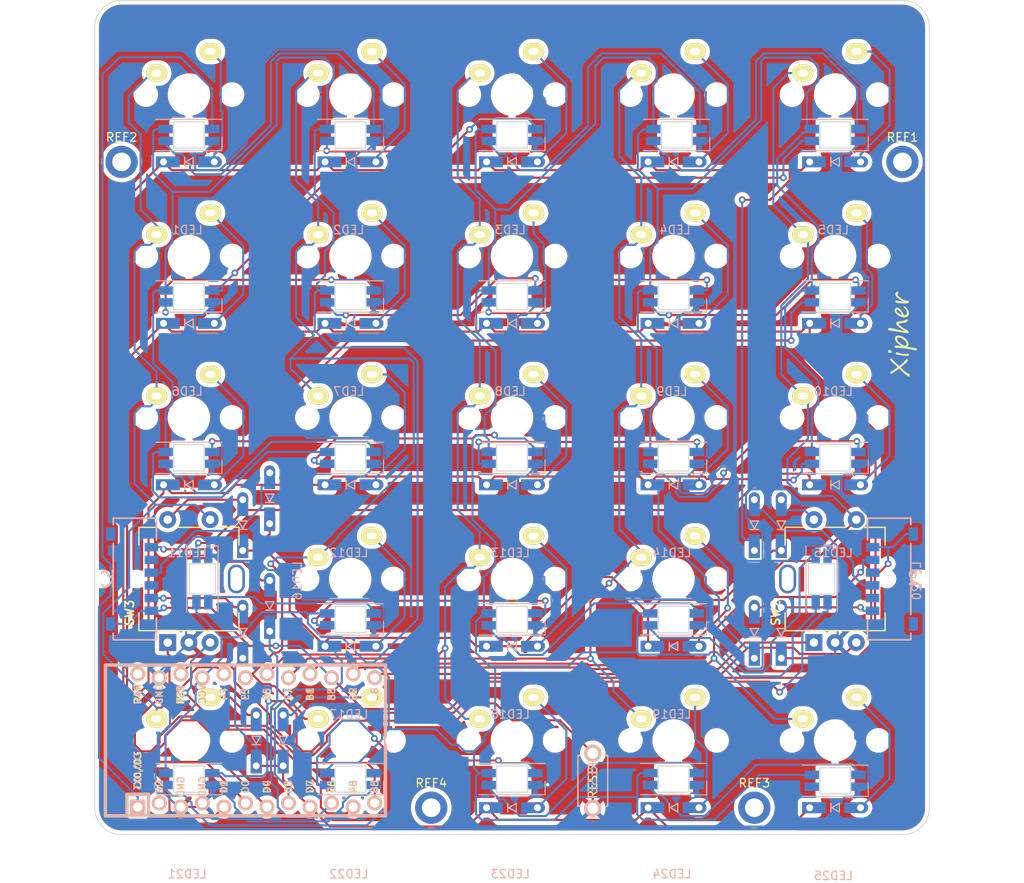
<source format=kicad_pcb>
(kicad_pcb (version 20211014) (generator pcbnew)
  (layers (0 "F.Cu" signal) (31 "B.Cu" signal) (34 "B.Paste" user) (35 "F.Paste" user) (36 "B.SilkS" user "B.Silkscreen") (37 "F.SilkS" user "F.Silkscreen") (38 "B.Mask" user) (39 "F.Mask" user) (44 "Edge.Cuts" user))
  (net 0 "")
  (net 1 "Net-(LED6-Pad2)")
  (net 2 "GND")
  (net 3 "VCC")
  (net 4 "Net-(LED7-Pad2)")
  (net 5 "Net-(LED8-Pad2)")
  (net 6 "Net-(LED9-Pad2)")
  (net 7 "Net-(LED10-Pad2)")
  (net 8 "Net-(LED11-Pad2)")
  (net 9 "Net-(LED13-Pad4)")
  (net 10 "LED")
  (net 11 "Net-(LED1-Pad2)")
  (net 12 "Net-(LED2-Pad2)")
  (net 13 "Net-(LED3-Pad2)")
  (net 14 "Net-(LED4-Pad2)")
  (net 15 "Net-(LED13-Pad2)")
  (net 16 "Net-(LED5-Pad2)")
  (net 17 "Net-(LED15-Pad4)")
  (net 18 "Net-(LED15-Pad2)")
  (net 19 "Net-(LED16-Pad2)")
  (net 20 "Net-(LED18-Pad4)")
  (net 21 "Net-(LED18-Pad2)")
  (net 22 "Net-(LED20-Pad4)")
  (net 23 "Net-(LED20-Pad2)")
  (net 24 "Net-(LED21-Pad2)")
  (net 25 "Net-(LED23-Pad4)")
  (net 26 "Net-(LED23-Pad2)")
  (net 27 "Net-(LED25-Pad4)")
  (net 29 "RST")
  (net 30 "ROW2")
  (net 31 "Net-(D15-Pad2)")
  (net 32 "Net-(D16-Pad2)")
  (net 33 "ROW0")
  (net 34 "Net-(D17-Pad2)")
  (net 35 "Net-(D18-Pad2)")
  (net 36 "ROW3")
  (net 37 "ROT_SW3")
  (net 38 "Net-(D20-Pad2)")
  (net 39 "Net-(D21-Pad2)")
  (net 40 "Net-(D22-Pad2)")
  (net 41 "ROT_SW1")
  (net 42 "ROW5")
  (net 43 "Net-(D24-Pad2)")
  (net 44 "Net-(D25-Pad2)")
  (net 45 "ROW4")
  (net 46 "Net-(D26-Pad2)")
  (net 47 "Net-(D27-Pad2)")
  (net 48 "Net-(D28-Pad2)")
  (net 49 "Net-(D29-Pad2)")
  (net 50 "Net-(D30-Pad2)")
  (net 51 "Net-(D31-Pad2)")
  (net 52 "ROW1")
  (net 53 "Net-(D11-Pad2)")
  (net 54 "Net-(D1-Pad2)")
  (net 55 "Net-(D2-Pad2)")
  (net 56 "Net-(D3-Pad2)")
  (net 57 "Net-(D4-Pad2)")
  (net 58 "Net-(D5-Pad2)")
  (net 59 "Net-(D6-Pad2)")
  (net 60 "Net-(D7-Pad2)")
  (net 61 "Net-(D8-Pad2)")
  (net 62 "Net-(D9-Pad2)")
  (net 63 "Net-(D10-Pad2)")
  (net 64 "Net-(D12-Pad2)")
  (net 65 "Net-(D13-Pad2)")
  (net 66 "Net-(D14-Pad2)")
  (net 67 "COL0")
  (net 68 "COL1")
  (net 69 "COL2")
  (net 70 "COL3")
  (net 71 "COL4")
  (net 73 "ROT2")
  (net 74 "ROT1")
  (net 75 "ROT0")
  (net 76 "COL5")
  (net 77 "ROT3")
  (footprint "Keebio-Parts:ArduinoProMicro-ZigZag" (layer "F.Cu") (at 50.8 119.0625)
    (fp_text reference "U1" hide)
    (fp_text value "ProMicro" hide)
  )
  (footprint "kbd:CherryMX_1u" (layer "F.Cu") (at 80.9625 100.0125)
    (fp_text reference "SW21" hide)
    (fp_text value "SW_PUSH" hide)
  )
  (footprint "kbd:CherryMX_1u" (layer "F.Cu") (at 42.8625 61.9125)
    (fp_text reference "SW9" hide)
    (fp_text value "SW_PUSH" hide)
  )
  (footprint "kbd:CherryMX_1u" (layer "F.Cu") (at 119.0625 42.8625)
    (fp_text reference "SW8" hide)
    (fp_text value "SW_PUSH" hide)
  )
  (footprint "MountingHole:MountingHole_2.2mm_M2_DIN965_Pad" (layer "F.Cu") (at 127 50.8)
    (fp_text reference "REF1")
    (fp_text value "MountingHole_2.2mm_M2_DIN965_Pad")
  )
  (footprint "MountingHole:MountingHole_2.2mm_M2_DIN965_Pad" (layer "F.Cu") (at 34.925 50.8)
    (fp_text reference "REF2")
    (fp_text value "MountingHole_2.2mm_M2_DIN965_Pad")
  )
  (footprint "kbd:CherryMX_1u" (layer "F.Cu") (at 42.8625 42.8625)
    (fp_text reference "SW4" hide)
    (fp_text value "SW_PUSH" hide)
  )
  (footprint "kbd:CherryMX_1u" (layer "F.Cu") (at 119.0625 61.9125)
    (fp_text reference "SW13" hide)
    (fp_text value "SW_PUSH" hide)
  )
  (footprint "kbd:CherryMX_1u" (layer "F.Cu") (at 100.0125 61.9125)
    (fp_text reference "SW12" hide)
    (fp_text value "SW_PUSH" hide)
  )
  (footprint "kbd:CherryMX_1u" (layer "F.Cu") (at 100.0125 80.9625)
    (fp_text reference "SW17" hide)
    (fp_text value "SW_PUSH" hide)
  )
  (footprint "MountingHole:MountingHole_2.2mm_M2_DIN965_Pad" (layer "F.Cu") (at 71.4375 127)
    (fp_text reference "REF4")
    (fp_text value "MountingHole_2.2mm_M2_DIN965_Pad")
  )
  (footprint "kbd:CherryMX_1u" (layer "F.Cu") (at 100.0125 42.8625)
    (fp_text reference "SW7" hide)
    (fp_text value "SW_PUSH" hide)
  )
  (footprint "kbd:CherryMX_1u" (layer "F.Cu") (at 61.88 100.0125)
    (fp_text reference "SW20" hide)
    (fp_text value "SW_PUSH" hide)
  )
  (footprint "MountingHole:MountingHole_2.2mm_M2_DIN965_Pad" (layer "F.Cu") (at 109.5375 127)
    (fp_text reference "REF3")
    (fp_text value "MountingHole_2.2mm_M2_DIN965_Pad")
  )
  (footprint "kbd:CherryMX_1u" (layer "F.Cu") (at 80.9625 119.0625)
    (fp_text reference "SW26" hide)
    (fp_text value "SW_PUSH" hide)
  )
  (footprint "kbd:CherryMX_1u" (layer "F.Cu") (at 100.0125 119.0625)
    (fp_text reference "SW27" hide)
    (fp_text value "SW_PUSH" hide)
  )
  (footprint "kbd:CherryMX_1u" (layer "F.Cu") (at 119.0625 119.0625)
    (fp_text reference "SW28" hide)
    (fp_text value "SW_PUSH" hide)
  )
  (footprint "kbd:CherryMX_1u" (layer "F.Cu") (at 80.9625 42.8625)
    (fp_text reference "SW6" hide)
    (fp_text value "SW_PUSH" hide)
  )
  (footprint "kbd:CherryMX_1u" (layer "F.Cu") (at 100.0125 100.0125)
    (fp_text reference "SW22" hide)
    (fp_text value "SW_PUSH" hide)
  )
  (footprint "xipher_footprint:text_logo_10" (layer "F.Cu") (at 127 71.12 90)
    (fp_text reference "G1" hide)
    (fp_text value "LOGO" hide)
  )
  (footprint "kbd:CherryMX_1u" (layer "F.Cu") (at 61.9125 61.9125)
    (fp_text reference "SW10" hide)
    (fp_text value "SW_PUSH" hide)
  )
  (footprint "Encoder:RotaryEncoder_Alps_EC11E-Switch_Vertical" (layer "F.Cu") (at 119.0625 100.0125 90)
    (fp_text reference "SW2")
    (fp_text value "RotaryEncoder_Switch")
  )
  (footprint "kbd:CherryMX_1u" (layer "F.Cu") (at 42.8625 80.9625)
    (fp_text reference "SW14" hide)
    (fp_text value "SW_PUSH" hide)
  )
  (footprint "kbd:CherryMX_1u" (layer "F.Cu") (at 61.9125 80.9625)
    (fp_text reference "SW15" hide)
    (fp_text value "SW_PUSH" hide)
  )
  (footprint "kbd:CherryMX_1u" (layer "F.Cu") (at 61.9125 119.0625)
    (fp_text reference "SW25" hide)
    (fp_text value "SW_PUSH" hide)
  )
  (footprint "kbd:CherryMX_1u" (layer "F.Cu") (at 61.9125 42.8625)
    (fp_text reference "SW5" hide)
    (fp_text value "SW_PUSH" hide)
  )
  (footprint "kbd:CherryMX_1u" (layer "F.Cu") (at 42.8625 119.0625)
    (fp_text reference "SW24" hide)
    (fp_text value "SW_PUSH" hide)
  )
  (footprint "kbd:CherryMX_1u" (layer "F.Cu") (at 80.9625 80.9625)
    (fp_text reference "SW16" hide)
    (fp_text value "SW_PUSH" hide)
  )
  (footprint "kbd:CherryMX_1u" (layer "F.Cu") (at 80.9625 61.9125)
    (fp_text reference "SW11" hide)
    (fp_text value "SW_PUSH" hide)
  )
  (footprint "kbd:CherryMX_1u" (layer "F.Cu") (at 119.0625 80.9625)
    (fp_text reference "SW18" hide)
    (fp_text value "SW_PUSH" hide)
  )
  (footprint "Encoder:RotaryEncoder_Alps_EC11E-Switch_Vertical" (layer "F.Cu") (at 42.8625 100.0125 90)
    (fp_text reference "SW3")
    (fp_text value "RotaryEncoder_Switch")
  )
  (footprint "kbd:D3_TH_SMD_v2" (layer "B.Cu") (at 109.5375 106.3625 90)
    (fp_text reference "D18" hide)
    (fp_text value "D" hide)
  )
  (footprint "kbd:D3_TH_SMD_v2" (layer "B.Cu") (at 61.9125 50.8)
    (fp_text reference "D2" hide)
    (fp_text value "D" hide)
  )
  (footprint "kbd:YS-SK6812MINI-E" (layer "B.Cu") (at 42.8625 47.625 180)
    (fp_text reference "LED1")
    (fp_text value "YS-SK6812MINI-E")
    (fp_line (start -1.8 1.55) (end -1.8 -1.55) (layer "Edge.Cuts") (width 0.12))
    (fp_line (start 1.8 -1.55) (end 1.8 1.55) (layer "Edge.Cuts") (width 0.12))
    (fp_line (start -1.8 -1.55) (end 1.8 -1.55) (layer "Edge.Cuts") (width 0.12))
    (fp_line (start 1.8 1.55) (end -1.8 1.55) (layer "Edge.Cuts") (width 0.12))
  )
  (footprint "kbd:D3_TH_SMD_v2" (layer "B.Cu") (at 109.5375 93.6625 90)
    (fp_text reference "D17" hide)
    (fp_text value "D" hide)
  )
  (footprint "kbd:ResetSW" (layer "B.Cu") (at 90.4875 123.825 90)
    (fp_text reference "SW1" hide)
    (fp_text value "SW_Push")
  )
  (footprint "kbd:D3_TH_SMD_v2" (layer "B.Cu") (at 80.9625 127)
    (fp_text reference "D29" hide)
    (fp_text value "D" hide)
  )
  (footprint "kbd:D3_TH_SMD_v2" (layer "B.Cu") (at 100.0125 50.8)
    (fp_text reference "D4" hide)
    (fp_text value "D" hide)
  )
  (footprint "kbd:D3_TH_SMD_v2" (layer "B.Cu") (at 49.2125 93.6625 90)
    (fp_text reference "D19" hide)
    (fp_text value "D" hide)
  )
  (footprint "kbd:D3_TH_SMD_v2" (layer "B.Cu") (at 119.0625 88.9)
    (fp_text reference "D16" hide)
    (fp_text value "D" hide)
  )
  (footprint "kbd:YS-SK6812MINI-E" (layer "B.Cu") (at 80.9625 123.625 180)
    (fp_text reference "LED23")
    (fp_text value "YS-SK6812MINI-E")
    (fp_line (start 1.8 -1.55) (end 1.8 1.55) (layer "Edge.Cuts") (width 0.12))
    (fp_line (start -1.8 -1.55) (end 1.8 -1.55) (layer "Edge.Cuts") (width 0.12))
    (fp_line (start -1.8 1.55) (end -1.8 -1.55) (layer "Edge.Cuts") (width 0.12))
    (fp_line (start 1.8 1.55) (end -1.8 1.55) (layer "Edge.Cuts") (width 0.12))
  )
  (footprint "kbd:D3_TH_SMD_v2" (layer "B.Cu") (at 119.0625 127)
    (fp_text reference "D31" hide)
    (fp_text value "D" hide)
  )
  (footprint "kbd:YS-SK6812MINI-E" (layer "B.Cu") (at 80.9625 47.625 180)
    (fp_text reference "LED3")
    (fp_text value "YS-SK6812MINI-E")
    (fp_line (start 1.8 1.55) (end -1.8 1.55) (layer "Edge.Cuts") (width 0.12))
    (fp_line (start -1.8 -1.55) (end 1.8 -1.55) (layer "Edge.Cuts") (width 0.12))
    (fp_line (start 1.8 -1.55) (end 1.8 1.55) (layer "Edge.Cuts") (width 0.12))
    (fp_line (start -1.8 1.55) (end -1.8 -1.55) (layer "Edge.Cuts") (width 0.12))
  )
  (footprint "kbd:YS-SK6812MINI-E" (layer "B.Cu") (at 61.9125 85.725 180)
    (fp_text reference "LED12")
    (fp_text value "YS-SK6812MINI-E")
    (fp_line (start 1.8 -1.55) (end 1.8 1.55) (layer "Edge.Cuts") (width 0.12))
    (fp_line (start 1.8 1.55) (end -1.8 1.55) (layer "Edge.Cuts") (width 0.12))
    (fp_line (start -1.8 -1.55) (end 1.8 -1.55) (layer "Edge.Cuts") (width 0.12))
    (fp_line (start -1.8 1.55) (end -1.8 -1.55) (layer "Edge.Cuts") (width 0.12))
  )
  (footprint "kbd:YS-SK6812MINI-E" (layer "B.Cu") (at 42.8625 85.725 180)
    (fp_text reference "LED11")
    (fp_text value "YS-SK6812MINI-E")
    (fp_line (start 1.8 1.55) (end -1.8 1.55) (layer "Edge.Cuts") (width 0.12))
    (fp_line (start -1.8 1.55) (end -1.8 -1.55) (layer "Edge.Cuts") (width 0.12))
    (fp_line (start 1.8 -1.55) (end 1.8 1.55) (layer "Edge.Cuts") (width 0.12))
    (fp_line (start -1.8 -1.55) (end 1.8 -1.55) (layer "Edge.Cuts") (width 0.12))
  )
  (footprint "kbd:D3_TH_SMD_v2" (layer "B.Cu") (at 100.0125 107.95)
    (fp_text reference "D22" hide)
    (fp_text value "D" hide)
  )
  (footprint "kbd:D3_TH_SMD_v2" (layer "B.Cu") (at 42.8625 50.8)
    (fp_text reference "D1" hide)
    (fp_text value "D" hide)
  )
  (footprint "Encoder:TMHU28" (layer "B.Cu") (at 125.4375 100.0125 90)
    (fp_text reference "S1")
    (fp_text value "TMHU28" hide)
  )
  (footprint "kbd:D3_TH_SMD_v2" (layer "B.Cu") (at 80.9625 50.8)
    (fp_text reference "D3" hide)
    (fp_text value "D" hide)
  )
  (footprint "kbd:D3_TH_SMD_v2" (layer "B.Cu") (at 42.8625 88.9)
    (fp_text reference "D12" hide)
    (fp_text value "D" hide)
  )
  (footprint "kbd:YS-SK6812MINI-E" (layer "B.Cu") (at 61.9125 104.775 180)
    (fp_text reference "LED17")
    (fp_text value "YS-SK6812MINI-E")
    (fp_line (start -1.8 -1.55) (end 1.8 -1.55) (layer "Edge.Cuts") (width 0.12))
    (fp_line (start 1.8 -1.55) (end 1.8 1.55) (layer "Edge.Cuts") (width 0.12))
    (fp_line (start -1.8 1.55) (end -1.8 -1.55) (layer "Edge.Cuts") (width 0.12))
    (fp_line (start 1.8 1.55) (end -1.8 1.55) (layer "Edge.Cuts") (width 0.12))
  )
  (footprint "kbd:D3_TH_SMD_v2" (layer "B.Cu") (at 80.9625 88.9)
    (fp_text reference "D14" hide)
    (fp_text value "D" hide)
  )
  (footprint "kbd:YS-SK6812MINI-E" (layer "B.Cu") (at 61.9125 123.625 180)
    (fp_text reference "LED22")
    (fp_text value "YS-SK6812MINI-E")
    (fp_line (start 1.8 1.55) (end -1.8 1.55) (layer "Edge.Cuts") (width 0.12))
    (fp_line (start -1.8 -1.55) (end 1.8 -1.55) (layer "Edge.Cuts") (width 0.12))
    (fp_line (start -1.8 1.55) (end -1.8 -1.55) (layer "Edge.Cuts") (width 0.12))
    (fp_line (start 1.8 -1.55) (end 1.8 1.55) (layer "Edge.Cuts") (width 0.12))
  )
  (footprint "kbd:YS-SK6812MINI-E" (layer "B.Cu") (at 80.9625 66.675 180)
    (fp_text reference "LED8")
    (fp_text value "YS-SK6812MINI-E")
    (fp_line (start -1.8 1.55) (end -1.8 -1.55) (layer "Edge.Cuts") (width 0.12))
    (fp_line (start 1.8 1.55) (end -1.8 1.55) (layer "Edge.Cuts") (width 0.12))
    (fp_line (start -1.8 -1.55) (end 1.8 -1.55) (layer "Edge.Cuts") (width 0.12))
    (fp_line (start 1.8 -1.55) (end 1.8 1.55) (layer "Edge.Cuts") (width 0.12))
  )
  (footprint "kbd:D3_TH_SMD_v2" (layer "B.Cu") (at 49.2125 106.3625 90)
    (fp_text reference "D26" hide)
    (fp_text value "D" hide)
  )
  (footprint "kbd:D3_TH_SMD_v2" (layer "B.Cu") (at 80.9625 69.85)
    (fp_text reference "D8" hide)
    (fp_text value "D" hide)
  )
  (footprint "Encoder:TMHU28" (layer "B.Cu") (at 36.4875 100.0125 -90)
    (fp_text reference "S2")
    (fp_text value "TMHU28" hide)
  )
  (footprint "kbd:YS-SK6812MINI-E" (layer "B.Cu") (at 100.0125 85.725 180)
    (fp_text reference "LED14")
    (fp_text value "YS-SK6812MINI-E")
    (fp_line (start -1.8 -1.55) (end 1.8 -1.55) (layer "Edge.Cuts") (width 0.12))
    (fp_line (start -1.8 1.55) (end -1.8 -1.55) (layer "Edge.Cuts") (width 0.12))
    (fp_line (start 1.8 1.55) (end -1.8 1.55) (layer "Edge.Cuts") (width 0.12))
    (fp_line (start 1.8 -1.55) (end 1.8 1.55) (layer "Edge.Cuts") (width 0.12))
  )
  (footprint "kbd:D3_TH_SMD_v2" (layer "B.Cu") (at 112.7125 93.6625 90)
    (fp_text reference "D23" hide)
    (fp_text value "D" hide)
  )
  (footprint "kbd:YS-SK6812MINI-E" (layer "B.Cu") (at 119.0625 85.725 180)
    (fp_text reference "LED15")
    (fp_text value "YS-SK6812MINI-E")
    (fp_line (start -1.8 1.55) (end -1.8 -1.55) (layer "Edge.Cuts") (width 0.12))
    (fp_line (start 1.8 -1.55) (end 1.8 1.55) (layer "Edge.Cuts") (width 0.12))
    (fp_line (start -1.8 -1.55) (end 1.8 -1.55) (layer "Edge.Cuts") (width 0.12))
    (fp_line (start 1.8 1.55) (end -1.8 1.55) (layer "Edge.Cuts") (width 0.12))
  )
  (footprint "kbd:YS-SK6812MINI-E" (layer "B.Cu") (at 44.45 100.0125 -90)
    (fp_text reference "LED16")
    (fp_text value "YS-SK6812MINI-E")
    (fp_line (start 1.8 1.55) (end -1.8 1.55) (layer "Edge.Cuts") (width 0.12))
    (fp_line (start -1.8 1.55) (end -1.8 -1.55) (layer "Edge.Cuts") (width 0.12))
    (fp_line (start 1.8 -1.55) (end 1.8 1.55) (layer "Edge.Cuts") (width 0.12))
    (fp_line (start -1.8 -1.55) (end 1.8 -1.55) (layer "Edge.Cuts") (width 0.12))
  )
  (footprint "kbd:D3_TH_SMD_v2" (layer "B.Cu") (at 100.0125 127)
    (fp_text reference "D30" hide)
    (fp_text value "D" hide)
  )
  (footprint "kbd:D3_TH_SMD_v2" (layer "B.Cu") (at 100.0125 69.85)
    (fp_text reference "D9" hide)
    (fp_text value "D" hide)
  )
  (footprint "kbd:D3_TH_SMD_v2" (layer "B.Cu") (at 61.9125 107.95)
    (fp_text reference "D20" hide)
    (fp_text value "D" hide)
  )
  (footprint "kbd:YS-SK6812MINI-E" (layer "B.Cu") (at 119.0625 123.825 180)
    (fp_text reference "LED25")
    (fp_text value "YS-SK6812MINI-E")
    (fp_line (start 1.8 1.55) (end -1.8 1.55) (layer "Edge.Cuts") (width 0.12))
    (fp_line (start 1.8 -1.55) (end 1.8 1.55) (layer "Edge.Cuts") (width 0.12))
    (fp_line (start -1.8 -1.55) (end 1.8 -1.55) (layer "Edge.Cuts") (width 0.12))
    (fp_line (start -1.8 1.55) (end -1.8 -1.55) (layer "Edge.Cuts") (width 0.12))
  )
  (footprint "kbd:YS-SK6812MINI-E" (layer "B.Cu") (at 100.0125 104.775 180)
    (fp_text reference "LED19")
    (fp_text value "YS-SK6812MINI-E")
    (fp_line (start 1.8 1.55) (end -1.8 1.55) (layer "Edge.Cuts") (width 0.12))
    (fp_line (start -1.8 1.55) (end -1.8 -1.55) (layer "Edge.Cuts") (width 0.12))
    (fp_line (start 1.8 -1.55) (end 1.8 1.55) (layer "Edge.Cuts") (width 0.12))
    (fp_line (start -1.8 -1.55) (end 1.8 -1.55) (layer "Edge.Cuts") (width 0.12))
  )
  (footprint "kbd:YS-SK6812MINI-E" (layer "B.Cu") (at 119.0625 47.625 180)
    (fp_text reference "LED5")
    (fp_text value "YS-SK6812MINI-E")
    (fp_line (start 1.8 -1.55) (end 1.8 1.55) (layer "Edge.Cuts") (width 0.12))
    (fp_line (start 1.8 1.55) (end -1.8 1.55) (layer "Edge.Cuts") (width 0.12))
    (fp_line (start -1.8 1.55) (end -1.8 -1.55) (layer "Edge.Cuts") (width 0.12))
    (fp_line (start -1.8 -1.55) (end 1.8 -1.55) (layer "Edge.Cuts") (width 0.12))
  )
  (footprint "kbd:YS-SK6812MINI-E" (layer "B.Cu") (at 100.3813 47.625 180)
    (fp_text reference "LED4")
    (fp_text value "YS-SK6812MINI-E")
    (fp_line (start 1.8 1.55) (end -1.8 1.55) (layer "Edge.Cuts") (width 0.12))
    (fp_line (start -1.8 -1.55) (end 1.8 -1.55) (layer "Edge.Cuts") (width 0.12))
    (fp_line (start -1.8 1.55) (end -1.8 -1.55) (layer "Edge.Cuts") (width 0.12))
    (fp_line (start 1.8 -1.55) (end 1.8 1.55) (layer "Edge.Cuts") (width 0.12))
  )
  (footprint "kbd:YS-SK6812MINI-E" (layer "B.Cu") (at 61.9125 47.625 180)
    (fp_text reference "LED2")
    (fp_text value "YS-SK6812MINI-E")
    (fp_line (start 1.8 -1.55) (end 1.8 1.55) (layer "Edge.Cuts") (width 0.12))
    (fp_line (start 1.8 1.55) (end -1.8 1.55) (layer "Edge.Cuts") (width 0.12))
    (fp_line (start -1.8 1.55) (end -1.8 -1.55) (layer "Edge.Cuts") (width 0.12))
    (fp_line (start -1.8 -1.55) (end 1.8 -1.55) (layer "Edge.Cuts") (width 0.12))
  )
  (footprint "kbd:D3_TH_SMD_v2" (layer "B.Cu") (at 61.9125 88.9)
    (fp_text reference "D13" hide)
    (fp_text value "D" hide)
  )
  (footprint "kbd:D3_TH_SMD_v2" (layer "B.Cu") (at 80.9625 107.95)
    (fp_text reference "D21" hide)
    (fp_text value "D" hide)
  )
  (footprint "kbd:D3_TH_SMD_v2" (layer "B.Cu") (at 50.8 119.0625 90)
    (fp_text reference "D27" hide)
    (fp_text value "D" hide)
  )
  (footprint "kbd:D3_TH_SMD_v2" (layer "B.Cu") (at 61.9125 69.85)
    (fp_text reference "D7" hide)
    (fp_text value "D" hide)
  )
  (footprint "kbd:YS-SK6812MINI-E" (layer "B.Cu") (at 61.9125 66.675 180)
    (fp_text reference "LED7")
    (fp_text value "YS-SK6812MINI-E")
    (fp_line (start 1.8 1.55) (end -1.8 1.55) (layer "Edge.Cuts") (width 0.12))
    (fp_line (start -1.8 -1.55) (end 1.8 -1.55) (layer "Edge.Cuts") (width 0.12))
    (fp_line (start -1.8 1.55) (end -1.8 -1.55) (layer "Edge.Cuts") (width 0.12))
    (fp_line (start 1.8 -1.55) (end 1.8 1.55) (layer "Edge.Cuts") (width 0.12))
  )
  (footprint "kbd:YS-SK6812MINI-E" (layer "B.Cu") (at 117.475 100.0125 -90)
    (fp_text reference "LED20")
    (fp_text value "YS-SK6812MINI-E")
    (fp_line (start -1.8 1.55) (end -1.8 -1.55) (layer "Edge.Cuts") (width 0.12))
    (fp_line (start 1.8 1.55) (end -1.8 1.55) (layer "Edge.Cuts") (width 0.12))
    (fp_line (start 1.8 -1.55) (end 1.8 1.55) (layer "Edge.Cuts") (width 0.12))
    (fp_line (start -1.8 -1.55) (end 1.8 -1.55) (layer "Edge.Cuts") (width 0.12))
  )
  (footprint "kbd:D3_TH_SMD_v2" (layer "B.Cu") (at 53.975 119.0625 90)
    (fp_text reference "D28" hide)
    (fp_text value "D" hide)
  )
  (footprint "kbd:D3_TH_SMD_v2" (layer "B.Cu") (at 100.0125 88.9)
    (fp_text reference "D15" hide)
    (fp_text value "D" hide)
  )
  (footprint "kbd:YS-SK6812MINI-E" (layer "B.Cu") (at 119.0625 66.675 180)
    (fp_text reference "LED10")
    (fp_text value "YS-SK6812MINI-E")
    (fp_line (start 1.8 1.55) (end -1.8 1.55) (layer "Edge.Cuts") (width 0.12))
    (fp_line (start 1.8 -1.55) (end 1.8 1.55) (layer "Edge.Cuts") (width 0.12))
    (fp_line (start -1.8 1.55) (end -1.8 -1.55) (layer "Edge.Cuts") (width 0.12))
    (fp_line (start -1.8 -1.55) (end 1.8 -1.55) (layer "Edge.Cuts") (width 0.12))
  )
  (footprint "kbd:D3_TH_SMD_v2" (layer "B.Cu") (at 112.7125 106.3625 90)
    (fp_text reference "D11" hide)
    (fp_text value "D" hide)
  )
  (footprint "kbd:D3_TH_SMD_v2" (layer "B.Cu") (at 42.8625 69.85)
    (fp_text reference "D6" hide)
    (fp_text value "D" hide)
  )
  (footprint "kbd:D3_TH_SMD_v2" (layer "B.Cu") (at 119.0625 69.85)
    (fp_text reference "D10" hide)
    (fp_text value "D" hide)
  )
  (footprint "kbd:YS-SK6812MINI-E" (layer "B.Cu") (at 42.8625 66.675 180)
    (fp_text reference "LED6")
    (fp_text value "YS-SK6812MINI-E")
    (fp_line (start -1.8 -1.55) (end 1.8 -1.55) (layer "Edge.Cuts") (width 0.12))
    (fp_line (start 1.8 -1.55) (end 1.8 1.55) (layer "Edge.Cuts") (width 0.12))
    (fp_line (start -1.8 1.55) (end -1.8 -1.55) (layer "Edge.Cuts") (width 0.12))
    (fp_line (start 1.8 1.55) (end -1.8 1.55) (layer "Edge.Cuts") (width 0.12))
  )
  (footprint "kbd:YS-SK6812MINI-E" (layer "B.Cu") (at 42.8625 123.625 180)
    (fp_text reference "LED21")
    (fp_text value "YS-SK6812MINI-E")
    (fp_line (start -1.8 -1.55) (end 1.8 -1.55) (layer "Edge.Cuts") (width 0.12))
    (fp_line (start -1.8 1.55) (end -1.8 -1.55) (layer "Edge.Cuts") (width 0.12))
    (fp_line (start 1.8 -1.55) (end 1.8 1.55) (layer "Edge.Cuts") (width 0.12))
    (fp_line (start 1.8 1.55) (end -1.8 1.55) (layer "Edge.Cuts") (width 0.12))
  )
  (footprint "kbd:YS-SK6812MINI-E" (layer "B.Cu") (at 80.9625 85.725 180)
    (fp_text reference "LED13")
    (fp_text value "YS-SK6812MINI-E")
    (fp_line (start 1.8 -1.55) (end 1.8 1.55) (layer "Edge.Cuts") (width 0.12))
    (fp_line (start -1.8 1.55) (end -1.8 -1.55) (layer "Edge.Cuts") (width 0.12))
    (fp_line (start 1.8 1.55) (end -1.8 1.55) (layer "Edge.Cuts") (width 0.12))
    (fp_line (start -1.8 -1.55) (end 1.8 -1.55) (layer "Edge.Cuts") (width 0.12))
  )
  (footprint "kbd:YS-SK6812MINI-E" (layer "B.Cu") (at 100.0125 66.675 180)
    (fp_text reference "LED9")
    (fp_text value "YS-SK6812MINI-E")
    (fp_line (start -1.8 1.55) (end -1.8 -1.55) (layer "Edge.Cuts") (width 0.12))
    (fp_line (start -1.8 -1.55) (end 1.8 -1.55) (layer "Edge.Cuts") (width 0.12))
    (fp_line (start 1.8 -1.55) (end 1.8 1.55) (layer "Edge.Cuts") (width 0.12))
    (fp_line (start 1.8 1.55) (end -1.8 1.55) (layer "Edge.Cuts") (width 0.12))
  )
  (footprint "kbd:YS-SK6812MINI-E" (layer "B.Cu") (at 80.9625 104.775 180)
    (fp_text reference "LED18")
    (fp_text value "YS-SK6812MINI-E")
    (fp_line (start -1.8 1.55) (end -1.8 -1.55) (layer "Edge.Cuts") (width 0.12))
    (fp_line (start 1.8 -1.55) (end 1.8 1.55) (layer "Edge.Cuts") (width 0.12))
    (fp_line (start -1.8 -1.55) (end 1.8 -1.55) (layer "Edge.Cuts") (width 0.12))
    (fp_line (start 1.8 1.55) (end -1.8 1.55) (layer "Edge.Cuts") (width 0.12))
  )
  (footprint "kbd:YS-SK6812MINI-E" (layer "B.Cu") (at 100.0125 123.625 180)
    (fp_text reference "LED24")
    (fp_text value "YS-SK6812MINI-E")
    (fp_line (start -1.8 1.55) (end -1.8 -1.55) (layer "Edge.Cuts") (width 0.12))
    (fp_line (start -1.8 -1.55) (end 1.8 -1.55) (layer "Edge.Cuts") (width 0.12))
    (fp_line (start 1.8 -1.55) (end 1.8 1.55) (layer "Edge.Cuts") (width 0.12))
    (fp_line (start 1.8 1.55) (end -1.8 1.55) (layer "Edge.Cuts") (width 0.12))
  )
  (footprint "kbd:D3_TH_SMD_v2" (layer "B.Cu") (at 52.3875 103.1875 90)
    (fp_text reference "D24" hide)
    (fp_text value "D" hide)
  )
  (footprint "kbd:D3_TH_SMD_v2" (layer "B.Cu") (at 52.3875 90.4875 90)
    (fp_text reference "D25" hide)
    (fp_text value "D" hide)
  )
  (footprint "kbd:D3_TH_SMD_v2" (layer "B.Cu") (at 119.0625 50.8)
    (fp_text reference "D5" hide)
    (fp_text value "D" hide)
  )
  (gr_line (start 130.175 34.925) (end 130.175 127) (layer "Edge.Cuts") (width 0.1))
  (gr_line (start 31.75 34.925) (end 31.75 127) (layer "Edge.Cuts") (width 0.1))
  (gr_line (start 34.925 130.175) (end 127 130.175) (layer "Edge.Cuts") (width 0.1))
  (gr_arc (start 127 31.75) (mid 129.245064 32.679936) (end 130.175 34.925) (layer "Edge.Cuts") (width 0.1))
  (gr_arc (start 34.925 130.175) (mid 32.679936 129.245064) (end 31.75 127) (layer "Edge.Cuts") (width 0.1))
  (gr_arc (start 31.75 34.925) (mid 32.679936 32.679936) (end 34.925 31.75) (layer "Edge.Cuts") (width 0.1))
  (gr_arc (start 130.175 127) (mid 129.245064 129.245064) (end 127 130.175) (layer "Edge.Cuts") (width 0.1))
  (gr_line (start 127 31.75) (end 34.925 31.75) (layer "Edge.Cuts") (width 0.1))
  (segment (start 40.1126 68.5503) (end 40.1125 68.5503) (width 0.25) (layer "F.Cu") (net 1))
  (segment (start 59.65 64.7187) (end 41.0087 64.7187) (width 0.25) (layer "F.Cu") (net 1))
  (segment (start 41.0087 64.7187) (end 40.1126 65.6148) (width 0.25) (layer "F.Cu") (net 1))
  (segment (start 40.1126 65.6148) (end 40.1126 68.5503) (width 0.25) (layer "F.Cu") (net 1))
  (via (at 59.65 64.7187) (size 0.8) (drill 0.4) (layers "F.Cu" "B.Cu") (net 1))
  (via (at 40.1125 68.5503) (size 0.8) (drill 0.4) (layers "F.Cu" "B.Cu") (net 1))
  (segment (start 64.6625 65.6077) (end 63.7735 64.7187) (width 0.25) (layer "B.Cu") (net 1))
  (segment (start 63.7735 64.7187) (end 59.65 64.7187) (width 0.25) (layer "B.Cu") (net 1))
  (segment (start 40.1125 67.375) (end 40.1125 68.5503) (width 0.25) (layer "B.Cu") (net 1))
  (segment (start 64.6625 65.975) (end 64.6625 65.6077) (width 0.25) (layer "B.Cu") (net 1))
  (segment (start 86.4525 125.5775) (end 85.1653 124.2903) (width 0.25) (layer "F.Cu") (net 2))
  (segment (start 102.275 125.5775) (end 90.4875 125.5775) (width 0.25) (layer "F.Cu") (net 2))
  (segment (start 41.91 126.9111) (end 43.9928 126.9111) (width 0.25) (layer "F.Cu") (net 2))
  (segment (start 90.4875 125.5775) (end 86.4525 125.5775) (width 0.25) (layer "F.Cu") (net 2))
  (segment (start 43.9928 126.9111) (end 44.45 126.4539) (width 0.25) (layer "F.Cu") (net 2))
  (segment (start 90.4875 127.075) (end 90.4875 125.5775) (width 0.25) (layer "F.Cu") (net 2))
  (via (at 85.1653 124.2903) (size 0.8) (drill 0.4) (layers "F.Cu" "B.Cu") (net 2))
  (via (at 102.275 125.5775) (size 0.8) (drill 0.4) (layers "F.Cu" "B.Cu") (net 2))
  (segment (start 103.6705 89.8754) (end 104.5681 88.9778) (width 0.25) (layer "B.Cu") (net 2))
  (segment (start 102.9284 102.4269) (end 93.2541 102.4269) (width 0.25) (layer "B.Cu") (net 2))
  (segment (start 83.7125 124.325) (end 84.8878 124.325) (width 0.25) (layer "B.Cu") (net 2))
  (segment (start 122.9878 67.375) (end 122.9878 64.5101) (width 0.25) (layer "B.Cu") (net 2))
  (segment (start 119.0625 115.6062) (end 121.4379 117.9816) (width 0.25) (layer "B.Cu") (net 2))
  (segment (start 103.8171 44.6283) (end 103.8171 42.5927) (width 0.25) (layer "B.Cu") (net 2))
  (segment (start 122.9878 44.1378) (end 122.1469 43.2969) (width 0.25) (layer "B.Cu") (net 2))
  (segment (start 83.7125 67.7842) (end 83.7125 67.375) (width 0.25) (layer "B.Cu") (net 2))
  (segment (start 104.5681 87.8236) (end 105.6326 86.7591) (width 0.25) (layer "B.Cu") (net 2))
  (segment (start 100.9331 89.8754) (end 103.6705 89.8754) (width 0.25) (layer "B.Cu") (net 2))
  (segment (start 107.5882 88.1584) (end 107.5882 96.7863) (width 0.25) (layer "B.Cu") (net 2))
  (segment (start 84.7671 80.775) (end 81.6759 77.6838) (width 0.25) (layer "B.Cu") (net 2))
  (segment (start 43.7505 49.8218) (end 44.5249 49.8218) (width 0.25) (layer "B.Cu") (net 2))
  (segment (start 40.6294 112.755) (end 39.5455 111.6711) (width 0.25) (layer "B.Cu") (net 2))
  (segment (start 62.6188 58.058) (end 62.6188 50.039) (width 0.25) (layer "B.Cu") (net 2))
  (segment (start 103.1313 48.325) (end 104.3066 48.325) (width 0.25) (layer "B.Cu") (net 2))
  (segment (start 118.175 96.0872) (end 115.2975 96.0872) (width 0.25) (layer "B.Cu") (net 2))
  (segment (start 81.6759 69.0868) (end 81.8909 68.8718) (width 0.25) (layer "B.Cu") (net 2))
  (segment (start 109.1247 89.4333) (end 113.3786 89.4333) (width 0.25) (layer "B.Cu") (net 2))
  (segment (start 121.2453 125.7004) (end 122.4207 124.525) (width 0.25) (layer "B.Cu") (net 2))
  (segment (start 40.6294 117.2265) (end 40.6294 112.755) (width 0.25) (layer "B.Cu") (net 2))
  (segment (start 122.8671 80.775) (end 119.7755 77.6834) (width 0.25) (layer "B.Cu") (net 2))
  (segment (start 61.0283 126.4134) (end 61.0283 126.8942) (width 0.25) (layer "B.Cu") (net 2))
  (segment (start 46.7878 82.9681) (end 45.8938 82.0741) (width 0.25) (layer "B.Cu") (net 2))
  (segment (start 45.15 95.8241) (end 45.15 97.2625) (width 0.25) (layer "B.Cu") (net 2))
  (segment (start 121.8125 48.7341) (end 121.8125 48.325) (width 0.25) (layer "B.Cu") (net 2))
  (segment (start 43.6276 95.036) (end 44.3619 95.036) (width 0.25) (layer "B.Cu") (net 2))
  (segment (start 108.7197 110.5944) (end 103.9378 105.8125) (width 0.25) (layer "B.Cu") (net 2))
  (segment (start 120.7248 68.8718) (end 121.8125 67.7841) (width 0.25) (layer "B.Cu") (net 2))
  (segment (start 65.5743 41.8076) (end 61.7055 37.9388) (width 0.25) (layer "B.Cu") (net 2))
  (segment (start 45.6125 124.325) (end 46.0957 124.8082) (width 0.25) (layer "B.Cu") (net 2))
  (segment (start 104.3066 48.325) (end 104.3066 45.1178) (width 0.25) (layer "B.Cu") (net 2))
  (segment (start 122.9878 48.325) (end 122.9878 44.1378) (width 0.25) (layer "B.Cu") (net 2))
  (segment (start 49.9218 128.606) (end 48.26 126.9442) (width 0.25) (layer "B.Cu") (net 2))
  (segment (start 81.6759 88.1368) (end 81.8909 87.9218) (width 0.25) (layer "B.Cu") (net 2))
  (segment (start 45.7585 97.2625) (end 46.3728 97.8768) (width 0.25) (layer "B.Cu") (net 2))
  (segment (start 65.8378 44.9732) (end 65.5743 44.7097) (width 0.25) (layer "B.Cu") (net 2))
  (segment (start 100.7188 77.1081) (end 103.4879 79.8772) (width 0.25) (layer "B.Cu") (net 2))
  (segment (start 84.9225 124.2903) (end 84.8878 124.325) (width 0.25) (layer "B.Cu") (net 2))
  (segment (start 100.7621 89.7044) (end 100.9331 89.8754) (width 0.25) (layer "B.Cu") (net 2))
  (segment (start 121.8125 48.325) (end 122.9878 48.325) (width 0.25) (layer "B.Cu") (net 2))
  (segment (start 122.0848 63.6071) (end 122.0848 60.9427) (width 0.25) (layer "B.Cu") (net 2))
  (segment (start 84.7671 43.4877) (end 84.7671 43.2845) (width 0.25) (layer "B.Cu") (net 2))
  (segment (start 119.7755 69.0867) (end 119.9904 68.8718) (width 0.25) (layer "B.Cu") (net 2))
  (segment (start 118.6571 96.1528) (end 118.6571 96.526) (width 0.25) (layer "B.Cu") (net 2))
  (segment (start 120.4601 94.3512) (end 122.1635 94.3512) (width 0.25) (layer "B.Cu") (net 2))
  (segment (start 104.5681 88.9778) (end 104.5681 87.8236) (width 0.25) (layer "B.Cu") (net 2))
  (segment (start 43.7275 51.7817) (end 43.6121 51.6663) (width 0.25) (layer "B.Cu") (net 2))
  (segment (start 120.7248 49.8218) (end 121.8125 48.7341) (width 0.25) (layer "B.Cu") (net 2))
  (segment (start 119.3596 97.2286) (end 119.3596 107.2154) (width 0.25) (layer "B.Cu") (net 2))
  (segment (start 103.4879 81.7879) (end 103.9378 82.2378) (width 0.25) (layer "B.Cu") (net 2))
  (segment (start 119.7755 58.6334) (end 119.7755 50.0367) (width 0.25) (layer "B.Cu") (net 2))
  (segment (start 52.8904 98.9622) (end 56.3774 102.4492) (width 0.25) (layer "B.Cu") (net 2))
  (segment (start 103.9378 82.2378) (end 103.9378 86.425) (width 0.25) (layer "B.Cu") (net 2))
  (segment (start 41.5844 126.9111) (end 39.9255 125.2522) (width 0.25) (layer "B.Cu") (net 2))
  (segment (start 118.671 96.1389) (end 118.6571 96.1528) (width 0.25) (layer "B.Cu") (net 2))
  (segment (start 122.1635 94.3512) (end 122.9302 93.5845) (width 0.25) (layer "B.Cu") (net 2))
  (segment (start 118.9093 96.7783) (end 119.3596 97.2286) (width 0.25) (layer "B.Cu") (net 2))
  (segment (start 103.4879 79.8772) (end 103.4879 81.7879) (width 0.25) (layer "B.Cu") (net 2))
  (segment (start 92.6401 129.2276) (end 116.9612 129.2276) (width 0.25) (layer "B.Cu") (net 2))
  (segment (start 45.15 97.2625) (end 45.7585 97.2625) (width 0.25) (layer "B.Cu") (net 2))
  (segment (start 81.8909 87.9218) (end 82.6249 87.9218) (width 0.25) (layer "B.Cu") (net 2))
  (segment (start 107.5882 96.7863) (end 108.6788 97.8769) (width 0.25) (layer "B.Cu") (net 2))
  (segment (start 43.548 76.6165) (end 43.548 74.0809) (width 0.25) (layer "B.Cu") (net 2))
  (segment (start 43.6062 74.0227) (end 49.8493 74.0227) (width 0.25) (layer "B.Cu") (net 2))
  (segment (start 43.6062 69.0464) (end 43.6062 74.0227) (width 0.25) (layer "B.Cu") (net 2))
  (segment (start 45.6125 67.375) (end 45.6125 67.7842) (width 0.25) (layer "B.Cu") (net 2))
  (segment (start 63.7247 35.9196) (end 77.4022 35.9196) (width 0.25) (layer "B.Cu") (net 2))
  (segment (start 42.5309 107.1809) (end 42.5309 96.1327) (width 0.25) (layer "B.Cu") (net 2))
  (segment (start 103.9378 103.4363) (end 102.9284 102.4269) (width 0.25) (layer "B.Cu") (net 2))
  (segment (start 118.9093 96.7782) (end 118.9093 96.7783) (width 0.25) (layer "B.Cu") (net 2))
  (segment (start 81.6759 77.6838) (end 81.6759 69.0868) (width 0.25) (layer "B.Cu") (net 2))
  (segment (start 51.2534 98.0129) (end 58.0286 91.2377) (width 0.25) (layer "B.Cu") (net 2))
  (segment (start 59.3165 128.606) (end 49.9218 128.606) (width 0.25) (layer "B.Cu") (net 2))
  (segment (start 87.9806 93.1053) (end 81.6759 93.1053) (width 0.25) (layer "B.Cu") (net 2))
  (segment (start 102.7625 86.425) (end 102.7625 86.8341) (width 0.25) (layer "B.Cu") (net 2))
  (segment (start 77.4022 35.9196) (end 80.0895 38.6069) (width 0.25) (layer "B.Cu") (net 2))
  (segment (start 119.7755 77.6834) (end 119.7755 69.0867) (width 0.25) (layer "B.Cu") (net 2))
  (segment (start 102.7625 67.8361) (end 102.0482 68.5504) (width 0.25) (layer "B.Cu") (net 2))
  (segment (start 64.6625 67.375) (end 65.8378 67.375) (width 0.25) (layer "B.Cu") (net 2))
  (segment (start 81.6759 96.7338) (end 81.6759 93.1053) (width 0.25) (layer "B.Cu") (net 2))
  (segment (start 83.7125 105.475) (end 84.8878 105.475) (width 0.25) (layer "B.Cu") (net 2))
  (segment (start 64.6625 124.325) (end 64.6625 124.6994) (width 0.25) (layer "B.Cu") (net 2))
  (segment (start 118.175 96.0872) (end 118.6194 96.0872) (width 0.25) (layer "B.Cu") (net 2))
  (segment (start 110.5129 94.5629) (end 108.8629 92.9129) (width 0.25) (layer "B.Cu") (net 2))
  (segment (start 84.8878 81.7084) (end 84.7671 81.5877) (width 0.25) (layer "B.Cu") (net 2))
  (segment (start 51.1172 97.8768) (end 51.2534 98.0129) (width 0.25) (layer "B.Cu") (net 2))
  (segment (start 121.8125 67.7841) (end 121.8125 67.375) (width 0.25) (layer "B.Cu") (net 2))
  (segment (start 122.1469 41.8775) (end 116.1736 35.9042) (width 0.25) (layer "B.Cu") (net 2))
  (segment (start 39.5455 110.8295) (end 42.8625 107.5125) (width 0.25) (layer "B.Cu") (net 2))
  (segment (start 52.5345 79.1247) (end 56.7912 83.3814) (width 0.25) (layer "B.Cu") (net 2))
  (segment (start 65.8378 63.7033) (end 65.244 63.1095) (width 0.25) (layer "B.Cu") (net 2))
  (segment (start 81.6759 93.1053) (end 81.6759 88.1368) (width 0.25) (layer "B.Cu") (net 2))
  (segment (start 64.8982 102.4492) (end 65.8378 103.3888) (width 0.25) (layer "B.Cu") (net 2))
  (segment (start 88.0285 129.534) (end 44.5329 129.534) (width 0.25) (layer "B.Cu") (net 2))
  (segment (start 121.1612 91.0659) (end 119.8121 89.7168) (width 0.25) (layer "B.Cu") (net 2))
  (segment (start 89.1355 94.2602) (end 87.9806 93.1053) (width 0.25) (layer "B.Cu") (net 2))
  (segment (start 61.0283 126.8942) (end 59.3165 128.606) (width 0.25) (layer "B.Cu") (net 2))
  (segment (start 48.26 126.4365) (end 46.6317 124.8082) (width 0.25) (layer "B.Cu") (net 2))
  (segment (start 122.1469 43.2969) (end 122.1469 41.8775) (width 0.25) (layer "B.Cu") (net 2))
  (segment (start 51.2534 98.0129) (end 52.2026 98.9622) (width 0.25) (layer "B.Cu") (net 2))
  (segment (start 121.8125 67.375) (end 122.9878 67.375) (width 0.25) (layer "B.Cu") (net 2))
  (segment (start 65.244 63.1095) (end 65.244 60.6832) (width 0.25) (layer "B.Cu") (net 2))
  (segment (start 119.8121 126.3767) (end 119.8121 126.1482) (width 0.25) (layer "B.Cu") (net 2))
  (segment (start 84.8878 43.6084) (end 84.7671 43.4877) (width 0.25) (layer "B.Cu") (net 2))
  (segment (start 101.6748 87.9218) (end 100.9061 87.9218) (width 0.25) (layer "B.Cu") (net 2))
  (segment (start 102.275 125.5775) (end 102.7625 125.09) (width 0.25) (layer "B.Cu") (net 2))
  (segment (start 83.7125 86.8342) (end 83.7125 86.425) (width 0.25) (layer "B.Cu") (net 2))
  (segment (start 46.5038 51.7817) (end 43.7275 51.7817) (width 0.25) (layer "B.Cu") (net 2))
  (segment (start 97.1564 35.932) (end 82.7644 35.932) (width 0.25) (layer "B.Cu") (net 2))
  (segment (start 85.1653 124.2903) (end 84.9225 124.2903) (width 0.25) (layer "B.Cu") (net 2))
  (segment (start 110.5129 110.387) (end 110.3055 110.5944) (width 0.25) (layer "B.Cu") (net 2))
  (segment (start 61.7055 37.9388) (end 63.7247 35.9196) (width 0.25) (layer "B.Cu") (net 2))
  (segment (start 64.6625 105.475) (end 65.8378 105.475) (width 0.25) (layer "B.Cu") (net 2))
  (segment (start 121.4379 118.7879) (end 122.9879 120.3379) (width 0.25) (layer "B.Cu") (net 2))
  (segment (start 45.8938 82.0741) (end 45.8938 78.9623) (width 0.25) (layer "B.Cu") (net 2))
  (segment (start 102.7625 86.425) (end 103.9378 86.425) (width 0.25) (layer "B.Cu") (net 2))
  (segment (start 39.2007 120.8097) (end 39.2007 118.6552) (width 0.25) (layer "B.Cu") (net 2))
  (segment (start 43.6121 51.6663) (end 43.6121 49.9602) (width 0.25) (layer "B.Cu") (net 2))
  (segment (start 106.1889 86.7591) (end 107.5882 88.1584) (width 0.25) (layer "B.Cu") (net 2))
  (segment (start 103.9378 105.8125) (end 103.9378 105.475) (width 0.25) (layer "B.Cu") (net 2))
  (segment (start 62.8243 87.9218) (end 63.5749 87.9218) (width 0.25) (layer "B.Cu") (net 2))
  (segment (start 113.3786 89.4333) (end 115.2738 91.3285) (width 0.25) (layer "B.Cu") (net 2))
  (segment (start 100.7188 69.0759) (end 100.7188 77.1081) (width 0.25) (layer "B.Cu") (net 2))
  (segment (start 119.0625 107.5125) (end 119.0625 115.6062) (width 0.25) (layer "B.Cu") (net 2))
  (segment (start 56.3774 102.4492) (end 64.8982 102.4492) (width 0.25) (layer "B.Cu") (net 2))
  (segment (start 46.3728 97.8768) (end 51.1172 97.8768) (width 0.25) (layer "B.Cu") (net 2))
  (segment (start 52.5345 76.7079) (end 52.5345 79.1247) (width 0.25) (layer "B.Cu") (net 2))
  (segment (start 84.7671 81.5877) (end 84.7671 80.775) (width 0.25) (layer "B.Cu") (net 2))
  (segment (start 46.0957 124.8082) (end 44.45 126.4539) (width 0.25) (layer "B.Cu") (net 2))
  (segment (start 49.6678 41.2171) (end 49.6678 48.6177) (width 0.25) (layer "B.Cu") (net 2))
  (segment (start 110.3055 110.5944) (end 108.7197 110.5944) (width 0.25) (layer "B.Cu") (net 2))
  (segment (start 102.7625 86.8341) (end 101.6748 87.9218) (width 0.25) (layer "B.Cu") (net 2))
  (segment (start 64.6625 124.6994) (end 63.8615 125.5004) (width 0.25) (layer "B.Cu") (net 2))
  (segment (start 110.5129 97.8769) (end 110.5129 110.387) (width 0.25) (layer "B.Cu") (net 2))
  (segment (start 102.7625 125.09) (end 102.7625 124.325) (width 0.25) (layer "B.Cu") (net 2))
  (segment (start 63.1574 49.5004) (end 63.859 49.5004) (width 0.25) (layer "B.Cu") (net 2))
  (segment (start 64.6625 86.8342) (end 64.6625 86.425) (width 0.25) (layer "B.Cu") (net 2))
  (segment (start 38.9371 125.0051) (end 38.9371 121.0733) (width 0.25) (layer "B.Cu") (net 2))
  (segment (start 116.1736 35.9042) (end 101.8256 35.9042) (width 0.25) (layer "B.Cu") (net 2))
  (segment (start 84.8878 86.425) (end 84.8878 81.7084) (width 0.25) (layer "B.Cu") (net 2))
  (segment (start 58.0286 91.2377) (end 59.6191 91.2377) (width 0.25) (layer "B.Cu") (net 2))
  (segment (start 115.2975 96.0872) (end 113.5078 97.8769) (width 0.25) (layer "B.Cu") (net 2))
  (segment (start 119.9904 68.8718) (end 120.7248 68.8718) (width 0.25) (layer "B.Cu") (net 2))
  (segment (start 39.5455 111.6711) (end 39.37 111.6711) (width 0.25) (layer "B.Cu") (net 2))
  (segment (start 118.6194 96.0872) (end 118.671 96.1388) (width 0.25) (layer "B.Cu") (net 2))
  (segment (start 119.3596 107.2154) (end 119.0625 107.5125) (width 0.25) (layer "B.Cu") (net 2))
  (segment (start 103.9378 105.475) (end 103.9378 103.4363) (width 0.25) (layer "B.Cu") (net 2))
  (segment (start 61.325 89.5318) (end 61.325 89.4211) (width 0.25) (layer "B.Cu") (net 2))
  (segment (start 59.6191 91.2377) (end 61.325 89.5318) (width 0.25) (layer "B.Cu") (net 2))
  (segment (start 44.5249 68.8718) (end 43.7808 68.8718) (width 0.25) (layer "B.Cu") (net 2))
  (segment (start 61.325 89.4211) (end 62.8243 87.9218) (width 0.25) (layer "B.Cu") (net 2))
  (segment (start 84.7671 99.825) (end 81.6759 96.7338) (width 0.25) (layer "B.Cu") (net 2))
  (segment (start 85.6301 101.5007) (end 84.7671 100.6377) (width 0.25) (layer "B.Cu") (net 2))
  (segment (start 120.2599 125.7004) (end 121.2453 125.7004) (width 0.25) (layer "B.Cu") (net 2))
  (segment (start 122.8671 81.5877) (end 122.8671 80.775) (width 0.25) (layer "B.Cu") (net 2))
  (segment (start 38.9371 121.0733) (end 39.2007 120.8097) (width 0.25) (layer "B.Cu") (net 2))
  (segment (start 84.8878 48.325) (end 84.8878 43.6084) (width 0.25) (layer "B.Cu") (net 2))
  (segment (start 119.8121 88.0482) (end 120.2599 87.6004) (width 0.25) (layer "B.Cu") (net 2))
  (segment (start 48.26 126.9442) (end 48.26 126.4365) (width 0.25) (layer "B.Cu") (net 2))
  (segment (start 52.2026 98.9622) (end 52.8904 98.9622) (width 0.25) (layer "B.Cu") (net 2))
  (segment (start 101.2443 68.5504) (end 100.7188 69.0759) (width 0.25) (layer "B.Cu") (net 2))
  (segment (start 121.8125 86.425) (end 122.4207 86.425) (width 0.25) (layer "B.Cu") (net 2))
  (segment (start 108.6788 97.8769) (end 110.5129 97.8769) (width 0.25) (layer "B.Cu") (net 2))
  (segment (start 82.6249 87.9218) (end 83.7125 86.8342) (width 0.25) (layer "B.Cu") (net 2))
  (segment (start 122.9878 64.5101) (end 122.0848 63.6071) (width 0.25) (layer "B.Cu") (net 2))
  (segment (start 64.854 83.3814) (end 65.8378 84.3652) (width 0.25) (layer "B.Cu") (net 2))
  (segment (start 83.7125 86.425) (end 84.8878 86.425) (width 0.25) (layer "B.Cu") (net 2))
  (segment (start 119.9904 49.8218) (end 120.7248 49.8218) (width 0.25) (layer "B.Cu") (net 2))
  (segment (start 100.7621 88.0658) (end 100.7621 89.7044) (width 0.25) (layer "B.Cu") (net 2))
  (segment (start 110.5129 97.8769) (end 110.5129 94.5629) (width 0.25) (layer "B.Cu") (net 2))
  (segment (start 102.7625 105.475) (end 103.8252 105.475) (width 0.25) (layer "B.Cu") (net 2))
  (segment (start 42.8625 107.5125) (end 42.5309 107.1809) (width 0.25) (layer "B.Cu") (net 2))
  (segment (start 93.2541 102.4269) (end 89.1355 98.3083) (width 0.25) (layer "B.Cu") (net 2))
  (segment (start 108.5622 89.9958) (end 109.1247 89.4333) (width 0.25) (layer "B.Cu") (net 2))
  (segment (start 108.8629 92.9129) (end 108.7528 92.9129) (width 0.25) (layer "B.Cu") (net 2))
  (segment (start 41.91 126.9111) (end 41.5844 126.9111) (width 0.25) (layer "B.Cu") (net 2))
  (segment (start 43.548 74.0809) (end 43.6062 74.0227) (width 0.25) (layer "B.Cu") (net 2))
  (segment (start 64.6625 48.325) (end 65.8378 48.325) (width 0.25) (layer "B.Cu") (net 2))
  (segment (start 119.8121 126.1482) (end 120.2599 125.7004) (width 0.25) (layer "B.Cu") (net 2))
  (segment (start 120.2599 87.6004) (end 121.2453 87.6004) (width 0.25) (layer "B.Cu") (net 2))
  (segment (start 90.4875 127.075) (end 88.0285 129.534) (width 0.25) (layer "B.Cu") (net 2))
  (segment (start 53.313 37.5719) (end 49.6678 41.2171) (width 0.25) (layer "B.Cu") (net 2))
  (segment (start 101.8256 35.9042) (end 99.4771 38.2527) (width 0.25) (layer "B.Cu") (net 2))
  (segment (start 122.9302 92.4739) (end 121.5222 91.0659) (width 0.25) (layer "B.Cu") (net 2))
  (segment (start 102.0482 68.5504) (end 101.2443 68.5504) (width 0.25) (layer "B.Cu") (net 2))
  (segment (start 122.9879 123.9578) (end 122.4207 124.525) (width 0.25) (layer "B.Cu") (net 2))
  (segment (start 121.2453 87.6004) (end 122.4207 86.425) (width 0.25) (layer "B.Cu") (net 2))
  (segment (start 65.8378 67.375) (end 65.8378 63.7033) (width 0.25) (layer "B.Cu") (net 2))
  (segment (start 104.3066 45.1178) (end 103.8171 44.6283) (width 0.25) (layer "B.Cu") (net 2))
  (segment (start 46.6317 124.8082) (end 46.0957 124.8082) (width 0.25) (layer "B.Cu") (net 2))
  (segment (start 63.859 49.5004) (end 64.6625 48.6969) (width 0.25) (layer "B.Cu") (net 2))
  (segment (start 61.9413 125.5004) (end 61.0283 126.4134) (width 0.25) (layer "B.Cu") (net 2))
  (segment (start 122.0848 60.9427) (end 119.7755 58.6334) (width 0.25) (layer "B.Cu") (net 2))
  (segment (start 45.8938 78.9623) (end 43.548 76.6165) (width 0.25) (layer "B.Cu") (net 2))
  (segment (start 49.8493 74.0227) (end 52.5345 76.7079) (width 0.25) (layer "B.Cu") (net 2))
  (segment (start 39.9255 125.2522) (end 39.1842 125.2522) (width 0.25) (layer "B.Cu") (net 2))
  (segment (start 121.5222 91.0659) (end 121.1612 91.0659) (width 0.25) (layer "B.Cu") (net 2))
  (segment (start 43.6121 49.9602) (end 43.7505 49.8218) (width 0.25) (layer "B.Cu") (net 2))
  (segment (start 44.5249 49.8218) (end 45.6125 48.7342) (width 0.25) (layer "B.Cu") (net 2))
  (segment (start 65.5743 44.7097) (end 65.5743 41.8076) (width 0.25) (layer "B.Cu") (net 2))
  (segment (start 83.7125 48.325) (end 84.8878 48.325) (width 0.25) (layer "B.Cu") (net 2))
  (segment (start 64.6625 48.6969) (end 64.6625 48.325) (width 0.25) (layer "B.Cu") (net 2))
  (segment (start 119.8121 89.7168) (end 119.8121 88.0482) (width 0.25) (layer "B.Cu") (net 2))
  (segment (start 82.7644 35.932) (end 80.0895 38.6069) (width 0.25) (layer "B.Cu") (net 2))
  (segment (start 63.5749 87.9218) (end 64.6625 86.8342) (width 0.25) (layer "B.Cu") (net 2))
  (segment (start 43.7808 68.8718) (end 43.6062 69.0464) (width 0.25) (layer "B.Cu") (net 2))
  (segment (start 45.6125 67.7842) (end 44.5249 68.8718) (width 0.25) (layer "B.Cu") (net 2))
  (segment (start 85.6301 104.7327) (end 85.6301 101.5007) (width 0.25) (layer "B.Cu") (net 2))
  (segment (start 44.3619 95.036) (end 45.15 95.8241) (width 0.25) (layer "B.Cu") (net 2))
  (segment (start 65.8378 48.325) (end 65.8378 44.9732) (width 0.25) (layer "B.Cu") (net 2))
  (segment (start 65.244 60.6832) (end 62.6188 58.058) (width 0.25) (layer "B.Cu") (net 2))
  (segment (start 81.8909 68.8718) (end 82.6249 68.8718) (width 0.25) (layer "B.Cu") (net 2))
  (segment (start 105.6326 86.7591) (end 106.1889 86.7591) (width 0.25) (layer "B.Cu") (net 2))
  (segment (start 82.6249 68.8718) (end 83.7125 67.7842) (width 0.25) (layer "B.Cu") (net 2))
  (segment (start 45.6125 86.425) (end 46.7878 86.425) (width 0.25) (layer "B.Cu") (net 2))
  (segment (start 56.7912 83.3814) (end 64.854 83.3814) (width 0.25) (layer "B.Cu") (net 2))
  (segment (start 115.2738 91.3285) (end 117.4374 91.3285) (width 0.25) (layer "B.Cu") (net 2))
  (segment (start 65.8378 103.3888) (end 65.8378 105.475) (width 0.25) (layer "B.Cu") (net 2))
  (segment (start 103.8171 42.5927) (end 99.4771 38.2527) (width 0.25) (layer "B.Cu") (net 2))
  (segment (start 49.6678 48.6177) (end 46.5038 51.7817) (width 0.25) (layer "B.Cu") (net 2))
  (segment (start 122.4207 86.425) (end 123.0021 85.8436) (width 0.25) (layer "B.Cu") (net 2))
  (segment (start 42.5309 96.1327) (end 43.6276 95.036) (width 0.25) (layer "B.Cu") (net 2))
  (segment (start 61.7055 37.9388) (end 61.3386 37.5719) (width 0.25) (layer "B.Cu") (net 2))
  (segment (start 122.9302 93.5845) (end 122.9302 92.4739) (width 0.25) (layer "B.Cu") (net 2))
  (segment (start 99.4771 38.2527) (end 97.1564 35.932) (width 0.25) (layer "B.Cu") (net 2))
  (segment (start 84.8878 105.475) (end 85.6301 104.7327) (width 0.25) (layer "B.Cu") (net 2))
  (segment (start 90.4875 127.075) (end 92.6401 129.2276) (width 0.25) (layer "B.Cu") (net 2))
  (segment (start 84.7671 100.6377) (end 84.7671 99.825) (width 0.25) (layer "B.Cu") (net 2))
  (segment (start 39.2007 118.6552) (end 40.6294 117.2265) (width 0.25) (layer "B.Cu") (net 2))
  (segment (start 122.9879 120.3379) (end 122.9879 123.9578) (width 0.25) (layer "B.Cu") (net 2))
  (segment (start 89.1355 98.3083) (end 89.1355 94.2602) (width 0.25) (layer "B.Cu") (net 2))
  (segment (start 63.8615 125.5004) (end 61.9413 125.5004) (width 0.25) (layer "B.Cu") (net 2))
  (segment (start 108.7528 92.9129) (end 108.5622 92.7223) (width 0.25) (layer "B.Cu") (net 2))
  (segment (start 103.8252 105.475) (end 103.9378 105.475) (width 0.25) (layer "B.Cu") (net 2))
  (segment (start 62.6188 50.039) (end 63.1574 49.5004) (width 0.25) (layer "B.Cu") (net 2))
  (segment (start 100.9061 87.9218) (end 100.7621 88.0658) (width 0.25) (layer "B.Cu") (net 2))
  (segment (start 84.7671 43.2845) (end 80.0895 38.6069) (width 0.25) (layer "B.Cu") (net 2))
  (segment (start 116.9612 129.2276) (end 119.8121 126.3767) (width 0.25) (layer "B.Cu") (net 2))
  (segment (start 119.7755 50.0367) (end 119.9904 49.8218) (width 0.25) (layer "B.Cu") (net 2))
  (segment (start 121.4379 117.9816) (end 121.4379 118.7879) (width 0.25) (layer "B.Cu") (net 2))
  (segment (start 117.4374 91.3285) (end 120.4601 94.3512) (width 0.25) (layer "B.Cu") (net 2))
  (segment (start 123.0021 85.8436) (end 123.0021 81.7227) (width 0.25) (layer "B.Cu") (net 2))
  (segment (start 102.7625 67.375) (end 102.7625 67.8361) (width 0.25) (layer "B.Cu") (net 2))
  (segment (start 118.6571 96.526) (end 118.9093 96.7782) (width 0.25) (layer "B.Cu") (net 2))
  (segment (start 64.6625 86.425) (end 65.8378 86.425) (width 0.25) (layer "B.Cu") (net 2))
  (segment (start 108.5622 92.7223) (end 108.5622 89.9958) (width 0.25) (layer "B.Cu") (net 2))
  (segment (start 39.1842 125.2522) (end 38.9371 125.0051) (width 0.25) (layer "B.Cu") (net 2))
  (segment (start 46.7878 86.425) (end 46.7878 82.9681) (width 0.25) (layer "B.Cu") (net 2))
  (segment (start 44.5329 129.534) (end 41.91 126.9111) (width 0.25) (layer "B.Cu") (net 2))
  (segment (start 123.0021 81.7227) (end 122.8671 81.5877) (width 0.25) (layer "B.Cu") (net 2))
  (segment (start 113.5078 97.8769) (end 110.5129 97.8769) (width 0.25) (layer "B.Cu") (net 2))
  (segment (start 45.6125 48.7342) (end 45.6125 48.325) (width 0.25) (layer "B.Cu") (net 2))
  (segment (start 39.5455 111.6711) (end 39.5455 110.8295) (width 0.25) (layer "B.Cu") (net 2))
  (segment (start 118.175 97.2625) (end 118.175 96.0872) (width 0.25) (layer "B.Cu") (net 2))
  (segment (start 121.8125 124.525) (end 122.4207 124.525) (width 0.25) (layer "B.Cu") (net 2))
  (segment (start 61.3386 37.5719) (end 53.313 37.5719) (width 0.25) (layer "B.Cu") (net 2))
  (segment (start 65.8378 84.3652) (end 65.8378 86.425) (width 0.25) (layer "B.Cu") (net 2))
  (segment (start 118.671 96.1388) (end 118.671 96.1389) (width 0.25) (layer "B.Cu") (net 2))
  (segment (start 98.1235 60.2376) (end 97.2625 61.0986) (width 0.25) (layer "B.Cu") (net 3))
  (segment (start 98.0313 39.4885) (end 98.0313 41.2798) (width 0.25) (layer "B.Cu") (net 3))
  (segment (start 110.1276 123.125) (end 116.3125 123.125) (width 0.25) (layer "B.Cu") (net 3))
  (segment (start 38.6481 74.5211) (end 40.922 76.795) (width 0.25) (layer "B.Cu") (net 3))
  (segment (start 40.1125 80.1486) (end 40.1125 85.025) (width 0.25) (layer "B.Cu") (net 3))
  (segment (start 57.6981 66.2641) (end 57.9872 65.975) (width 0.25) (layer "B.Cu") (net 3))
  (segment (start 52.1022 85.025) (end 59.1625 85.025) (width 0.25) (layer "B.Cu") (net 3))
  (segment (start 59.9437 121.728) (end 62.8559 121.728) (width 0.25) (layer "B.Cu") (net 3))
  (segment (start 112.2359 53.5835) (end 117.0939 58.4415) (width 0.25) (layer "B.Cu") (net 3))
  (segment (start 114.058 110.067) (end 114.058 106.6548) (width 0.25) (layer "B.Cu") (net 3))
  (segment (start 85.9726 128.4331) (end 88.6655 125.7402) (width 0.25) (layer "B.Cu") (net 3))
  (segment (start 98.1235 53.974) (end 98.1235 60.2376) (width 0.25) (layer "B.Cu") (net 3))
  (segment (start 59.1625 122.925) (end 59.1625 122.5092) (width 0.25) (layer "B.Cu") (net 3))
  (segment (start 96.3638 128.4276) (end 104.825 128.4276) (width 0.25) (layer "B.Cu") (net 3))
  (segment (start 76.4779 120.3378) (end 76.4779 122.3657) (width 0.25) (layer "B.Cu") (net 3))
  (segment (start 56.8936 104.075) (end 57.9872 104.075) (width 0.25) (layer "B.Cu") (net 3))
  (segment (start 44.45 111.6711) (end 46.7065 109.4146) (width 0.25) (layer "B.Cu") (net 3))
  (segment (start 96.456 46.925) (end 95.7981 47.5829) (width 0.25) (layer "B.Cu") (net 3))
  (segment (start 95.7437 108.7379) (end 95.9394 108.9336) (width 0.25) (layer "B.Cu") (net 3))
  (segment (start 45.3234 54.3294) (end 53.2272 46.4256) (width 0.25) (layer "B.Cu") (net 3))
  (segment (start 57.6981 47.2141) (end 57.6981 54.5773) (width 0.25) (layer "B.Cu") (net 3))
  (segment (start 110.7797 38.4965) (end 116.0873 38.4965) (width 0.25) (layer "B.Cu") (net 3))
  (segment (start 95.9394 108.9336) (end 104.1346 108.9336) (width 0.25) (layer "B.Cu") (net 3))
  (segment (start 53.2272 38.9377) (end 53.6677 38.4972) (width 0.25) (layer "B.Cu") (net 3))
  (segment (start 95.7437 108.665) (end 95.7437 108.7379) (width 0.25) (layer "B.Cu") (net 3))
  (segment (start 76.7135 108.7347) (end 78.2977 110.3189) (width 0.25) (layer "B.Cu") (net 3))
  (segment (start 78.2125 122.925) (end 77.0372 122.925) (width 0.25) (layer "B.Cu") (net 3))
  (segment (start 95.7981 70.6796) (end 98.0372 72.9187) (width 0.25) (layer "B.Cu") (net 3))
  (segment (start 57.6981 54.5773) (end 59.929 56.8082) (width 0.25) (layer "B.Cu") (net 3))
  (segment (start 69.8275 104.7357) (end 69.8275 74.3285) (width 0.25) (layer "B.Cu") (net 3))
  (segment (start 77.7225 118.5339) (end 77.7225 119.0932) (width 0.25) (layer "B.Cu") (net 3))
  (segment (start 74.6072 119.5907) (end 74.6072 119.5908) (width 0.25) (layer "B.Cu") (net 3))
  (segment (start 64.6929 109.8703) (end 69.8275 104.7357) (width 0.25) (layer "B.Cu") (net 3))
  (segment (start 71.9917 117.7367) (end 73.8457 119.5907) (width 0.25) (layer "B.Cu") (net 3))
  (segment (start 115.1372 65.975) (end 113.1723 67.9399) (width 0.25) (layer "B.Cu") (net 3))
  (segment (start 77.0372 122.925) (end 76.7185 123.2437) (width 0.25) (layer "B.Cu") (net 3))
  (segment (start 116.3125 46.925) (end 115.7448 46.925) (width 0.25) (layer "B.Cu") (net 3))
  (segment (start 58.897 64.2399) (end 57.9872 65.1497) (width 0.25) (layer "B.Cu") (net 3))
  (segment (start 56.7557 103.9371) (end 51.5142 103.9371) (width 0.25) (layer "B.Cu") (net 3))
  (segment (start 58.4826 106.8568) (end 56.8936 105.2678) (width 0.25) (layer "B.Cu") (net 3))
  (segment (start 78.2125 61.0986) (end 78.2125 65.975) (width 0.25) (layer "B.Cu") (net 3))
  (segment (start 39.3513 90.3879) (end 46.7393 90.3879) (width 0.25) (layer "B.Cu") (net 3))
  (segment (start 77.6448 99.7663) (end 78.9873 98.4238) (width 0.25) (layer "B.Cu") (net 3))
  (segment (start 66.4231 117.7367) (end 66.4231 111.6005) (width 0.25) (layer "B.Cu") (net 3))
  (segment (start 78.9778 110.3189) (end 78.9778 117.2787) (width 0.25) (layer "B.Cu") (net 3))
  (segment (start 98.1235 53.974) (end 102.2151 53.974) (width 0.25) (layer "B.Cu") (net 3))
  (segment (start 40.922 76.795) (end 40.922 79.3391) (width 0.25) (layer "B.Cu") (net 3))
  (segment (start 38.9372 85.025) (end 38.6277 85.3345) (width 0.25) (layer "B.Cu") (net 3))
  (segment (start 76.3109 83.5108) (end 76.7518 83.0699) (width 0.25) (layer "B.Cu") (net 3))
  (segment (start 59.1625 104.075) (end 57.9872 104.075) (width 0.25) (layer "B.Cu") (net 3))
  (segment (start 40.922 79.3391) (end 40.1125 80.1486) (width 0.25) (layer "B.Cu") (net 3))
  (segment (start 78.9778 110.3189) (end 87.608 110.3189) (width 0.25) (layer "B.Cu") (net 3))
  (segment (start 78.9778 117.2787) (end 77.7226 118.5339) (width 0.25) (layer "B.Cu") (net 3))
  (segment (start 76.7135 105.0063) (end 76.7135 108.7347) (width 0.25) (layer "B.Cu") (net 3))
  (segment (start 76.7481 70.8254) (end 79.0278 73.1051) (width 0.25) (layer "B.Cu") (net 3))
  (segment (start 59.1625 65.975) (end 57.9872 65.975) (width 0.25) (layer "B.Cu") (net 3))
  (segment (start 97.2625 61.0986) (end 97.2625 65.975) (width 0.25) (layer "B.Cu") (net 3))
  (segment (start 65.6434 118.5164) (end 66.4231 117.7367) (width 0.25) (layer "B.Cu") (net 3))
  (segment (start 63.7586 109.8703) (end 62.5 108.6117) (width 0.25) (layer "B.Cu") (net 3))
  (segment (start 40.9256 54.3294) (end 45.3234 54.3294) (width 0.25) (layer "B.Cu") (net 3))
  (segment (start 116.0873 38.4965) (end 117.0807 39.4899) (width 0.25) (layer "B.Cu") (net 3))
  (segment (start 78.2125 46.925) (end 77.0372 46.925) (width 0.25) (layer "B.Cu") (net 3))
  (segment (start 59.714 72.7076) (end 57.6981 70.6917) (width 0.25) (layer "B.Cu") (net 3))
  (segment (start 77.6448 104.075) (end 77.6448 99.7663) (width 0.25) (layer "B.Cu") (net 3))
  (segment (start 77.0372 46.925) (end 76.6675 47.2947) (width 0.25) (layer "B.Cu") (net 3))
  (segment (start 78.9873 56.412) (end 78.9873 60.3238) (width 0.25) (layer "B.Cu") (net 3))
  (segment (start 53.2272 46.4256) (end 53.2272 38.9377) (width 0.25) (layer "B.Cu") (net 3))
  (segment (start 112.2359 50.4339) (end 112.2359 53.5835) (width 0.25) (layer "B.Cu") (net 3))
  (segment (start 87.608 110.3189) (end 89.2619 108.665) (width 0.25) (layer "B.Cu") (net 3))
  (segment (start 117.0939 58.4415) (end 117.0939 60.3172) (width 0.25) (layer "B.Cu") (net 3))
  (segment (start 46.7393 90.3879) (end 52.1022 85.025) (width 0.25) (layer "B.Cu") (net 3))
  (segment (start 73.8457 119.5907) (end 74.6072 119.5907) (width 0.25) (layer "B.Cu") (net 3))
  (segment (start 59.1625 41.844) (end 59.1625 46.925) (width 0.25) (layer "B.Cu") (net 3))
  (segment (start 77.3889 128.4331) (end 85.9726 128.4331) (width 0.25) (layer "B.Cu") (net 3))
  (segment (start 90.7898 46.2914) (end 90.7898 39.464) (width 0.25) (layer "B.Cu") (net 3))
  (segment (start 62.5 108.6117) (end 62.5 108.4991) (width 0.25) (layer "B.Cu") (net 3))
  (segment (start 97.6314 46.925) (end 97.6313 46.925) (width 0.25) (layer "B.Cu") (net 3))
  (segment (start 40.9256 54.3294) (end 40.9256 60.2855) (width 0.25) (layer "B.Cu") (net 3))
  (segment (start 43.6503 114.8425) (end 43.6503 112.4708) (width 0.25) (layer "B.Cu") (net 3))
  (segment (start 76.7481 66.2641) (end 76.7481 70.8254) (width 0.25) (layer "B.Cu") (net 3))
  (segment (start 95.7981 47.5829) (end 95.7981 51.6486) (width 0.25) (layer "B.Cu") (net 3))
  (segment (start 113.1723 72.7073) (end 117.0873 76.6223) (width 0.25) (layer "B.Cu") (net 3))
  (segment (start 78.2125 83.5494) (end 78.2125 85.025) (width 0.25) (layer "B.Cu") (net 3))
  (segment (start 76.4779 122.3657) (end 77.0372 122.925) (width 0.25) (layer "B.Cu") (net 3))
  (segment (start 40.9256 60.2855) (end 40.1125 61.0986) (width 0.25) (layer "B.Cu") (net 3))
  (segment (start 59.1625 46.925) (end 57.9872 46.925) (width 0.25) (layer "B.Cu") (net 3))
  (segment (start 104.825 128.4276) (end 110.1276 123.125) (width 0.25) (layer "B.Cu") (net 3))
  (segment (start 51.5142 103.9371) (end 50.1879 105.2634) (width 0.25) (layer "B.Cu") (net 3))
  (segment (start 43.6503 112.4708) (end 44.45 111.6711) (width 0.25) (layer "B.Cu") (net 3))
  (segment (start 107.936 111.497) (end 112.628 111.497) (width 0.25) (layer "B.Cu") (net 3))
  (segment (start 38.9372 65.975) (end 38.6481 66.2641) (width 0.25) (layer "B.Cu") (net 3))
  (segment (start 117.0873 79.3738) (end 116.3125 80.1486) (width 0.25) (layer "B.Cu") (net 3))
  (segment (start 38.6277 89.6643) (end 39.3513 90.3879) (width 0.25) (layer "B.Cu") (net 3))
  (segment (start 89.2619 108.665) (end 95.7437 108.665) (width 0.25) (layer "B.Cu") (net 3))
  (segment (start 79.0278 79.441) (end 77.733 80.7358) (width 0.25) (layer "B.Cu") (net 3))
  (segment (start 110.3452 38.931) (end 110.7797 38.4965) (width 0.25) (layer "B.Cu") (net 3))
  (segment (start 59.929 56.8082) (end 59.929 60.3321) (width 0.25) (layer "B.Cu") (net 3))
  (segment (start 97.6313 46.925) (end 96.456 46.925) (width 0.25) (layer "B.Cu") (net 3))
  (segment (start 113.1723 67.9399) (end 113.1723 72.7073) (width 0.25) (layer "B.Cu") (net 3))
  (segment (start 80.6692 56.412) (end 90.7898 46.2914) (width 0.25) (layer "B.Cu") (net 3))
  (segment (start 48.7466 106.8943) (end 46.7065 106.8943) (width 0.25) (layer "B.Cu") (net 3))
  (segment (start 77.6448 104.075) (end 76.7135 105.0063) (width 0.25) (layer "B.Cu") (net 3))
  (segment (start 112.628 111.497) (end 114.058 110.067) (width 0.25) (layer "B.Cu") (net 3))
  (segment (start 38.6481 52.0519) (end 40.9256 54.3294) (width 0.25) (layer "B.Cu") (net 3))
  (segment (start 58.897 61.3641) (end 58.897 64.2399) (width 0.25) (layer "B.Cu") (net 3))
  (segment (start 105.0685 108.6295) (end 107.936 111.497) (width 0.25) (layer "B.Cu") (net 3))
  (segment (start 50.1879 105.2634) (end 50.1879 105.453) (width 0.25) (layer "B.Cu") (net 3))
  (segment (start 76.6675 54.0922) (end 78.9873 56.412) (width 0.25) (layer "B.Cu") (net 3))
  (segment (start 78.9873 95.6719) (end 76.3109 92.9955) (width 0.25) (layer "B.Cu") (net 3))
  (segment (start 76.7185 123.2437) (end 76.7185 127.7627) (width 0.25) (layer "B.Cu") (net 3))
  (segment (start 38.6481 47.2141) (end 38.6481 52.0519) (width 0.25) (layer "B.Cu") (net 3))
  (segment (start 95.7307 123.2815) (end 95.7307 125.7402) (width 0.25) (layer "B.Cu") (net 3))
  (segment (start 78.9873 98.4238) (end 78.9873 95.6719) (width 0.25) (layer "B.Cu") (net 3))
  (segment (start 95.7437 104.4185) (end 95.7437 108.665) (width 0.25) (layer "B.Cu") (net 3))
  (segment (start 78.2977 110.3189) (end 78.9778 110.3189) (width 0.25) (layer "B.Cu") (net 3))
  (segment (start 98.0372 72.9187) (end 98.0372 79.3739) (width 0.25) (layer "B.Cu") (net 3))
  (segment (start 77.733 83.0699) (end 78.2125 83.5494) (width 0.25) (layer "B.Cu") (net 3))
  (segment (start 117.0807 39.4899) (end 117.0807 41.2804) (width 0.25) (layer "B.Cu") (net 3))
  (segment (start 95.7307 127.7945) (end 96.3638 128.4276) (width 0.25) (layer "B.Cu") (net 3))
  (segment (start 66.4231 117.7367) (end 71.9917 117.7367) (width 0.25) (layer "B.Cu") (net 3))
  (segment (start 76.7185 127.7627) (end 77.3889 128.4331) (width 0.25) (layer "B.Cu") (net 3))
  (segment (start 78.2125 65.975) (end 77.0372 65.975) (width 0.25) (layer "B.Cu") (net 3))
  (segment (start 40.1125 46.925) (end 38.9372 46.925) (width 0.25) (layer "B.Cu") (net 3))
  (segment (start 60.8577 106.8568) (end 58.4826 106.8568) (width 0.25) (layer "B.Cu") (net 3))
  (segment (start 75.3542 120.3378) (end 76.4779 120.3378) (width 0.25) (layer "B.Cu") (net 3))
  (segment (start 62.5 108.4991) (end 60.8577 106.8568) (width 0.25) (layer "B.Cu") (net 3))
  (segment (start 77.0372 65.975) (end 76.7481 66.2641) (width 0.25) (layer "B.Cu") (net 3))
  (segment (start 117.0873 76.6223) (end 117.0873 79.3738) (width 0.25) (layer "B.Cu") (net 3))
  (segment (start 97.2625 80.1486) (end 97.2625 85.025) (width 0.25) (layer "B.Cu") (net 3))
  (segment (start 74.6072 119.5908) (end 75.3542 120.3378) (width 0.25) (layer "B.Cu") (net 3))
  (segment (start 46.7065 109.4146) (end 46.7065 106.8943) (width 0.25) (layer "B.Cu") (net 3))
  (segment (start 115.7448 42.6163) (end 115.7448 46.925) (width 0.25) (layer "B.Cu") (net 3))
  (segment (start 77.7225 119.0932) (end 76.4779 120.3378) (width 0.25) (layer "B.Cu") (net 3))
  (segment (start 114.058 106.6548) (end 116.775 103.9378) (width 0.25) (layer "B.Cu") (net 3))
  (segment (start 90.7898 39.464) (end 91.7569 38.4969) (width 0.25) (layer "B.Cu") (net 3))
  (segment (start 96.0872 104.075) (end 95.7437 104.4185) (width 0.25) (layer "B.Cu") (net 3))
  (segment (start 40.1125 65.975) (end 38.9372 65.975) (width 0.25) (layer "B.Cu") (net 3))
  (segment (start 77.733 80.7358) (end 77.733 83.0699) (width 0.25) (layer "B.Cu") (net 3))
  (segment (start 95.7307 125.7402) (end 95.7307 127.7945) (width 0.25) (layer "B.Cu") (net 3))
  (segment (start 57.6981 70.6917) (end 57.6981 66.2641) (width 0.25) (layer "B.Cu") (net 3))
  (segment (start 64.6929 109.8703) (end 63.7586 109.8703) (width 0.25) (layer "B.Cu") (net 3))
  (segment (start 53.6677 38.4972) (end 58.8587 38.4972) (width 0.25) (layer "B.Cu") (net 3))
  (segment (start 78.9873 56.412) (end 80.6692 56.412) (width 0.25) (layer "B.Cu") (net 3))
  (segment (start 66.4231 111.6005) (end 64.6929 109.8703) (width 0.25) (layer "B.Cu") (net 3))
  (segment (start 97.6314 41.6797) (end 97.6314 46.925) (width 0.25) (layer "B.Cu") (net 3))
  (segment (start 91.7569 38.4969) (end 97.0397 38.4969) (width 0.25) (layer "B.Cu") (net 3))
  (segment (start 76.7518 83.0699) (end 77.733 83.0699) (width 0.25) (layer "B.Cu") (net 3))
  (segment (start 78.2125 104.075) (end 77.6448 104.075) (width 0.25) (layer "B.Cu") (net 3))
  (segment (start 40.1125 85.025) (end 38.9372 85.025) (width 0.25) (layer "B.Cu") (net 3))
  (segment (start 62.8559 121.728) (end 65.6434 118.9405) (width 0.25) (layer "B.Cu") (net 3))
  (segment (start 95.7981 66.2641) (end 95.7981 70.6796) (width 0.25) (layer "B.Cu") (net 3))
  (segment (start 40.1125 118.3803) (end 43.6503 114.8425) (width 0.25) (layer "B.Cu") (net 3))
  (segment (start 79.0278 73.1051) (end 79.0278 79.441) (width 0.25) (layer "B.Cu") (net 3))
  (segment (start 116.775 102.7625) (end 116.775 103.9378) (width 0.25) (layer "B.Cu") (net 3))
  (segment (start 59.1625 122.5092) (end 59.9437 121.728) (width 0.25) (layer "B.Cu") (net 3))
  (segment (start 59.9278 39.5663) (end 59.9278 41.0787) (width 0.25) (layer "B.Cu") (net 3))
  (segment (start 96.0872 122.925) (end 95.7307 123.2815) (width 0.25) (layer "B.Cu") (net 3))
  (segment (start 116.3125 65.975) (end 115.1372 65.975) (width 0.25) (layer "B.Cu") (net 3))
  (segment (start 57.9872 65.1497) (end 57.9872 65.975) (width 0.25) (layer "B.Cu") (net 3))
  (segment (start 77.7226 118.5339) (end 77.7225 118.5339) (width 0.25) (layer "B.Cu") (net 3))
  (segment (start 56.8936 105.2678) (end 56.8936 104.075) (width 0.25) (layer "B.Cu") (net 3))
  (segment (start 104.1346 108.9336) (end 104.4387 108.6295) (width 0.25) (layer "B.Cu") (net 3))
  (segment (start 116.3125 61.0986) (end 116.3125 65.975) (width 0.25) (layer "B.Cu") (net 3))
  (segment (start 96.0872 65.975) (end 95.7981 66.2641) (width 0.25) (layer "B.Cu") (net 3))
  (segment (start 110.3452 45.8439) (end 110.3452 38.931) (width 0.25) (layer "B.Cu") (net 3))
  (segment (start 97.0397 38.4969) (end 98.0313 39.4885) (width 0.25) (layer "B.Cu") (net 3))
  (segment (start 117.0807 41.2804) (end 115.7448 42.6163) (width 0.25) (layer "B.Cu") (net 3))
  (segment (start 56.8936 104.075) (end 56.7557 103.9371) (width 0.25) (layer "B.Cu") (net 3))
  (segment (start 38.9372 46.925) (end 38.6481 47.2141) (width 0.25) (layer "B.Cu") (net 3))
  (segment (start 76.6675 47.2947) (end 76.6675 54.0922) (width 0.25) (layer "B.Cu") (net 3))
  (segment (start 97.2625 122.925) (end 96.0872 122.925) (width 0.25) (layer "B.Cu") (net 3))
  (segment (start 88.6655 125.7402) (end 95.7307 125.7402) (width 0.25) (layer "B.Cu") (net 3))
  (segment (start 43.75 102.7625) (end 43.75 103.9378) (width 0.25) (layer "B.Cu") (net 3))
  (segment (start 104.4387 108.6295) (end 105.0685 108.6295) (width 0.25) (layer "B.Cu") (net 3))
  (segment (start 38.6481 66.2641) (end 38.6481 74.5211) (width 0.25) (layer "B.Cu") (net 3))
  (segment (start 59.929 60.3321) (end 58.897 61.3641) (width 0.25) (layer "B.Cu") (net 3))
  (segment (start 59.9278 41.0787) (end 59.1625 41.844) (width 0.25) (layer "B.Cu") (net 3))
  (segment (start 98.0313 41.2798) (end 97.6314 41.6797) (width 0.25) (layer "B.Cu") (net 3))
  (segment (start 116.3125 80.1486) (end 116.3125 85.025) (width 0.25) (layer "B.Cu") (net 3))
  (segment (start 38.6277 85.3345) (end 38.6277 89.6643) (width 0.25) (layer "B.Cu") (net 3))
  (segment (start 102.2151 53.974) (end 110.3452 45.8439) (width 0.25) (layer "B.Cu") (net 3))
  (segment (start 40.1125 61.0986) (end 40.1125 65.975) (width 0.25) (layer "B.Cu") (net 3))
  (segment (start 50.1879 105.453) (end 48.7466 106.8943) (width 0.25) (layer "B.Cu") (net 3))
  (segment (start 115.7448 46.925) (end 112.2359 50.4339) (width 0.25) (layer "B.Cu") (net 3))
  (segment (start 76.3109 92.9955) (end 76.3109 83.5108) (width 0.25) (layer "B.Cu") (net 3))
  (segment (start 117.0939 60.3172) (end 116.3125 61.0986) (width 0.25) (layer "B.Cu") (net 3))
  (segment (start 46.7065 106.8943) (end 43.75 103.9378) (width 0.25) (layer "B.Cu") (net 3))
  (segment (start 58.8587 38.4972) (end 59.9278 39.5663) (width 0.25) (layer "B.Cu") (net 3))
  (segment (start 95.7981 51.6486) (end 98.1235 53.974) (width 0.25) (layer "B.Cu") (net 3))
  (segment (start 97.2625 104.075) (end 96.0872 104.075) (width 0.25) (layer "B.Cu") (net 3))
  (segment (start 97.2625 65.975) (end 96.0872 65.975) (width 0.25) (layer "B.Cu") (net 3))
  (segment (start 57.9872 46.925) (end 57.6981 47.2141) (width 0.25) (layer "B.Cu") (net 3))
  (segment (start 69.8275 74.3285) (end 68.2066 72.7076) (width 0.25) (layer "B.Cu") (net 3))
  (segment (start 78.9873 60.3238) (end 78.2125 61.0986) (width 0.25) (layer "B.Cu") (net 3))
  (segment (start 68.2066 72.7076) (end 59.714 72.7076) (width 0.25) (layer "B.Cu") (net 3))
  (segment (start 65.6434 118.9405) (end 65.6434 118.5164) (width 0.25) (layer "B.Cu") (net 3))
  (segment (start 40.1125 122.925) (end 40.1125 118.3803) (width 0.25) (layer "B.Cu") (net 3))
  (segment (start 98.0372 79.3739) (end 97.2625 80.1486) (width 0.25) (layer "B.Cu") (net 3))
  (segment (start 79.2339 64.5424) (end 74.9017 68.8746) (width 0.25) (layer "F.Cu") (net 4))
  (segment (start 83.7125 64.5424) (end 79.2339 64.5424) (width 0.25) (layer "F.Cu") (net 4))
  (segment (start 74.9017 68.8746) (end 61.3649 68.8746) (width 0.25) (layer "F.Cu") (net 4))
  (via (at 61.3649 68.8746) (size 0.8) (drill 0.4) (layers "F.Cu" "B.Cu") (net 4))
  (via (at 83.7125 64.5424) (size 0.8) (drill 0.4) (layers "F.Cu" "B.Cu") (net 4))
  (segment (start 59.1625 67.7591) (end 60.278 68.8746) (width 0.25) (layer "B.Cu") (net 4))
  (segment (start 83.7125 64.5424) (end 83.7125 65.975) (width 0.25) (layer "B.Cu") (net 4))
  (segment (start 59.1625 67.375) (end 59.1625 67.7591) (width 0.25) (layer "B.Cu") (net 4))
  (segment (start 60.278 68.8746) (end 61.3649 68.8746) (width 0.25) (layer "B.Cu") (net 4))
  (segment (start 103.9378 64.7188) (end 89.4944 64.7188) (width 0.25) (layer "F.Cu") (net 5))
  (segment (start 85.5914 68.6218) (end 78.2968 68.6218) (width 0.25) (layer "F.Cu") (net 5))
  (segment (start 89.4944 64.7188) (end 85.5914 68.6218) (width 0.25) (layer "F.Cu") (net 5))
  (segment (start 78.2968 68.6218) (end 78.2125 68.5375) (width 0.25) (layer "F.Cu") (net 5))
  (via (at 78.2125 68.5375) (size 0.8) (drill 0.4) (layers "F.Cu" "B.Cu") (net 5))
  (via (at 103.9378 64.7188) (size 0.8) (drill 0.4) (layers "F.Cu" "B.Cu") (net 5))
  (segment (start 102.7625 65.975) (end 103.9378 65.975) (width 0.25) (layer "B.Cu") (net 5))
  (segment (start 78.2125 67.375) (end 78.2125 68.5375) (width 0.25) (layer "B.Cu") (net 5))
  (segment (start 103.9378 65.975) (end 103.9378 64.7188) (width 0.25) (layer "B.Cu") (net 5))
  (segment (start 112.1397 68.8649) (end 99.4572 68.8649) (width 0.25) (layer "F.Cu") (net 6))
  (segment (start 116.2859 64.7187) (end 112.1397 68.8649) (width 0.25) (layer "F.Cu") (net 6))
  (segment (start 121.4612 64.7187) (end 116.2859 64.7187) (width 0.25) (layer "F.Cu") (net 6))
  (via (at 121.4612 64.7187) (size 0.8) (drill 0.4) (layers "F.Cu" "B.Cu") (net 6))
  (via (at 99.4572 68.8649) (size 0.8) (drill 0.4) (layers "F.Cu" "B.Cu") (net 6))
  (segment (start 121.4612 64.7187) (end 121.8125 65.07) (width 0.25) (layer "B.Cu") (net 6))
  (segment (start 97.2625 67.375) (end 97.2625 67.7351) (width 0.25) (layer "B.Cu") (net 6))
  (segment (start 98.3923 68.8649) (end 99.4572 68.8649) (width 0.25) (layer "B.Cu") (net 6))
  (segment (start 121.8125 65.07) (end 121.8125 65.975) (width 0.25) (layer "B.Cu") (net 6))
  (segment (start 97.2625 67.7351) (end 98.3923 68.8649) (width 0.25) (layer "B.Cu") (net 6))
  (segment (start 49.8813 83.7687) (end 45.6125 83.7687) (width 0.25) (layer "F.Cu") (net 7))
  (segment (start 113.8976 71.8791) (end 61.7709 71.8791) (width 0.25) (layer "F.Cu") (net 7))
  (segment (start 61.7709 71.8791) (end 49.8813 83.7687) (width 0.25) (layer "F.Cu") (net 7))
  (via (at 45.6125 83.7687) (size 0.8) (drill 0.4) (layers "F.Cu" "B.Cu") (net 7))
  (via (at 113.8976 71.8791) (size 0.8) (drill 0.4) (layers "F.Cu" "B.Cu") (net 7))
  (segment (start 113.8976 68.6146) (end 113.8976 71.8791) (width 0.25) (layer "B.Cu") (net 7))
  (segment (start 115.1372 67.375) (end 113.8976 68.6146) (width 0.25) (layer "B.Cu") (net 7))
  (segment (start 116.3125 67.375) (end 115.1372 67.375) (width 0.25) (layer "B.Cu") (net 7))
  (segment (start 45.6125 85.025) (end 45.6125 83.7687) (width 0.25) (layer "B.Cu") (net 7))
  (segment (start 52.5581 83.8407) (end 63.898 83.8407) (width 0.25) (layer "B.Cu") (net 8))
  (segment (start 63.898 83.8407) (end 64.6625 84.6052) (width 0.25) (layer "B.Cu") (net 8))
  (segment (start 41.1923 87.9247) (end 41.9223 87.9247) (width 0.25) (layer "B.Cu") (net 8))
  (segment (start 42.1129 88.1153) (end 42.1129 88.2254) (width 0.25) (layer "B.Cu") (net 8))
  (segment (start 40.1125 86.425) (end 40.1125 86.8449) (width 0.25) (layer "B.Cu") (net 8))
  (segment (start 46.517 89.8818) (end 52.5581 83.8407) (width 0.25) (layer "B.Cu") (net 8))
  (segment (start 43.7693 89.8818) (end 46.517 89.8818) (width 0.25) (layer "B.Cu") (net 8))
  (segment (start 64.6625 84.6052) (end 64.6625 85.025) (width 0.25) (layer "B.Cu") (net 8))
  (segment (start 40.1125 86.8449) (end 41.1923 87.9247) (width 0.25) (layer "B.Cu") (net 8))
  (segment (start 42.1129 88.2254) (end 43.7693 89.8818) (width 0.25) (layer "B.Cu") (net 8))
  (segment (start 41.9223 87.9247) (end 42.1129 88.1153) (width 0.25) (layer "B.Cu") (net 8))
  (segment (start 60.2147 83.4366) (end 57.6363 86.015) (width 0.25) (layer "F.Cu") (net 9))
  (segment (start 78.884 83.0283) (end 76.7139 83.0283) (width 0.25) (layer "F.Cu") (net 9))
  (segment (start 76.3056 83.4366) (end 60.2147 83.4366) (width 0.25) (layer "F.Cu") (net 9))
  (segment (start 76.7139 83.0283) (end 76.3056 83.4366) (width 0.25) (layer "F.Cu") (net 9))
  (via (at 57.6363 86.015) (size 0.8) (drill 0.4) (layers "F.Cu" "B.Cu") (net 9))
  (via (at 78.884 83.0283) (size 0.8) (drill 0.4) (layers "F.Cu" "B.Cu") (net 9))
  (segment (start 83.7125 85.025) (end 83.7125 84.6635) (width 0.25) (layer "B.Cu") (net 9))
  (segment (start 82.4855 83.4365) (end 79.2922 83.4365) (width 0.25) (layer "B.Cu") (net 9))
  (segment (start 79.2922 83.4365) (end 78.884 83.0283) (width 0.25) (layer "B.Cu") (net 9))
  (segment (start 59.1625 86.425) (end 57.9872 86.425) (width 0.25) (layer "B.Cu") (net 9))
  (segment (start 57.9872 86.3659) (end 57.6363 86.015) (width 0.25) (layer "B.Cu") (net 9))
  (segment (start 83.7125 84.6635) (end 82.4855 83.4365) (width 0.25) (layer "B.Cu") (net 9))
  (segment (start 57.9872 86.425) (end 57.9872 86.3659) (width 0.25) (layer "B.Cu") (net 9))
  (segment (start 32.6786 40.4283) (end 34.6534 38.4535) (width 0.25) (layer "B.Cu") (net 10))
  (segment (start 45.6125 42.201) (end 45.6125 46.925) (width 0.25) (layer "B.Cu") (net 10))
  (segment (start 32.2544 121.1339) (end 32.2544 103.2924) (width 0.25) (layer "B.Cu") (net 10))
  (segment (start 32.6786 97.3589) (end 32.6786 40.4283) (width 0.25) (layer "B.Cu") (net 10))
  (segment (start 33.6629 98.3432) (end 32.6786 97.3589) (width 0.25) (layer "B.Cu") (net 10))
  (segment (start 41.865 38.4535) (end 45.6125 42.201) (width 0.25) (layer "B.Cu") (net 10))
  (segment (start 33.6629 101.8839) (end 33.6629 98.3432) (width 0.25) (layer "B.Cu") (net 10))
  (segment (start 32.2544 103.2924) (end 33.6629 101.8839) (width 0.25) (layer "B.Cu") (net 10))
  (segment (start 36.83 126.9111) (end 36.83 125.7095) (width 0.25) (layer "B.Cu") (net 10))
  (segment (start 36.83 125.7095) (end 32.2544 121.1339) (width 0.25) (layer "B.Cu") (net 10))
  (segment (start 34.6534 38.4535) (end 41.865 38.4535) (width 0.25) (layer "B.Cu") (net 10))
  (segment (start 42.9996 51.7056) (end 42.9996 50.8558) (width 0.25) (layer "B.Cu") (net 11))
  (segment (start 60.4354 38.0223) (end 53.4995 38.0223) (width 0.25) (layer "B.Cu") (net 11))
  (segment (start 53.4995 38.0223) (end 52.5364 38.9854) (width 0.25) (layer "B.Cu") (net 11))
  (segment (start 52.5364 46.3952) (end 46.6648 52.2668) (width 0.25) (layer "B.Cu") (net 11))
  (segment (start 64.6625 42.2494) (end 60.4354 38.0223) (width 0.25) (layer "B.Cu") (net 11))
  (segment (start 40.1125 48.7611) (end 40.1125 48.325) (width 0.25) (layer "B.Cu") (net 11))
  (segment (start 52.5364 38.9854) (end 52.5364 46.3952) (width 0.25) (layer "B.Cu") (net 11))
  (segment (start 41.1732 49.8218) (end 40.1125 48.7611) (width 0.25) (layer "B.Cu") (net 11))
  (segment (start 42.9996 50.8558) (end 41.9656 49.8218) (width 0.25) (layer "B.Cu") (net 11))
  (segment (start 41.9656 49.8218) (end 41.1732 49.8218) (width 0.25) (layer "B.Cu") (net 11))
  (segment (start 46.6648 52.2668) (end 43.5608 52.2668) (width 0.25) (layer "B.Cu") (net 11))
  (segment (start 43.5608 52.2668) (end 42.9996 51.7056) (width 0.25) (layer "B.Cu") (net 11))
  (segment (start 64.6625 46.925) (end 64.6625 42.2494) (width 0.25) (layer "B.Cu") (net 11))
  (segment (start 73.3615 49.5644) (end 59.1916 49.5644) (width 0.25) (layer "F.Cu") (net 12))
  (segment (start 75.9598 46.9661) (end 73.3615 49.5644) (width 0.25) (layer "F.Cu") (net 12))
  (segment (start 59.1916 49.5644) (end 59.1147 49.4875) (width 0.25) (layer "F.Cu") (net 12))
  (via (at 75.9598 46.9661) (size 0.8) (drill 0.4) (layers "F.Cu" "B.Cu") (net 12))
  (via (at 59.1147 49.4875) (size 0.8) (drill 0.4) (layers "F.Cu" "B.Cu") (net 12))
  (segment (start 59.1147 48.3728) (end 59.1147 49.4875) (width 0.25) (layer "B.Cu") (net 12))
  (segment (start 82.8759 45.727) (end 83.7125 46.5636) (width 0.25) (layer "B.Cu") (net 12))
  (segment (start 75.9598 46.9661) (end 77.1989 45.727) (width 0.25) (layer "B.Cu") (net 12))
  (segment (start 83.7125 46.5636) (end 83.7125 46.925) (width 0.25) (layer "B.Cu") (net 12))
  (segment (start 77.1989 45.727) (end 82.8759 45.727) (width 0.25) (layer "B.Cu") (net 12))
  (segment (start 59.1625 48.325) (end 59.1147 48.3728) (width 0.25) (layer "B.Cu") (net 12))
  (segment (start 79.3519 49.8247) (end 80.0223 49.8247) (width 0.25) (layer "B.Cu") (net 13))
  (segment (start 80.0223 49.8247) (end 81.5401 51.3425) (width 0.25) (layer "B.Cu") (net 13))
  (segment (start 103.1313 42.6035) (end 103.1313 46.925) (width 0.25) (layer "B.Cu") (net 13))
  (segment (start 81.5401 51.4507) (end 81.8649 51.7755) (width 0.25) (layer "B.Cu") (net 13))
  (segment (start 84.6688 51.7755) (end 89.9217 46.5226) (width 0.25) (layer "B.Cu") (net 13))
  (segment (start 91.5194 38.0188) (end 98.5466 38.0188) (width 0.25) (layer "B.Cu") (net 13))
  (segment (start 98.5466 38.0188) (end 103.1313 42.6035) (width 0.25) (layer "B.Cu") (net 13))
  (segment (start 81.8649 51.7755) (end 84.6688 51.7755) (width 0.25) (layer "B.Cu") (net 13))
  (segment (start 89.9217 46.5226) (end 89.9217 39.6165) (width 0.25) (layer "B.Cu") (net 13))
  (segment (start 81.5401 51.3425) (end 81.5401 51.4507) (width 0.25) (layer "B.Cu") (net 13))
  (segment (start 78.2125 48.325) (end 78.2125 48.6853) (width 0.25) (layer "B.Cu") (net 13))
  (segment (start 89.9217 39.6165) (end 91.5194 38.0188) (width 0.25) (layer "B.Cu") (net 13))
  (segment (start 78.2125 48.6853) (end 79.3519 49.8247) (width 0.25) (layer "B.Cu") (net 13))
  (segment (start 121.6616 42.0291) (end 117.6286 37.9961) (width 0.25) (layer "B.Cu") (net 14))
  (segment (start 117.6286 37.9961) (end 110.6432 37.9961) (width 0.25) (layer "B.Cu") (net 14))
  (segment (start 98.7235 49.8247) (end 97.6313 48.7325) (width 0.25) (layer "B.Cu") (net 14))
  (segment (start 99.0723 49.8247) (end 98.7235 49.8247) (width 0.25) (layer "B.Cu") (net 14))
  (segment (start 109.7359 38.9034) (end 109.7359 45.7628) (width 0.25) (layer "B.Cu") (net 14))
  (segment (start 97.6313 48.7325) (end 97.6313 48.325) (width 0.25) (layer "B.Cu") (net 14))
  (segment (start 121.8125 46.925) (end 121.6616 46.7741) (width 0.25) (layer "B.Cu") (net 14))
  (segment (start 99.3622 50.1146) (end 99.0723 49.8247) (width 0.25) (layer "B.Cu") (net 14))
  (segment (start 121.6616 46.7741) (end 121.6616 42.0291) (width 0.25) (layer "B.Cu") (net 14))
  (segment (start 103.6766 51.8221) (end 100.9658 51.8221) (width 0.25) (layer "B.Cu") (net 14))
  (segment (start 110.6432 37.9961) (end 109.7359 38.9034) (width 0.25) (layer "B.Cu") (net 14))
  (segment (start 109.7359 45.7628) (end 103.6766 51.8221) (width 0.25) (layer "B.Cu") (net 14))
  (segment (start 100.9658 51.8221) (end 99.3622 50.2185) (width 0.25) (layer "B.Cu") (net 14))
  (segment (start 99.3622 50.2185) (end 99.3622 50.1146) (width 0.25) (layer "B.Cu") (net 14))
  (segment (start 102.7625 83.8468) (end 77.0372 83.8468) (width 0.25) (layer "F.Cu") (net 15))
  (via (at 77.0372 83.8468) (size 0.8) (drill 0.4) (layers "F.Cu" "B.Cu") (net 15))
  (via (at 102.7625 83.8468) (size 0.8) (drill 0.4) (layers "F.Cu" "B.Cu") (net 15))
  (segment (start 78.2125 86.425) (end 77.0372 86.425) (width 0.25) (layer "B.Cu") (net 15))
  (segment (start 77.0372 86.425) (end 77.0372 83.8468) (width 0.25) (layer "B.Cu") (net 15))
  (segment (start 102.7625 85.025) (end 102.7625 83.8468) (width 0.25) (layer "B.Cu") (net 15))
  (segment (start 59.5118 52.6659) (end 48.2759 63.9018) (width 0.25) (layer "F.Cu") (net 16))
  (segment (start 112.9612 52.6659) (end 59.5118 52.6659) (width 0.25) (layer "F.Cu") (net 16))
  (via (at 112.9612 52.6659) (size 0.8) (drill 0.4) (layers "F.Cu" "B.Cu") (net 16))
  (via (at 48.2759 63.9018) (size 0.8) (drill 0.4) (layers "F.Cu" "B.Cu") (net 16))
  (segment (start 48.2759 63.9018) (end 46.7878 65.3899) (width 0.25) (layer "B.Cu") (net 16))
  (segment (start 112.9612 50.501) (end 112.9612 52.6659) (width 0.25) (layer "B.Cu") (net 16))
  (segment (start 115.1372 48.325) (end 112.9612 50.501) (width 0.25) (layer "B.Cu") (net 16))
  (segment (start 116.3125 48.325) (end 115.1372 48.325) (width 0.25) (layer "B.Cu") (net 16))
  (segment (start 46.7878 65.3899) (end 46.7878 65.975) (width 0.25) (layer "B.Cu") (net 16))
  (segment (start 45.6125 65.975) (end 46.7878 65.975) (width 0.25) (layer "B.Cu") (net 16))
  (segment (start 121.6291 83.7687) (end 109.6491 83.7687) (width 0.25) (layer "F.Cu") (net 17))
  (segment (start 109.6491 83.7687) (end 105.9109 87.5069) (width 0.25) (layer "F.Cu") (net 17))
  (via (at 105.9109 87.5069) (size 0.8) (drill 0.4) (layers "F.Cu" "B.Cu") (net 17))
  (via (at 121.6291 83.7687) (size 0.8) (drill 0.4) (layers "F.Cu" "B.Cu") (net 17))
  (segment (start 105.9108 88.272) (end 105.9108 87.5069) (width 0.25) (layer "B.Cu") (net 17))
  (segment (start 121.6291 83.7687) (end 121.8125 83.9521) (width 0.25) (layer "B.Cu") (net 17))
  (segment (start 103.8571 90.3257) (end 105.9108 88.272) (width 0.25) (layer "B.Cu") (net 17))
  (segment (start 98.7522 87.6004) (end 100.3118 89.16) (width 0.25) (layer "B.Cu") (net 17))
  (segment (start 100.3118 89.891) (end 100.7465 90.3257) (width 0.25) (layer "B.Cu") (net 17))
  (segment (start 121.8125 83.9521) (end 121.8125 85.025) (width 0.25) (layer "B.Cu") (net 17))
  (segment (start 97.2625 86.7924) (end 98.0705 87.6004) (width 0.25) (layer "B.Cu") (net 17))
  (segment (start 98.0705 87.6004) (end 98.7522 87.6004) (width 0.25) (layer "B.Cu") (net 17))
  (segment (start 100.7465 90.3257) (end 103.8571 90.3257) (width 0.25) (layer "B.Cu") (net 17))
  (segment (start 97.2625 86.425) (end 97.2625 86.7924) (width 0.25) (layer "B.Cu") (net 17))
  (segment (start 100.3118 89.16) (end 100.3118 89.891) (width 0.25) (layer "B.Cu") (net 17))
  (segment (start 105.9108 87.5069) (end 105.9109 87.5069) (width 0.25) (layer "B.Cu") (net 17))
  (segment (start 110.1012 88.3363) (end 106.5606 91.8769) (width 0.25) (layer "F.Cu") (net 18))
  (segment (start 49.3858 91.8769) (end 45.4986 95.7641) (width 0.25) (layer "F.Cu") (net 18))
  (segment (start 45.4986 95.7641) (end 43.9743 95.7641) (width 0.25) (layer "F.Cu") (net 18))
  (segment (start 106.5606 91.8769) (end 49.3858 91.8769) (width 0.25) (layer "F.Cu") (net 18))
  (segment (start 114.1633 88.3363) (end 110.1012 88.3363) (width 0.25) (layer "F.Cu") (net 18))
  (via (at 43.9743 95.7641) (size 0.8) (drill 0.4) (layers "F.Cu" "B.Cu") (net 18))
  (via (at 114.1633 88.3363) (size 0.8) (drill 0.4) (layers "F.Cu" "B.Cu") (net 18))
  (segment (start 115.1372 86.425) (end 115.1372 87.3624) (width 0.25) (layer "B.Cu") (net 18))
  (segment (start 43.75 97.2625) (end 43.75 96.0872) (width 0.25) (layer "B.Cu") (net 18))
  (segment (start 43.75 95.9884) (end 43.9743 95.7641) (width 0.25) (layer "B.Cu") (net 18))
  (segment (start 116.3125 86.425) (end 115.1372 86.425) (width 0.25) (layer "B.Cu") (net 18))
  (segment (start 115.1372 87.3624) (end 114.1633 88.3363) (width 0.25) (layer "B.Cu") (net 18))
  (segment (start 43.75 96.0872) (end 43.75 95.9884) (width 0.25) (layer "B.Cu") (net 18))
  (segment (start 64.6625 103.7122) (end 63.85 102.8997) (width 0.25) (layer "B.Cu") (net 19))
  (segment (start 50.5897 102.1374) (end 45.7751 102.1374) (width 0.25) (layer "B.Cu") (net 19))
  (segment (start 63.85 102.8997) (end 51.352 102.8997) (width 0.25) (layer "B.Cu") (net 19))
  (segment (start 45.7751 102.1374) (end 45.15 102.7625) (width 0.25) (layer "B.Cu") (net 19))
  (segment (start 51.352 102.8997) (end 50.5897 102.1374) (width 0.25) (layer "B.Cu") (net 19))
  (segment (start 64.6625 104.075) (end 64.6625 103.7122) (width 0.25) (layer "B.Cu") (net 19))
  (segment (start 57.662 104.9376) (end 60.0165 102.5831) (width 0.25) (layer "F.Cu") (net 20))
  (segment (start 60.0165 102.5831) (end 84.8878 102.5831) (width 0.25) (layer "F.Cu") (net 20))
  (via (at 57.662 104.9376) (size 0.8) (drill 0.4) (layers "F.Cu" "B.Cu") (net 20))
  (via (at 84.8878 102.5831) (size 0.8) (drill 0.4) (layers "F.Cu" "B.Cu") (net 20))
  (segment (start 59.1625 105.475) (end 57.9872 105.475) (width 0.25) (layer "B.Cu") (net 20))
  (segment (start 57.9872 105.2628) (end 57.662 104.9376) (width 0.25) (layer "B.Cu") (net 20))
  (segment (start 57.9872 105.475) (end 57.9872 105.2628) (width 0.25) (layer "B.Cu") (net 20))
  (segment (start 84.8878 104.075) (end 84.8878 102.5831) (width 0.25) (layer "B.Cu") (net 20))
  (segment (start 83.7125 104.075) (end 84.8878 104.075) (width 0.25) (layer "B.Cu") (net 20))
  (segment (start 78.2125 105.475) (end 78.2125 105.8949) (width 0.25) (layer "B.Cu") (net 21))
  (segment (start 80.0223 106.9747) (end 80.2129 107.1653) (width 0.25) (layer "B.Cu") (net 21))
  (segment (start 78.2125 105.8949) (end 79.2923 106.9747) (width 0.25) (layer "B.Cu") (net 21))
  (segment (start 80.2129 107.2754) (end 81.9122 108.9747) (width 0.25) (layer "B.Cu") (net 21))
  (segment (start 84.576 108.9747) (end 90.6623 102.8884) (width 0.25) (layer "B.Cu") (net 21))
  (segment (start 102.7625 103.6539) (end 102.7625 104.075) (width 0.25) (layer "B.Cu") (net 21))
  (segment (start 81.9122 108.9747) (end 84.576 108.9747) (width 0.25) (layer "B.Cu") (net 21))
  (segment (start 80.2129 107.1653) (end 80.2129 107.2754) (width 0.25) (layer "B.Cu") (net 21))
  (segment (start 101.997 102.8884) (end 102.7625 103.6539) (width 0.25) (layer "B.Cu") (net 21))
  (segment (start 90.6623 102.8884) (end 101.997 102.8884) (width 0.25) (layer "B.Cu") (net 21))
  (segment (start 79.2923 106.9747) (end 80.0223 106.9747) (width 0.25) (layer "B.Cu") (net 21))
  (segment (start 112.8094 106.3152) (end 112.7181 106.3152) (width 0.25) (layer "B.Cu") (net 22))
  (segment (start 116.775 97.2625) (end 116.3592 97.2625) (width 0.25) (layer "B.Cu") (net 22))
  (segment (start 110.5118 111.0466) (end 108.3566 111.0466) (width 0.25) (layer "B.Cu") (net 22))
  (segment (start 98.3232 106.9718) (end 97.2625 105.9111) (width 0.25) (layer "B.Cu") (net 22))
  (segment (start 111.5095 107.5238) (end 111.5095 110.0489) (width 0.25) (layer "B.Cu") (net 22))
  (segment (start 111.5095 110.0489) (end 110.5118 111.0466) (width 0.25) (layer "B.Cu") (net 22))
  (segment (start 97.2625 105.9111) (end 97.2625 105.475) (width 0.25) (layer "B.Cu") (net 22))
  (segment (start 112.7181 106.3152) (end 111.5095 107.5238) (width 0.25) (layer "B.Cu") (net 22))
  (segment (start 104.2818 106.9718) (end 98.3232 106.9718) (width 0.25) (layer "B.Cu") (net 22))
  (segment (start 114.8716 104.253) (end 112.8094 106.3152) (width 0.25) (layer "B.Cu") (net 22))
  (segment (start 114.8716 98.7501) (end 114.8716 104.253) (width 0.25) (layer "B.Cu") (net 22))
  (segment (start 116.3592 97.2625) (end 114.8716 98.7501) (width 0.25) (layer "B.Cu") (net 22))
  (segment (start 108.3566 111.0466) (end 104.2818 106.9718) (width 0.25) (layer "B.Cu") (net 22))
  (segment (start 111.2733 112.1216) (end 77.755 112.1216) (width 0.25) (layer "F.Cu") (net 23))
  (segment (start 55.5564 115.9496) (end 54.0323 114.4255) (width 0.25) (layer "F.Cu") (net 23))
  (segment (start 54.0323 114.4255) (end 52.2523 114.4255) (width 0.25) (layer "F.Cu") (net 23))
  (segment (start 56.2915 120.3549) (end 55.5564 119.6198) (width 0.25) (layer "F.Cu") (net 23))
  (segment (start 58.5246 118.5224) (end 58.5246 119.1744) (width 0.25) (layer "F.Cu") (net 23))
  (segment (start 55.5564 119.6198) (end 55.5564 115.9496) (width 0.25) (layer "F.Cu") (net 23))
  (segment (start 58.5246 119.1744) (end 57.3441 120.3549) (width 0.25) (layer "F.Cu") (net 23))
  (segment (start 61.245 115.802) (end 58.5246 118.5224) (width 0.25) (layer "F.Cu") (net 23))
  (segment (start 57.3441 120.3549) (end 56.2915 120.3549) (width 0.25) (layer "F.Cu") (net 23))
  (segment (start 77.755 112.1216) (end 74.0746 115.802) (width 0.25) (layer "F.Cu") (net 23))
  (segment (start 112.5225 113.3708) (end 111.2733 112.1216) (width 0.25) (layer "F.Cu") (net 23))
  (segment (start 74.0746 115.802) (end 61.245 115.802) (width 0.25) (layer "F.Cu") (net 23))
  (via (at 52.2523 114.4255) (size 0.8) (drill 0.4) (layers "F.Cu" "B.Cu") (net 23))
  (via (at 112.5225 113.3708) (size 0.8) (drill 0.4) (layers "F.Cu" "B.Cu") (net 23))
  (segment (start 118.175 103.9378) (end 117.6666 103.9378) (width 0.25) (layer "B.Cu") (net 23))
  (segment (start 52.2523 114.4255) (end 52.0989 114.5789) (width 0.25) (layer "B.Cu") (net 23))
  (segment (start 115.1971 106.4073) (end 115.1971 110.6962) (width 0.25) (layer "B.Cu") (net 23))
  (segment (start 45.6125 122.925) (end 46.7878 122.925) (width 0.25) (layer "B.Cu") (net 23))
  (segment (start 115.1971 110.6962) (end 112.5225 113.3708) (width 0.25) (layer "B.Cu") (net 23))
  (segment (start 47.1397 123.2769) (end 46.7878 122.925) (width 0.25) (layer "B.Cu") (net 23))
  (segment (start 117.6666 103.9378) (end 115.1971 106.4073) (width 0.25) (layer "B.Cu") (net 23))
  (segment (start 52.0989 122.7794) (end 51.6014 123.2769) (width 0.25) (layer "B.Cu") (net 23))
  (segment (start 118.175 102.7625) (end 118.175 103.9378) (width 0.25) (layer "B.Cu") (net 23))
  (segment (start 52.0989 114.5789) (end 52.0989 122.7794) (width 0.25) (layer "B.Cu") (net 23))
  (segment (start 51.6014 123.2769) (end 47.1397 123.2769) (width 0.25) (layer "B.Cu") (net 23))
  (segment (start 43.18 126.9559) (end 45.3024 129.0783) (width 0.25) (layer "B.Cu") (net 24))
  (segment (start 42.3352 125.5687) (end 43.18 126.4135) (width 0.25) (layer "B.Cu") (net 24))
  (segment (start 65.9854 123.0726) (end 65.8378 122.925) (width 0.25) (layer "B.Cu") (net 24))
  (segment (start 43.18 126.4135) (end 43.18 126.9559) (width 0.25) (layer "B.Cu") (net 24))
  (segment (start 40.8789 125.5687) (end 42.3352 125.5687) (width 0.25) (layer "B.Cu") (net 24))
  (segment (start 65.9854 126.9564) (end 65.9854 123.0726) (width 0.25) (layer "B.Cu") (net 24))
  (segment (start 45.3024 129.0783) (end 63.8635 129.0783) (width 0.25) (layer "B.Cu") (net 24))
  (segment (start 40.1125 124.8023) (end 40.8789 125.5687) (width 0.25) (layer "B.Cu") (net 24))
  (segment (start 40.1125 124.325) (end 40.1125 124.8023) (width 0.25) (layer "B.Cu") (net 24))
  (segment (start 63.8635 129.0783) (end 65.9854 126.9564) (width 0.25) (layer "B.Cu") (net 24))
  (segment (start 64.6625 122.925) (end 65.8378 122.925) (width 0.25) (layer "B.Cu") (net 24))
  (segment (start 67.3254 121.4239) (end 79.3525 121.4239) (width 0.25) (layer "F.Cu") (net 25))
  (segment (start 64.7298 118.8283) (end 67.3254 121.4239) (width 0.25) (layer "F.Cu") (net 25))
  (via (at 64.7298 118.8283) (size 0.8) (drill 0.4) (layers "F.Cu" "B.Cu") (net 25))
  (via (at 79.3525 121.4239) (size 0.8) (drill 0.4) (layers "F.Cu" "B.Cu") (net 25))
  (segment (start 83.7125 122.925) (end 83.7125 122.5555) (width 0.25) (layer "B.Cu") (net 25))
  (segment (start 59.1625 124.325) (end 57.9872 124.325) (width 0.25) (layer "B.Cu") (net 25))
  (segment (start 57.9872 124.325) (end 57.9872 121.058) (width 0.25) (layer "B.Cu") (net 25))
  (segment (start 79.6716 121.743) (end 79.3525 121.4239) (width 0.25) (layer "B.Cu") (net 25))
  (segment (start 82.9 121.743) (end 79.6716 121.743) (width 0.25) (layer "B.Cu") (net 25))
  (segment (start 59.4526 118.2325) (end 60.9861 116.699) (width 0.25) (layer "B.Cu") (net 25))
  (segment (start 59.4526 119.5926) (end 59.4526 118.2325) (width 0.25) (layer "B.Cu") (net 25))
  (segment (start 83.7125 122.5555) (end 82.9 121.743) (width 0.25) (layer "B.Cu") (net 25))
  (segment (start 57.9872 121.058) (end 59.4526 119.5926) (width 0.25) (layer "B.Cu") (net 25))
  (segment (start 62.8394 116.699) (end 64.7298 118.5894) (width 0.25) (layer "B.Cu") (net 25))
  (segment (start 60.9861 116.699) (end 62.8394 116.699) (width 0.25) (layer "B.Cu") (net 25))
  (segment (start 64.7298 118.5894) (end 64.7298 118.8283) (width 0.25) (layer "B.Cu") (net 25))
  (segment (start 91.2187 121.7183) (end 101.9897 121.7183) (width 0.25) (layer "B.Cu") (net 26))
  (segment (start 84.9543 127.9827) (end 91.2187 121.7183) (width 0.25) (layer "B.Cu") (net 26))
  (segment (start 80.0223 126.0247) (end 80.2129 126.2153) (width 0.25) (layer "B.Cu") (net 26))
  (segment (start 79.5358 126.0247) (end 80.0223 126.0247) (width 0.25) (layer "B.Cu") (net 26))
  (segment (start 101.9897 121.7183) (end 102.7625 122.4911) (width 0.25) (layer "B.Cu") (net 26))
  (segment (start 80.2129 126.3254) (end 81.8702 127.9827) (width 0.25) (layer "B.Cu") (net 26))
  (segment (start 80.2129 126.2153) (end 80.2129 126.3254) (width 0.25) (layer "B.Cu") (net 26))
  (segment (start 78.2125 124.7014) (end 79.5358 126.0247) (width 0.25) (layer "B.Cu") (net 26))
  (segment (start 102.7625 122.4911) (end 102.7625 122.925) (width 0.25) (layer "B.Cu") (net 26))
  (segment (start 81.8702 127.9827) (end 84.9543 127.9827) (width 0.25) (layer "B.Cu") (net 26))
  (segment (start 78.2125 124.325) (end 78.2125 124.7014) (width 0.25) (layer "B.Cu") (net 26))
  (segment (start 97.2625 124.7077) (end 98.0552 125.5004) (width 0.25) (layer "B.Cu") (net 27))
  (segment (start 121.8125 122.7638) (end 121.8125 123.125) (width 0.25) (layer "B.Cu") (net 27))
  (segment (start 99.2629 126.1797) (end 99.2629 126.2921) (width 0.25) (layer "B.Cu") (net 27))
  (segment (start 98.0552 125.5004) (end 98.5836 125.5004) (width 0.25) (layer "B.Cu") (net 27))
  (segment (start 97.2625 124.325) (end 97.2625 124.7077) (width 0.25) (layer "B.Cu") (net 27))
  (segment (start 100.948 127.9772) (end 103.7015 127.9772) (width 0.25) (layer "B.Cu") (net 27))
  (segment (start 98.5836 125.5004) (end 99.2629 126.1797) (width 0.25) (layer "B.Cu") (net 27))
  (segment (start 109.7513 121.9274) (end 120.9761 121.9274) (width 0.25) (layer "B.Cu") (net 27))
  (segment (start 103.7015 127.9772) (end 109.7513 121.9274) (width 0.25) (layer "B.Cu") (net 27))
  (segment (start 120.9761 121.9274) (end 121.8125 122.7638) (width 0.25) (layer "B.Cu") (net 27))
  (segment (start 99.2629 126.2921) (end 100.948 127.9772) (width 0.25) (layer "B.Cu") (net 27))
  (segment (start 60.9468 116.7371) (end 74.3564 116.7371) (width 0.25) (layer "F.Cu") (net 29))
  (segment (start 52.3875 117.0878) (end 56.1049 120.8052) (width 0.25) (layer "F.Cu") (net 29))
  (segment (start 79.0082 114.6939) (end 81.0014 116.6871) (width 0.25) (layer "F.Cu") (net 29))
  (segment (start 49.3926 113.2743) (end 49.6384 113.2743) (width 0.25) (layer "F.Cu") (net 29))
  (segment (start 76.3996 114.6939) (end 79.0082 114.6939) (width 0.25) (layer "F.Cu") (net 29))
  (segment (start 86.5996 116.6871) (end 90.4875 120.575) (width 0.25) (layer "F.Cu") (net 29))
  (segment (start 59.1338 119.2021) (end 59.1338 118.5501) (width 0.25) (layer "F.Cu") (net 29))
  (segment (start 41.91 111.2139) (end 43.1429 109.981) (width 0.25) (layer "F.Cu") (net 29))
  (segment (start 56.1049 120.8052) (end 57.5307 120.8052) (width 0.25) (layer "F.Cu") (net 29))
  (segment (start 43.1429 109.981) (end 47.4699 109.981) (width 0.25) (layer "F.Cu") (net 29))
  (segment (start 49.6384 113.2743) (end 52.3875 116.0234) (width 0.25) (layer "F.Cu") (net 29))
  (segment (start 59.1338 118.5501) (end 60.9468 116.7371) (width 0.25) (layer "F.Cu") (net 29))
  (segment (start 48.2371 112.1188) (end 49.3926 113.2743) (width 0.25) (layer "F.Cu") (net 29))
  (segment (start 57.5307 120.8052) (end 59.1338 119.2021) (width 0.25) (layer "F.Cu") (net 29))
  (segment (start 74.3564 116.7371) (end 76.3996 114.6939) (width 0.25) (layer "F.Cu") (net 29))
  (segment (start 48.2371 110.7482) (end 48.2371 112.1188) (width 0.25) (layer "F.Cu") (net 29))
  (segment (start 81.0014 116.6871) (end 86.5996 116.6871) (width 0.25) (layer "F.Cu") (net 29))
  (segment (start 47.4699 109.981) (end 48.2371 110.7482) (width 0.25) (layer "F.Cu") (net 29))
  (segment (start 52.3875 116.0234) (end 52.3875 117.0878) (width 0.25) (layer "F.Cu") (net 29))
  (segment (start 97.98702 87.92548) (end 103.655159 87.92548) (width 0.25) (layer "F.Cu") (net 30))
  (segment (start 96.0372 87.9247) (end 78.9378 87.9247) (width 0.25) (layer "F.Cu") (net 30))
  (segment (start 38.5606 120.8002) (end 40.0459 119.3149) (width 0.25) (layer "F.Cu") (net 30))
  (segment (start 97.0125 88.9) (end 97.98702 87.92548) (width 0.25) (layer "F.Cu") (net 30))
  (segment (start 39.8625 89.8753) (end 38.1 91.6378) (width 0.25) (layer "F.Cu") (net 30))
  (segment (start 38.1 112.419) (end 36.0453 114.4737) (width 0.25) (layer "F.Cu") (net 30))
  (segment (start 40.0459 118.5879) (end 41.943 116.6908) (width 0.25) (layer "F.Cu") (net 30))
  (segment (start 39.8625 88.9) (end 40.8378 89.8753) (width 0.25) (layer "F.Cu") (net 30))
  (segment (start 46.3562 119.1933) (end 46.3562 121.1973) (width 0.25) (layer "F.Cu") (net 30))
  (segment (start 109.5781 87.587) (end 115.7248 87.587) (width 0.25) (layer "F.Cu") (net 30))
  (segment (start 41.943 116.6908) (end 43.8537 116.6908) (width 0.25) (layer "F.Cu") (net 30))
  (segment (start 47.4046 89.8753) (end 48.3799 88.9) (width 0.25) (layer "F.Cu") (net 30))
  (segment (start 40.0459 119.3149) (end 40.0459 118.5879) (width 0.25) (layer "F.Cu") (net 30))
  (segment (start 43.8537 116.6908) (end 46.3562 119.1933) (width 0.25) (layer "F.Cu") (net 30))
  (segment (start 76.98798 87.92548) (end 59.88702 87.92548) (width 0.25) (layer "F.Cu") (net 30))
  (segment (start 116.0625 87.9247) (end 116.0625 88.9) (width 0.25) (layer "F.Cu") (net 30))
  (segment (start 46.3562 121.1973) (end 52.07 126.9111) (width 0.25) (layer "F.Cu") (net 30))
  (segment (start 78.9378 87.9247) (end 77.9625 88.9) (width 0.25) (layer "F.Cu") (net 30))
  (segment (start 48.3799 88.9) (end 58.9125 88.9) (width 0.25) (layer "F.Cu") (net 30))
  (segment (start 37.0606 120.8002) (end 38.5606 120.8002) (width 0.25) (layer "F.Cu") (net 30))
  (segment (start 40.8378 89.8753) (end 47.4046 89.8753) (width 0.25) (layer "F.Cu") (net 30))
  (segment (start 77.9625 88.9) (end 76.98798 87.92548) (width 0.25) (layer "F.Cu") (net 30))
  (segment (start 97.0125 88.9) (end 96.0372 87.9247) (width 0.25) (layer "F.Cu") (net 30))
  (segment (start 103.655159 87.92548) (end 103.961879 88.2322) (width 0.25) (layer "F.Cu") (net 30))
  (segment (start 38.1 91.6378) (end 38.1 112.419) (width 0.25) (layer "F.Cu") (net 30))
  (segment (start 103.961879 88.2322) (end 108.9329 88.2322) (width 0.25) (layer "F.Cu") (net 30))
  (segment (start 39.8625 88.9) (end 39.8625 89.8753) (width 0.25) (layer "F.Cu") (net 30))
  (segment (start 59.88702 87.92548) (end 58.9125 88.9) (width 0.25) (layer "F.Cu") (net 30))
  (segment (start 108.9329 88.2322) (end 109.5781 87.587) (width 0.25) (layer "F.Cu") (net 30))
  (segment (start 115.7248 87.587) (end 116.0625 87.9247) (width 0.25) (layer "F.Cu") (net 30))
  (segment (start 36.0453 114.4737) (end 36.0453 119.7849) (width 0.25) (layer "F.Cu") (net 30))
  (segment (start 36.0453 119.7849) (end 37.0606 120.8002) (width 0.25) (layer "F.Cu") (net 30))
  (segment (start 109.5375 108.1375) (end 108.5622 108.1375) (width 0.25) (layer "B.Cu") (net 30))
  (segment (start 116.0625 88.9) (end 117.2875 88.9) (width 0.25) (layer "B.Cu") (net 30))
  (segment (start 109.5375 109.3625) (end 109.5375 108.1375) (width 0.25) (layer "B.Cu") (net 30))
  (segment (start 103.8171 100.6377) (end 103.8171 99.825) (width 0.25) (layer "B.Cu") (net 30))
  (segment (start 105.3537 104.929) (end 105.3537 102.1743) (width 0.25) (layer "B.Cu") (net 30))
  (segment (start 108.5622 108.1375) (end 105.3537 104.929) (width 0.25) (layer "B.Cu") (net 30))
  (segment (start 98.2375 94.2454) (end 98.2375 88.9) (width 0.25) (layer "B.Cu") (net 30))
  (segment (start 41.0875 88.9) (end 39.8625 88.9) (width 0.25) (layer "B.Cu") (net 30))
  (segment (start 60.1375 88.9) (end 58.9125 88.9) (width 0.25) (layer "B.Cu") (net 30))
  (segment (start 79.1875 88.9) (end 77.9625 88.9) (width 0.25) (layer "B.Cu") (net 30))
  (segment (start 105.3537 102.1743) (end 103.8171 100.6377) (width 0.25) (layer "B.Cu") (net 30))
  (segment (start 98.2375 88.9) (end 97.0125 88.9) (width 0.25) (layer "B.Cu") (net 30))
  (segment (start 103.8171 99.825) (end 98.2375 94.2454) (width 0.25) (layer "B.Cu") (net 30))
  (segment (start 101.7875 88.9) (end 103.0125 88.9) (width 0.25) (layer "B.Cu") (net 31))
  (segment (start 106.417021 79.747021) (end 106.417021 84.610879) (width 0.25) (layer "B.Cu") (net 31))
  (segment (start 106.417021 84.610879) (end 103.0125 88.0154) (width 0.25) (layer "B.Cu") (net 31))
  (segment (start 103.0125 88.0154) (end 103.0125 88.9) (width 0.25) (layer "B.Cu") (net 31))
  (segment (start 102.5525 75.8825) (end 106.417021 79.747021) (width 0.25) (layer "B.Cu") (net 31))
  (segment (start 125.467021 79.747021) (end 125.467021 85.495479) (width 0.25) (layer "B.Cu") (net 32))
  (segment (start 125.467021 85.495479) (end 122.0625 88.9) (width 0.25) (layer "B.Cu") (net 32))
  (segment (start 120.8375 88.9) (end 122.0625 88.9) (width 0.25) (layer "B.Cu") (net 32))
  (segment (start 121.6025 75.8825) (end 125.467021 79.747021) (width 0.25) (layer "B.Cu") (net 32))
  (segment (start 35.1214 120.1719) (end 40.5727 125.6232) (width 0.25) (layer "F.Cu") (net 33))
  (segment (start 35.1214 93.4661) (end 35.1214 120.1719) (width 0.25) (layer "F.Cu") (net 33))
  (segment (start 97.0125 50.8) (end 97.9878 51.7753) (width 0.25) (layer "F.Cu") (net 33))
  (segment (start 39.8625 50.8) (end 35.1214 55.5411) (width 0.25) (layer "F.Cu") (net 33))
  (segment (start 76.9872 51.7753) (end 77.9625 50.8) (width 0.25) (layer "F.Cu") (net 33))
  (segment (start 34 74.7214) (end 34 92.3447) (width 0.25) (layer "F.Cu") (net 33))
  (segment (start 40.5727 125.6232) (end 40.5727 127.3268) (width 0.25) (layer "F.Cu") (net 33))
  (segment (start 113.7126 51.7753) (end 113.7126 52.97) (width 0.25) (layer "F.Cu") (net 33))
  (segment (start 35.1214 55.5411) (end 35.1214 73.6) (width 0.25) (layer "F.Cu") (net 33))
  (segment (start 40.5727 127.3268) (end 41.3706 128.1247) (width 0.25) (layer "F.Cu") (net 33))
  (segment (start 40.8378 51.7753) (end 39.8625 50.8) (width 0.25) (layer "F.Cu") (net 33))
  (segment (start 59.8878 51.7753) (end 76.9872 51.7753) (width 0.25) (layer "F.Cu") (net 33))
  (segment (start 35.1214 73.6) (end 34 74.7214) (width 0.25) (layer "F.Cu") (net 33))
  (segment (start 111.4162 55.2664) (end 108.1042 55.2664) (width 0.25) (layer "F.Cu") (net 33))
  (segment (start 57.9372 51.7753) (end 40.8378 51.7753) (width 0.25) (layer "F.Cu") (net 33))
  (segment (start 97.9878 51.7753) (end 113.7126 51.7753) (width 0.25) (layer "F.Cu") (net 33))
  (segment (start 113.7126 52.97) (end 111.4162 55.2664) (width 0.25) (layer "F.Cu") (net 33))
  (segment (start 41.3706 128.1247) (end 45.7764 128.1247) (width 0.25) (layer "F.Cu") (net 33))
  (segment (start 58.9125 50.8) (end 57.9372 51.7753) (width 0.25) (layer "F.Cu") (net 33))
  (segment (start 96.0372 51.7753) (end 78.9378 51.7753) (width 0.25) (layer "F.Cu") (net 33))
  (segment (start 45.7764 128.1247) (end 46.99 126.9111) (width 0.25) (layer "F.Cu") (net 33))
  (segment (start 116.0625 50.8) (end 115.0872 51.7753) (width 0.25) (layer "F.Cu") (net 33))
  (segment (start 58.9125 50.8) (end 59.8878 51.7753) (width 0.25) (layer "F.Cu") (net 33))
  (segment (start 78.9378 51.7753) (end 77.9625 50.8) (width 0.25) (layer "F.Cu") (net 33))
  (segment (start 34 92.3447) (end 35.1214 93.4661) (width 0.25) (layer "F.Cu") (net 33))
  (segment (start 97.0125 50.8) (end 96.0372 51.7753) (width 0.25) (layer "F.Cu") (net 33))
  (segment (start 115.0872 51.7753) (end 113.7126 51.7753) (width 0.25) (layer "F.Cu") (net 33))
  (via (at 108.1042 55.2664) (size 0.8) (drill 0.4) (layers "F.Cu" "B.Cu") (net 33))
  (segment (start 41.0875 50.8) (end 39.8625 50.8) (width 0.25) (layer "B.Cu") (net 33))
  (segment (start 97.0125 50.8) (end 98.2375 50.8) (width 0.25) (layer "B.Cu") (net 33))
  (segment (start 109.5375 96.6625) (end 109.5375 95.4375) (width 0.25) (layer "B.Cu") (net 33))
  (segment (start 58.9125 50.8) (end 60.1375 50.8) (width 0.25) (layer "B.Cu") (net 33))
  (segment (start 109.5375 95.4375) (end 108.5622 95.4375) (width 0.25) (layer "B.Cu") (net 33))
  (segment (start 79.1875 50.8) (end 77.9625 50.8) (width 0.25) (layer "B.Cu") (net 33))
  (segment (start 108.5622 95.4375) (end 108.1042 94.9795) (width 0.25) (layer "B.Cu") (net 33))
  (segment (start 108.1042 94.9795) (end 108.1042 55.2664) (width 0.25) (layer "B.Cu") (net 33))
  (segment (start 116.0625 50.8) (end 117.2875 50.8) (width 0.25) (layer "B.Cu") (net 33))
  (segment (start 117.5278 94.3379) (end 121.1893 97.9994) (width 0.25) (layer "B.Cu") (net 34))
  (segment (start 121.1893 99.5896) (end 122.3622 100.7625) (width 0.25) (layer "B.Cu") (net 34))
  (segment (start 123.4875 100.7625) (end 122.3622 100.7625) (width 0.25) (layer "B.Cu") (net 34))
  (segment (start 109.5375 91.8875) (end 110.5128 91.8875) (width 0.25) (layer "B.Cu") (net 34))
  (segment (start 109.5375 90.6625) (end 109.5375 91.8875) (width 0.25) (layer "B.Cu") (net 34))
  (segment (start 121.1893 97.9994) (end 121.1893 99.5896) (width 0.25) (layer "B.Cu") (net 34))
  (segment (start 110.5128 91.8875) (end 112.9632 94.3379) (width 0.25) (layer "B.Cu") (net 34))
  (segment (start 112.9632 94.3379) (end 117.5278 94.3379) (width 0.25) (layer "B.Cu") (net 34))
  (segment (start 119.1618 102.1374) (end 122.0814 99.2178) (width 0.25) (layer "F.Cu") (net 35))
  (segment (start 110.5128 103.3625) (end 111.7379 102.1374) (width 0.25) (layer "F.Cu") (net 35))
  (segment (start 111.7379 102.1374) (end 119.1618 102.1374) (width 0.25) (layer "F.Cu") (net 35))
  (segment (start 109.5375 103.3625) (end 110.5128 103.3625) (width 0.25) (layer "F.Cu") (net 35))
  (via (at 122.0814 99.2178) (size 0.8) (drill 0.4) (layers "F.Cu" "B.Cu") (net 35))
  (segment (start 123.4875 97.7625) (end 122.3622 97.7625) (width 0.25) (layer "B.Cu") (net 35))
  (segment (start 122.3622 98.937) (end 122.0814 99.2178) (width 0.25) (layer "B.Cu") (net 35))
  (segment (start 109.5375 103.3625) (end 109.5375 104.5875) (width 0.25) (layer "B.Cu") (net 35))
  (segment (start 122.3622 97.7625) (end 122.3622 98.937) (width 0.25) (layer "B.Cu") (net 35))
  (segment (start 90.2761 99.7864) (end 92.7222 99.7864) (width 0.25) (layer "F.Cu") (net 36))
  (segment (start 96.9482 104.0123) (end 97.0125 104.0767) (width 0.25) (layer "F.Cu") (net 36))
  (segment (start 77.3554 107.95) (end 76.7482 107.95) (width 0.25) (layer "F.Cu") (net 36))
  (segment (start 54.7486 103.7861) (end 54.7486 99.4356) (width 0.25) (layer "F.Cu") (net 36))
  (segment (start 112.7125 96.6625) (end 111.7372 96.6625) (width 0.25) (layer "F.Cu") (net 36))
  (segment (start 54.7486 99.4356) (end 51.9755 96.6625) (width 0.25) (layer "F.Cu") (net 36))
  (segment (start 82.1125 107.95) (end 90.2761 99.7864) (width 0.25) (layer "F.Cu") (net 36))
  (segment (start 58.9125 107.95) (end 58.9125 107.4623) (width 0.25) (layer "F.Cu") (net 36))
  (segment (start 77.9625 107.95) (end 82.1125 107.95) (width 0.25) (layer "F.Cu") (net 36))
  (segment (start 52.3875 93.4875) (end 52.3875 94.7018) (width 0.25) (layer "F.Cu") (net 36))
  (segment (start 58.9125 107.95) (end 54.7486 103.7861) (width 0.25) (layer "F.Cu") (net 36))
  (segment (start 51.9755 95.1138) (end 52.3875 94.7018) (width 0.25) (layer "F.Cu") (net 36))
  (segment (start 51.9755 96.6625) (end 49.2125 96.6625) (width 0.25) (layer "F.Cu") (net 36))
  (segment (start 59.4038 106.971) (end 75.7692 106.971) (width 0.25) (layer "F.Cu") (net 36))
  (segment (start 111.7372 96.6625) (end 105.9132 102.4865) (width 0.25) (layer "F.Cu") (net 36))
  (segment (start 98.474 102.4865) (end 96.9482 104.0123) (width 0.25) (layer "F.Cu") (net 36))
  (segment (start 58.9125 107.4623) (end 59.4038 106.971) (width 0.25) (layer "F.Cu") (net 36))
  (segment (start 92.7222 99.7864) (end 96.9482 104.0123) (width 0.25) (layer "F.Cu") (net 36))
  (segment (start 105.9132 102.4865) (end 98.474 102.4865) (width 0.25) (layer "F.Cu") (net 36))
  (segment (start 97.0125 104.0767) (end 97.0125 107.95) (width 0.25) (layer "F.Cu") (net 36))
  (segment (start 75.7692 106.971) (end 76.7482 107.95) (width 0.25) (layer "F.Cu") (net 36))
  (segment (start 77.3554 107.95) (end 77.9625 107.95) (width 0.25) (layer "F.Cu") (net 36))
  (segment (start 51.9755 96.6625) (end 51.9755 95.1138) (width 0.25) (layer "F.Cu") (net 36))
  (segment (start 58.9125 107.95) (end 60.1375 107.95) (width 0.25) (layer "B.Cu") (net 36))
  (segment (start 54.61 124.6966) (end 54.61 126.4539) (width 0.25) (layer "B.Cu") (net 36))
  (segment (start 60.1375 107.95) (end 60.1375 108.9253) (width 0.25) (layer "B.Cu") (net 36))
  (segment (start 60.8923 112.2325) (end 60.0817 113.0431) (width 0.25) (layer "B.Cu") (net 36))
  (segment (start 60.0817 113.0431) (end 55.3437 113.0431) (width 0.25) (layer "B.Cu") (net 36))
  (segment (start 79.1875 107.95) (end 77.9625 107.95) (width 0.25) (layer "B.Cu") (net 36))
  (segment (start 112.7125 96.6625) (end 112.7125 95.4375) (width 0.25) (layer "B.Cu") (net 36))
  (segment (start 55.3437 113.0431) (end 52.9997 115.3871) (width 0.25) (layer "B.Cu") (net 36))
  (segment (start 60.8923 109.6801) (end 60.8923 112.2325) (width 0.25) (layer "B.Cu") (net 36))
  (segment (start 60.1375 108.9253) (end 60.8923 109.6801) (width 0.25) (layer "B.Cu") (net 36))
  (segment (start 52.9997 123.0863) (end 54.61 124.6966) (width 0.25) (layer "B.Cu") (net 36))
  (segment (start 49.2125 96.6625) (end 49.2125 95.4375) (width 0.25) (layer "B.Cu") (net 36))
  (segment (start 52.3875 92.2625) (end 52.3875 93.4875) (width 0.25) (layer "B.Cu") (net 36))
  (segment (start 98.2375 107.95) (end 97.0125 107.95) (width 0.25) (layer "B.Cu") (net 36))
  (segment (start 52.9997 115.3871) (end 52.9997 123.0863) (width 0.25) (layer "B.Cu") (net 36))
  (segment (start 49.2125 90.6625) (end 42.7125 90.6625) (width 0.25) (layer "F.Cu") (net 37))
  (segment (start 42.7125 90.6625) (end 40.3625 93.0125) (width 0.25) (layer "F.Cu") (net 37))
  (segment (start 49.2125 90.6625) (end 49.2125 91.8875) (width 0.25) (layer "B.Cu") (net 37))
  (segment (start 63.6875 107.95) (end 64.9125 107.95) (width 0.25) (layer "B.Cu") (net 38))
  (segment (start 68.284521 98.797021) (end 68.284521 104.577979) (width 0.25) (layer "B.Cu") (net 38))
  (segment (start 68.284521 104.577979) (end 64.9125 107.95) (width 0.25) (layer "B.Cu") (net 38))
  (segment (start 64.42 94.9325) (end 68.284521 98.797021) (width 0.25) (layer "B.Cu") (net 38))
  (segment (start 83.5025 94.9325) (end 87.367021 98.797021) (width 0.25) (layer "B.Cu") (net 39))
  (segment (start 87.367021 104.545479) (end 83.9625 107.95) (width 0.25) (layer "B.Cu") (net 39))
  (segment (start 87.367021 98.797021) (end 87.367021 104.545479) (width 0.25) (layer "B.Cu") (net 39))
  (segment (start 82.7375 107.95) (end 83.9625 107.95) (width 0.25) (layer "B.Cu") (net 39))
  (segment (start 106.3829 103.6043) (end 106.3829 103.4417) (width 0.25) (layer "F.Cu") (net 40))
  (segment (start 103.0125 107.95) (end 103.0125 106.9747) (width 0.25) (layer "F.Cu") (net 40))
  (segment (start 103.0125 106.9747) (end 106.3829 103.6043) (width 0.25) (layer "F.Cu") (net 40))
  (via (at 106.3829 103.4417) (size 0.8) (drill 0.4) (layers "F.Cu" "B.Cu") (net 40))
  (segment (start 106.417021 103.407579) (end 106.3829 103.4417) (width 0.25) (layer "B.Cu") (net 40))
  (segment (start 101.7875 107.95) (end 103.0125 107.95) (width 0.25) (layer "B.Cu") (net 40))
  (segment (start 106.417021 98.797021) (end 106.417021 103.407579) (width 0.25) (layer "B.Cu") (net 40))
  (segment (start 102.5525 94.9325) (end 106.417021 98.797021) (width 0.25) (layer "B.Cu") (net 40))
  (segment (start 115.4375 91.8875) (end 116.5625 93.0125) (width 0.25) (layer "B.Cu") (net 41))
  (segment (start 112.7125 90.6625) (end 112.7125 91.8768) (width 0.25) (layer "B.Cu") (net 41))
  (segment (start 112.7125 91.8875) (end 115.4375 91.8875) (width 0.25) (layer "B.Cu") (net 41))
  (segment (start 112.7125 91.8768) (end 112.7125 91.8875) (width 0.25) (layer "B.Cu") (net 41))
  (segment (start 53.34 124.825) (end 53.34 126.9482) (width 0.25) (layer "B.Cu") (net 42))
  (segment (start 54.5179 128.1261) (end 58.0178 128.1261) (width 0.25) (layer "B.Cu") (net 42))
  (segment (start 52.3875 104.9625) (end 52.3875 106.1875) (width 0.25) (layer "B.Cu") (net 42))
  (segment (start 53.2824 114.4356) (end 52.5493 115.1687) (width 0.25) (layer "B.Cu") (net 42))
  (segment (start 58.0178 128.1261) (end 59.69 126.4539) (width 0.25) (layer "B.Cu") (net 42))
  (segment (start 52.3854 108.273) (end 53.2824 109.17) (width 0.25) (layer "B.Cu") (net 42))
  (segment (start 52.3875 106.1875) (end 52.3875 107.4018) (width 0.25) (layer "B.Cu") (net 42))
  (segment (start 52.5493 115.1687) (end 52.5493 124.0343) (width 0.25) (layer "B.Cu") (net 42))
  (segment (start 53.34 126.9482) (end 54.5179 128.1261) (width 0.25) (layer "B.Cu") (net 42))
  (segment (start 53.2824 109.17) (end 53.2824 114.4356) (width 0.25) (layer "B.Cu") (net 42))
  (segment (start 52.3875 107.4018) (end 52.3854 107.4039) (width 0.25) (layer "B.Cu") (net 42))
  (segment (start 52.5493 124.0343) (end 53.34 124.825) (width 0.25) (layer "B.Cu") (net 42))
  (segment (start 52.3854 107.4039) (end 52.3854 108.273) (width 0.25) (layer "B.Cu") (net 42))
  (segment (start 39.8777 96.5087) (end 44.9711 96.5087) (width 0.25) (layer "F.Cu") (net 43))
  (segment (start 49.2075 97.9828) (end 51.4122 100.1875) (width 0.25) (layer "F.Cu") (net 43))
  (segment (start 44.9711 96.5087) (end 46.4452 97.9828) (width 0.25) (layer "F.Cu") (net 43))
  (segment (start 46.4452 97.9828) (end 49.2075 97.9828) (width 0.25) (layer "F.Cu") (net 43))
  (segment (start 52.3875 100.1875) (end 51.4122 100.1875) (width 0.25) (layer "F.Cu") (net 43))
  (via (at 39.8777 96.5087) (size 0.8) (drill 0.4) (layers "F.Cu" "B.Cu") (net 43))
  (segment (start 39.809 96.5087) (end 39.8777 96.5087) (width 0.25) (layer "B.Cu") (net 43))
  (segment (start 39.5628 96.2625) (end 39.809 96.5087) (width 0.25) (layer "B.Cu") (net 43))
  (segment (start 52.3875 101.4125) (end 52.3875 100.1875) (width 0.25) (layer "B.Cu") (net 43))
  (segment (start 38.4375 96.2625) (end 39.5628 96.2625) (width 0.25) (layer "B.Cu") (net 43))
  (segment (start 51.4121 89.2003) (end 51.4121 91.5255) (width 0.25) (layer "B.Cu") (net 44))
  (segment (start 39.5628 98.3756) (end 39.5628 99.2625) (width 0.25) (layer "B.Cu") (net 44))
  (segment (start 51.9106 88.7018) (end 51.8999 88.7125) (width 0.25) (layer "B.Cu") (net 44))
  (segment (start 38.4375 99.2625) (end 39.5628 99.2625) (width 0.25) (layer "B.Cu") (net 44))
  (segment (start 51.4121 91.5255) (end 48.5998 94.3378) (width 0.25) (layer "B.Cu") (net 44))
  (segment (start 52.3875 88.7018) (end 51.9106 88.7018) (width 0.25) (layer "B.Cu") (net 44))
  (segment (start 43.6006 94.3378) (end 39.5628 98.3756) (width 0.25) (layer "B.Cu") (net 44))
  (segment (start 48.5998 94.3378) (end 43.6006 94.3378) (width 0.25) (layer "B.Cu") (net 44))
  (segment (start 52.3875 87.4875) (end 52.3875 88.7018) (width 0.25) (layer "B.Cu") (net 44))
  (segment (start 51.8999 88.7125) (end 51.4121 89.2003) (width 0.25) (layer "B.Cu") (net 44))
  (segment (start 52.3875 88.7125) (end 51.8999 88.7125) (width 0.25) (layer "B.Cu") (net 44))
  (segment (start 75.7359 129.2266) (end 59.4655 129.2266) (width 0.25) (layer "F.Cu") (net 45))
  (segment (start 97.0125 127) (end 99.2426 129.2301) (width 0.25) (layer "F.Cu") (net 45))
  (segment (start 79.3924 128.4299) (end 95.5826 128.4299) (width 0.25) (layer "F.Cu") (net 45))
  (segment (start 77.9625 127) (end 79.3924 128.4299) (width 0.25) (layer "F.Cu") (net 45))
  (segment (start 53.975 122.0625) (end 53.975 123.7361) (width 0.25) (layer "F.Cu") (net 45))
  (segment (start 59.4655 129.2266) (end 57.15 126.9111) (width 0.25) (layer "F.Cu") (net 45))
  (segment (start 99.2426 129.2301) (end 113.8324 129.2301) (width 0.25) (layer "F.Cu") (net 45))
  (segment (start 77.9625 127) (end 75.7359 129.2266) (width 0.25) (layer "F.Cu") (net 45))
  (segment (start 53.975 123.7361) (end 57.15 126.9111) (width 0.25) (layer "F.Cu") (net 45))
  (segment (start 95.5826 128.4299) (end 97.0125 127) (width 0.25) (layer "F.Cu") (net 45))
  (segment (start 113.8324 129.2301) (end 116.0625 127) (width 0.25) (layer "F.Cu") (net 45))
  (segment (start 50.8 122.0625) (end 53.975 122.0625) (width 0.25) (layer "F.Cu") (net 45))
  (segment (start 98.2375 127) (end 97.0125 127) (width 0.25) (layer "B.Cu") (net 45))
  (segment (start 49.2125 108.1375) (end 49.2125 109.3625) (width 0.25) (layer "B.Cu") (net 45))
  (segment (start 49.2125 109.3625) (end 48.3195 110.2555) (width 0.25) (layer "B.Cu") (net 45))
  (segment (start 48.3195 110.2555) (end 48.3195 117.3317) (width 0.25) (layer "B.Cu") (net 45))
  (segment (start 53.975 120.8375) (end 53.975 122.0625) (width 0.25) (layer "B.Cu") (net 45))
  (segment (start 48.3195 117.3317) (end 50.8 119.8122) (width 0.25) (layer "B.Cu") (net 45))
  (segment (start 50.8 120.8375) (end 50.8 119.8122) (width 0.25) (layer "B.Cu") (net 45))
  (segment (start 50.8 120.8375) (end 50.8 122.0625) (width 0.25) (layer "B.Cu") (net 45))
  (segment (start 77.9625 127) (end 79.1875 127) (width 0.25) (layer "B.Cu") (net 45))
  (segment (start 117.2875 127) (end 116.0625 127) (width 0.25) (layer "B.Cu") (net 45))
  (segment (start 47.1518 102.2771) (end 39.8493 102.2771) (width 0.25) (layer "F.Cu") (net 46))
  (segment (start 49.2125 103.3625) (end 48.2372 103.3625) (width 0.25) (layer "F.Cu") (net 46))
  (segment (start 48.2372 103.3625) (end 47.1518 102.2771) (width 0.25) (layer "F.Cu") (net 46))
  (via (at 39.8493 102.2771) (size 0.8) (drill 0.4) (layers "F.Cu" "B.Cu") (net 46))
  (segment (start 49.2125 104.5875) (end 49.2125 103.3625) (width 0.25) (layer "B.Cu") (net 46))
  (segment (start 39.8493 102.2771) (end 39.5774 102.2771) (width 0.25) (layer "B.Cu") (net 46))
  (segment (start 38.4375 102.2625) (end 39.5628 102.2625) (width 0.25) (layer "B.Cu") (net 46))
  (segment (start 39.5774 102.2771) (end 39.5628 102.2625) (width 0.25) (layer "B.Cu") (net 46))
  (segment (start 49.8247 116.0625) (end 47.7447 113.9825) (width 0.25) (layer "F.Cu") (net 47))
  (segment (start 50.8 116.0625) (end 49.8247 116.0625) (width 0.25) (layer "F.Cu") (net 47))
  (segment (start 47.7447 113.9825) (end 45.4025 113.9825) (width 0.25) (layer "F.Cu") (net 47))
  (segment (start 50.8 117.2875) (end 50.8 116.0625) (width 0.25) (layer "B.Cu") (net 47))
  (segment (start 54.9503 116.0625) (end 57.0303 113.9825) (width 0.25) (layer "B.Cu") (net 48))
  (segment (start 53.975 116.0625) (end 54.9503 116.0625) (width 0.25) (layer "B.Cu") (net 48))
  (segment (start 53.975 117.2875) (end 53.975 116.0625) (width 0.25) (layer "B.Cu") (net 48))
  (segment (start 57.0303 113.9825) (end 64.4525 113.9825) (width 0.25) (layer "B.Cu") (net 48))
  (segment (start 87.367021 123.595479) (end 83.9625 127) (width 0.25) (layer "B.Cu") (net 49))
  (segment (start 82.7375 127) (end 83.9625 127) (width 0.25) (layer "B.Cu") (net 49))
  (segment (start 83.5025 113.9825) (end 87.367021 117.847021) (width 0.25) (layer "B.Cu") (net 49))
  (segment (start 87.367021 117.847021) (end 87.367021 123.595479) (width 0.25) (layer "B.Cu") (net 49))
  (segment (start 103.9379 120.2165) (end 103.9379 126.0746) (width 0.25) (layer "B.Cu") (net 50))
  (segment (start 102.5525 118.8311) (end 103.9379 120.2165) (width 0.25) (layer "B.Cu") (net 50))
  (segment (start 103.9379 126.0746) (end 103.0125 127) (width 0.25) (layer "B.Cu") (net 50))
  (segment (start 101.7875 127) (end 103.0125 127) (width 0.25) (layer "B.Cu") (net 50))
  (segment (start 102.5525 113.9825) (end 102.5525 118.8311) (width 0.25) (layer "B.Cu") (net 50))
  (segment (start 125.467021 117.847021) (end 125.467021 123.595479) (width 0.25) (layer "B.Cu") (net 51))
  (segment (start 120.8375 127) (end 122.0625 127) (width 0.25) (layer "B.Cu") (net 51))
  (segment (start 121.6025 113.9825) (end 125.467021 117.847021) (width 0.25) (layer "B.Cu") (net 51))
  (segment (start 125.467021 123.595479) (end 122.0625 127) (width 0.25) (layer "B.Cu") (net 51))
  (segment (start 34.44952 92.158502) (end 35.57092 93.279903) (width 0.25) (layer "F.Cu") (net 52))
  (segment (start 78.9378 70.8253) (end 77.9625 69.85) (width 0.25) (layer "F.Cu") (net 52))
  (segment (start 35.57092 93.279903) (end 35.57092 119.94742) (width 0.25) (layer "F.Cu") (net 52))
  (segment (start 116.0625 73.9704) (end 116.0625 69.85) (width 0.25) (layer "F.Cu") (net 52))
  (segment (start 49.53 126.271428) (end 49.53 126.4539) (width 0.25) (layer "F.Cu") (net 52))
  (segment (start 76.9872 70.8253) (end 59.8878 70.8253) (width 0.25) (layer "F.Cu") (net 52))
  (segment (start 77.9625 69.85) (end 76.9872 70.8253) (width 0.25) (layer "F.Cu") (net 52))
  (segment (start 39.8625 69.85) (end 34.44952 75.26298) (width 0.25) (layer "F.Cu") (net 52))
  (segment (start 44.859052 121.60048) (end 49.53 126.271428) (width 0.25) (layer "F.Cu") (net 52))
  (segment (start 123.825 99.060882) (end 123.825 82.518157) (width 0.25) (layer "F.Cu") (net 52))
  (segment (start 40.8378 70.8253) (end 39.8625 69.85) (width 0.25) (layer "F.Cu") (net 52))
  (segment (start 123.31718 107.69182) (end 123.31718 99.568702) (width 0.25) (layer "F.Cu") (net 52))
  (segment (start 35.57092 119.94742) (end 37.22398 121.60048) (width 0.25) (layer "F.Cu") (net 52))
  (segment (start 122.817979 80.725879) (end 116.0625 73.9704) (width 0.25) (layer "F.Cu") (net 52))
  (segment (start 57.9372 70.8253) (end 40.8378 70.8253) (width 0.25) (layer "F.Cu") (net 52))
  (segment (start 116.0625 69.85) (end 115.0872 70.8253) (width 0.25) (layer "F.Cu") (net 52))
  (segment (start 112.7125 109.3625) (end 121.6465 109.3625) (width 0.25) (layer "F.Cu") (net 52))
  (segment (start 58.9125 69.85) (end 57.9372 70.8253) (width 0.25) (layer "F.Cu") (net 52))
  (segment (start 121.6465 109.3625) (end 123.31718 107.69182) (width 0.25) (layer "F.Cu") (net 52))
  (segment (start 123.825 82.518157) (end 122.817979 81.511136) (width 0.25) (layer "F.Cu") (net 52))
  (segment (start 59.8878 70.8253) (end 58.9125 69.85) (width 0.25) (layer "F.Cu") (net 52))
  (segment (start 97.0125 69.85) (end 96.0372 70.8253) (width 0.25) (layer "F.Cu") (net 52))
  (segment (start 96.0372 70.8253) (end 78.9378 70.8253) (width 0.25) (layer "F.Cu") (net 52))
  (segment (start 122.817979 81.511136) (end 122.817979 80.725879) (width 0.25) (layer "F.Cu") (net 52))
  (segment (start 115.0872 70.8253) (end 97.9878 70.8253) (width 0.25) (layer "F.Cu") (net 52))
  (segment (start 37.22398 121.60048) (end 44.859052 121.60048) (width 0.25) (layer "F.Cu") (net 52))
  (segment (start 123.31718 99.568702) (end 123.825 99.060882) (width 0.25) (layer "F.Cu") (net 52))
  (segment (start 97.9878 70.8253) (end 97.0125 69.85) (width 0.25) (layer "F.Cu") (net 52))
  (segment (start 34.44952 75.26298) (end 34.44952 92.158502) (width 0.25) (layer "F.Cu") (net 52))
  (segment (start 41.0875 69.85) (end 39.8625 69.85) (width 0.25) (layer "B.Cu") (net 52))
  (segment (start 117.2875 69.85) (end 116.0625 69.85) (width 0.25) (layer "B.Cu") (net 52))
  (segment (start 79.1875 69.85) (end 77.9625 69.85) (width 0.25) (layer "B.Cu") (net 52))
  (segment (start 112.7125 108.1375) (end 112.7125 109.3625) (width 0.25) (layer "B.Cu") (net 52))
  (segment (start 58.9125 69.85) (end 60.1375 69.85) (width 0.25) (layer "B.Cu") (net 52))
  (segment (start 98.2375 69.85) (end 97.0125 69.85) (width 0.25) (layer "B.Cu") (net 52))
  (segment (start 112.7125 103.3625) (end 122.0582 103.3625) (width 0.25) (layer "F.Cu") (net 53))
  (via (at 122.0582 103.3625) (size 0.8) (drill 0.4) (layers "F.Cu" "B.Cu") (net 53))
  (segment (start 122.3622 103.7625) (end 122.3622 103.6665) (width 0.25) (layer "B.Cu") (net 53))
  (segment (start 123.4875 103.7625) (end 122.3622 103.7625) (width 0.25) (layer "B.Cu") (net 53))
  (segment (start 122.3622 103.6665) (end 122.0582 103.3625) (width 0.25) (layer "B.Cu") (net 53))
  (segment (start 112.7125 103.3625) (end 112.7125 104.5875) (width 0.25) (layer "B.Cu") (net 53))
  (segment (start 45.972 49.8247) (end 45.8625 49.8247) (width 0.25) (layer "B.Cu") (net 54))
  (segment (start 46.617979 38.997979) (end 46.617979 44.803379) (width 0.25) (layer "B.Cu") (net 54))
  (segment (start 46.7879 44.9733) (end 46.7879 49.0088) (width 0.25) (layer "B.Cu") (net 54))
  (segment (start 46.7879 49.0088) (end 45.972 49.8247) (width 0.25) (layer "B.Cu") (net 54))
  (segment (start 44.6375 50.8) (end 45.8625 50.8) (width 0.25) (layer "B.Cu") (net 54))
  (segment (start 45.4025 37.7825) (end 46.617979 38.997979) (width 0.25) (layer "B.Cu") (net 54))
  (segment (start 45.8625 49.8247) (end 45.8625 50.8) (width 0.25) (layer "B.Cu") (net 54))
  (segment (start 46.617979 44.803379) (end 46.7879 44.9733) (width 0.25) (layer "B.Cu") (net 54))
  (segment (start 68.317021 41.647021) (end 68.317021 46.907779) (width 0.25) (layer "B.Cu") (net 55))
  (segment (start 63.6875 50.8) (end 64.7128 50.8) (width 0.25) (layer "B.Cu") (net 55))
  (segment (start 64.9125 50.3123) (end 64.7128 50.512) (width 0.25) (layer "B.Cu") (net 55))
  (segment (start 68.317021 46.907779) (end 64.9125 50.3123) (width 0.25) (layer "B.Cu") (net 55))
  (segment (start 64.7128 50.512) (end 64.7128 50.8) (width 0.25) (layer "B.Cu") (net 55))
  (segment (start 64.4525 37.7825) (end 68.317021 41.647021) (width 0.25) (layer "B.Cu") (net 55))
  (segment (start 64.9125 50.8) (end 64.9125 50.3123) (width 0.25) (layer "B.Cu") (net 55))
  (segment (start 83.5025 37.7825) (end 87.367021 41.647021) (width 0.25) (layer "B.Cu") (net 56))
  (segment (start 82.7375 50.8) (end 83.9625 50.8) (width 0.25) (layer "B.Cu") (net 56))
  (segment (start 87.367021 47.395479) (end 83.9625 50.8) (width 0.25) (layer "B.Cu") (net 56))
  (segment (start 87.367021 41.647021) (end 87.367021 47.395479) (width 0.25) (layer "B.Cu") (net 56))
  (segment (start 102.5525 37.7825) (end 106.417021 41.647021) (width 0.25) (layer "B.Cu") (net 57))
  (segment (start 106.417021 41.647021) (end 106.417021 47.395479) (width 0.25) (layer "B.Cu") (net 57))
  (segment (start 101.7875 50.8) (end 103.0125 50.8) (width 0.25) (layer "B.Cu") (net 57))
  (segment (start 106.417021 47.395479) (end 103.0125 50.8) (width 0.25) (layer "B.Cu") (net 57))
  (segment (start 122.1844 49.8247) (end 122.0625 49.8247) (width 0.25) (layer "B.Cu") (net 58))
  (segment (start 120.8375 50.8) (end 121.8628 50.8) (width 0.25) (layer "B.Cu") (net 58))
  (segment (start 121.8628 50.6231) (end 121.8628 50.8) (width 0.25) (layer "B.Cu") (net 58))
  (segment (start 122.0625 50.8) (end 122.0625 50.4234) (width 0.25) (layer "B.Cu") (net 58))
  (segment (start 122.0625 50.4234) (end 121.8628 50.6231) (width 0.25) (layer "B.Cu") (net 58))
  (segment (start 125.4834 39.9367) (end 125.4834 46.5257) (width 0.25) (layer "B.Cu") (net 58))
  (segment (start 125.4834 46.5257) (end 122.1844 49.8247) (width 0.25) (layer "B.Cu") (net 58))
  (segment (start 123.3292 37.7825) (end 125.4834 39.9367) (width 0.25) (layer "B.Cu") (net 58))
  (segment (start 122.0625 49.8247) (end 122.0625 50.4234) (width 0.25) (layer "B.Cu") (net 58))
  (segment (start 121.6025 37.7825) (end 123.3292 37.7825) (width 0.25) (layer "B.Cu") (net 58))
  (segment (start 49.267021 60.697021) (end 49.267021 66.445479) (width 0.25) (layer "B.Cu") (net 59))
  (segment (start 44.6375 69.85) (end 45.8625 69.85) (width 0.25) (layer "B.Cu") (net 59))
  (segment (start 49.267021 66.445479) (end 45.8625 69.85) (width 0.25) (layer "B.Cu") (net 59))
  (segment (start 45.4025 56.8325) (end 49.267021 60.697021) (width 0.25) (layer "B.Cu") (net 59))
  (segment (start 64.4525 56.8325) (end 68.317021 60.697021) (width 0.25) (layer "B.Cu") (net 60))
  (segment (start 68.317021 60.697021) (end 68.317021 66.445479) (width 0.25) (layer "B.Cu") (net 60))
  (segment (start 68.317021 66.445479) (end 64.9125 69.85) (width 0.25) (layer "B.Cu") (net 60))
  (segment (start 63.6875 69.85) (end 64.9125 69.85) (width 0.25) (layer "B.Cu") (net 60))
  (segment (start 84.7093 62.8879) (end 84.8977 63.0763) (width 0.25) (layer "B.Cu") (net 61))
  (segment (start 84.0744 68.8747) (end 83.9625 68.8747) (width 0.25) (layer "B.Cu") (net 61))
  (segment (start 83.5025 56.8325) (end 83.5025 59.2962) (width 0.25) (layer "B.Cu") (net 61))
  (segment (start 82.7375 69.85) (end 83.9625 69.85) (width 0.25) (layer "B.Cu") (net 61))
  (segment (start 84.7093 60.503) (end 84.7093 62.8879) (width 0.25) (layer "B.Cu") (net 61))
  (segment (start 84.8977 68.0514) (end 84.0744 68.8747) (width 0.25) (layer "B.Cu") (net 61))
  (segment (start 83.9625 68.8747) (end 83.9625 69.85) (width 0.25) (layer "B.Cu") (net 61))
  (segment (start 83.5025 59.2962) (end 84.7093 60.503) (width 0.25) (layer "B.Cu") (net 61))
  (segment (start 84.8977 63.0763) (end 84.8977 68.0514) (width 0.25) (layer "B.Cu") (net 61))
  (segment (start 102.5525 56.8325) (end 106.417021 60.697021) (width 0.25) (layer "B.Cu") (net 62))
  (segment (start 101.7875 69.85) (end 103.0125 69.85) (width 0.25) (layer "B.Cu") (net 62))
  (segment (start 106.417021 60.697021) (end 106.417021 66.445479) (width 0.25) (layer "B.Cu") (net 62))
  (segment (start 106.417021 66.445479) (end 103.0125 69.85) (width 0.25) (layer "B.Cu") (net 62))
  (segment (start 122.1654 68.8747) (end 122.0625 68.8747) (width 0.25) (layer "B.Cu") (net 63))
  (segment (start 122.0625 68.8747) (end 122.0625 69.85) (width 0.25) (layer "B.Cu") (net 63))
  (segment (start 122.817979 58.047979) (end 122.817979 63.385179) (width 0.25) (layer "B.Cu") (net 63))
  (segment (start 123.4401 64.0073) (end 123.4401 67.6) (width 0.25) (layer "B.Cu") (net 63))
  (segment (start 123.4401 67.6) (end 122.1654 68.8747) (width 0.25) (layer "B.Cu") (net 63))
  (segment (start 122.817979 63.385179) (end 123.4401 64.0073) (width 0.25) (layer "B.Cu") (net 63))
  (segment (start 121.6025 56.8325) (end 122.817979 58.047979) (width 0.25) (layer "B.Cu") (net 63))
  (segment (start 120.8375 69.85) (end 122.0625 69.85) (width 0.25) (layer "B.Cu") (net 63))
  (segment (start 45.4025 75.8825) (end 49.267021 79.747021) (width 0.25) (layer "B.Cu") (net 64))
  (segment (start 49.267021 85.495479) (end 45.8625 88.9) (width 0.25) (layer "B.Cu") (net 64))
  (segment (start 44.6375 88.9) (end 45.8625 88.9) (width 0.25) (layer "B.Cu") (net 64))
  (segment (start 49.267021 79.747021) (end 49.267021 85.495479) (width 0.25) (layer "B.Cu") (net 64))
  (segment (start 65.0344 87.9247) (end 64.9125 87.9247) (width 0.25) (layer "B.Cu") (net 65))
  (segment (start 68.3182 84.6409) (end 65.0344 87.9247) (width 0.25) (layer "B.Cu") (net 65))
  (segment (start 64.9125 87.9247) (end 64.9125 88.9) (width 0.25) (layer "B.Cu") (net 65))
  (segment (start 68.3182 78.0215) (end 68.3182 84.6409) (width 0.25) (layer "B.Cu") (net 65))
  (segment (start 66.1792 75.8825) (end 68.3182 78.0215) (width 0.25) (layer "B.Cu") (net 65))
  (segment (start 64.4525 75.8825) (end 66.1792 75.8825) (width 0.25) (layer "B.Cu") (net 65))
  (segment (start 63.6875 88.9) (end 64.9125 88.9) (width 0.25) (layer "B.Cu") (net 65))
  (segment (start 83.5025 75.8825) (end 87.367021 79.747021) (width 0.25) (layer "B.Cu") (net 66))
  (segment (start 82.7375 88.9) (end 83.9625 88.9) (width 0.25) (layer "B.Cu") (net 66))
  (segment (start 87.367021 79.747021) (end 87.367021 85.495479) (width 0.25) (layer "B.Cu") (net 66))
  (segment (start 87.367021 85.495479) (end 83.9625 88.9) (width 0.25) (layer "B.Cu") (net 66))
  (segment (start 43.18 111.6435) (end 43.18 111.1243) (width 0.25) (layer "F.Cu") (net 67))
  (segment (start 43.18 111.1243) (end 43.8729 110.4314) (width 0.25) (layer "F.Cu") (net 67))
  (segment (start 39.0525 116.5225) (end 39.0525 115.1972) (width 0.25) (layer "F.Cu") (net 67))
  (segment (start 39.0525 115.1972) (end 39.6263 115.1972) (width 0.25) (layer "F.Cu") (net 67))
  (segment (start 43.8729 110.4314) (end 46.2075 110.4314) (width 0.25) (layer "F.Cu") (net 67))
  (segment (start 39.6263 115.1972) (end 43.18 111.6435) (width 0.25) (layer "F.Cu") (net 67))
  (segment (start 46.2075 110.4314) (end 46.99 111.2139) (width 0.25) (layer "F.Cu") (net 67))
  (segment (start 37.1653 47.559) (end 37.1653 56.4094) (width 0.25) (layer "B.Cu") (net 67))
  (segment (start 39.0525 58.2966) (end 39.0525 59.866615) (width 0.25) (layer "B.Cu") (net 67))
  (segment (start 38.9484 91.2588) (end 43.6088 91.2588) (width 0.25) (layer "B.Cu") (net 67))
  (segment (start 32.7607 108.9054) (end 39.0525 115.1972) (width 0.25) (layer "B.Cu") (net 67))
  (segment (start 36.457979 61.363864) (end 36.457979 72.966697) (width 0.25) (layer "B.Cu") (net 67))
  (segment (start 37.233864 79.637979) (end 36.457979 80.413864) (width 0.25) (layer "B.Cu") (net 67))
  (segment (start 39.0525 78.916615) (end 38.331136 79.637979) (width 0.25) (layer "B.Cu") (net 67))
  (segment (start 38.331136 79.637979) (end 37.233864 79.637979) (width 0.25) (layer "B.Cu") (net 67))
  (segment (start 38.331136 60.587979) (end 37.233864 60.587979) (width 0.25) (layer "B.Cu") (net 67))
  (segment (start 37.1653 56.4094) (end 39.0525 58.2966) (width 0.25) (layer "B.Cu") (net 67))
  (segment (start 38.9484 91.2588) (end 35.8121 94.3951) (width 0.25) (layer "B.Cu") (net 67))
  (segment (start 35.8121 100.9991) (end 32.7607 104.0505) (width 0.25) (layer "B.Cu") (net 67))
  (segment (start 36.457979 72.966697) (end 39.0525 75.561218) (width 0.25) (layer "B.Cu") (net 67))
  (segment (start 32.7607 104.0505) (end 32.7607 108.9054) (width 0.25) (layer "B.Cu") (net 67))
  (segment (start 39.0525 40.3225) (end 38.449343 40.3225) (width 0.25) (layer "B.Cu") (net 67))
  (segment (start 37.233864 60.587979) (end 36.457979 61.363864) (width 0.25) (layer "B.Cu") (net 67))
  (segment (start 36.457979 80.413864) (end 36.457979 88.768379) (width 0.25) (layer "B.Cu") (net 67))
  (segment (start 36.457979 88.768379) (end 38.9484 91.2588) (width 0.25) (layer "B.Cu") (net 67))
  (segment (start 38.449343 40.3225) (end 35.7775 42.994343) (width 0.25) (layer "B.Cu") (net 67))
  (segment (start 39.0525 75.561218) (end 39.0525 78.916615) (width 0.25) (layer "B.Cu") (net 67))
  (segment (start 35.8121 94.3951) (end 35.8121 100.9991) (width 0.25) (layer "B.Cu") (net 67))
  (segment (start 35.7775 46.1712) (end 37.1653 47.559) (width 0.25) (layer "B.Cu") (net 67))
  (segment (start 35.7775 42.994343) (end 35.7775 46.1712) (width 0.25) (layer "B.Cu") (net 67))
  (segment (start 39.0525 116.5225) (end 39.0525 115.1972) (width 0.25) (layer "B.Cu") (net 67))
  (segment (start 39.0525 59.866615) (end 38.331136 60.587979) (width 0.25) (layer "B.Cu") (net 67))
  (segment (start 43.6088 91.2588) (end 45.3625 93.0125) (width 0.25) (layer "B.Cu") (net 67))
  (segment (start 52.9679 112.6448) (end 52.6495 112.6448) (width 0.25) (layer "F.Cu") (net 68))
  (segment (start 53.4112 108.6979) (end 53.8547 108.2544) (width 0.25) (layer "F.Cu") (net 68))
  (segment (start 53.8547 108.2544) (end 53.8547 99.5675) (width 0.25) (layer "F.Cu") (net 68))
  (segment (start 52.6495 112.6448) (end 52.4313 112.4266) (width 0.25) (layer "F.Cu") (net 68))
  (segment (start 50.31 111.2671) (end 49.934 111.2671) (width 0.25) (layer "F.Cu") (net 68))
  (segment (start 56.189 115.8659) (end 52.9679 112.6448) (width 0.25) (layer "F.Cu") (net 68))
  (segment (start 56.189 116.1843) (end 56.189 115.8659) (width 0.25) (layer "F.Cu") (net 68))
  (segment (start 58.1025 116.5225) (end 56.5272 116.5225) (width 0.25) (layer "F.Cu") (net 68))
  (segment (start 52.8792 108.6979) (end 53.4112 108.6979) (width 0.25) (layer "F.Cu") (net 68))
  (segment (start 50.3297 111.2474) (end 52.8792 108.6979) (width 0.25) (layer "F.Cu") (net 68))
  (segment (start 52.4313 112.4266) (end 51.5088 112.4266) (width 0.25) (layer "F.Cu") (net 68))
  (segment (start 53.8547 99.5675) (end 52.5132 98.226) (width 0.25) (layer "F.Cu") (net 68))
  (segment (start 51.5088 112.4266) (end 50.3297 111.2474) (width 0.25) (layer "F.Cu") (net 68))
  (segment (start 50.3297 111.2474) (end 50.31 111.2671) (width 0.25) (layer "F.Cu") (net 68))
  (segment (start 49.934 111.2671) (end 49.53 111.6711) (width 0.25) (layer "F.Cu") (net 68))
  (segment (start 56.5272 116.5225) (end 56.189 116.1843) (width 0.25) (layer "F.Cu") (net 68))
  (via (at 52.5132 98.226) (size 0.8) (drill 0.4) (layers "F.Cu" "B.Cu") (net 68))
  (segment (start 68.8667 74.0046) (end 69.3772 74.5151) (width 0.25) (layer "B.Cu") (net 68))
  (segment (start 69.3772 86.0575) (end 60.4725 94.9622) (width 0.25) (layer "B.Cu") (net 68))
  (segment (start 54.8275 74.0046) (end 57.601391 71.230709) (width 0.25) (layer "B.Cu") (net 68))
  (segment (start 60.4725 95.07) (end 58.07 97.4725) (width 0.25) (layer "B.Cu") (net 68))
  (segment (start 56.283864 60.587979) (end 57.381136 60.587979) (width 0.25) (layer "B.Cu") (net 68))
  (segment (start 54.8275 75.1475) (end 54.8275 74.0046) (width 0.25) (layer "B.Cu") (net 68))
  (segment (start 55.507979 69.137297) (end 55.507979 61.363864) (width 0.25) (layer "B.Cu") (net 68))
  (segment (start 53.2667 97.4725) (end 52.5132 98.226) (width 0.25) (layer "B.Cu") (net 68))
  (segment (start 57.601391 71.230709) (end 55.507979 69.137297) (width 0.25) (layer "B.Cu") (net 68))
  (segment (start 58.07 97.4725) (end 53.2667 97.4725) (width 0.25) (layer "B.Cu") (net 68))
  (segment (start 60.4725 94.9622) (end 60.4725 95.07) (width 0.25) (layer "B.Cu") (net 68))
  (segment (start 69.3772 74.5151) (end 69.3772 86.0575) (width 0.25) (layer "B.Cu") (net 68))
  (segment (start 58.1025 78.4225) (end 54.8275 75.1475) (width 0.25) (layer "B.Cu") (net 68))
  (segment (start 55.507979 53.022897) (end 55.507979 42.313864) (width 0.25) (layer "B.Cu") (net 68))
  (segment (start 57.499343 40.3225) (end 58.1025 40.3225) (width 0.25) (layer "B.Cu") (net 68))
  (segment (start 57.381136 60.587979) (end 58.1025 59.866615) (width 0.25) (layer "B.Cu") (net 68))
  (segment (start 55.507979 61.363864) (end 56.283864 60.587979) (width 0.25) (layer "B.Cu") (net 68))
  (segment (start 55.507979 42.313864) (end 57.499343 40.3225) (width 0.25) (layer "B.Cu") (net 68))
  (segment (start 58.1025 59.866615) (end 58.1025 55.617418) (width 0.25) (layer "B.Cu") (net 68))
  (segment (start 54.8275 74.0046) (end 68.8667 74.0046) (width 0.25) (layer "B.Cu") (net 68))
  (segment (start 58.1025 55.617418) (end 55.507979 53.022897) (width 0.25) (layer "B.Cu") (net 68))
  (segment (start 73.0725 108.1795) (end 72.3266 108.9254) (width 0.25) (layer "F.Cu") (net 69))
  (segment (start 72.3266 108.9254) (end 54.3585 108.9254) (width 0.25) (layer "F.Cu") (net 69))
  (segment (start 54.3585 108.9254) (end 52.07 111.2139) (width 0.25) (layer "F.Cu") (net 69))
  (via (at 73.0725 108.1795) (size 0.8) (drill 0.4) (layers "F.Cu" "B.Cu") (net 69))
  (segment (start 74.557979 91.878297) (end 77.1525 94.472818) (width 0.25) (layer "B.Cu") (net 69))
  (segment (start 75.4528 116.5225) (end 73.0725 114.1422) (width 0.25) (layer "B.Cu") (net 69))
  (segment (start 75.333864 60.587979) (end 74.557979 61.363864) (width 0.25) (layer "B.Cu") (net 69))
  (segment (start 77.1525 116.5225) (end 75.4528 116.5225) (width 0.25) (layer "B.Cu") (net 69))
  (segment (start 77.1525 40.3225) (end 76.549343 40.3225) (width 0.25) (layer "B.Cu") (net 69))
  (segment (start 77.1525 71.865518) (end 77.1525 78.916615) (width 0.25) (layer "B.Cu") (net 69))
  (segment (start 77.1525 40.925657) (end 75.946186 40.925657) (width 0.25) (layer "B.Cu") (net 69))
  (segment (start 74.557979 69.270997) (end 77.1525 71.865518) (width 0.25) (layer "B.Cu") (net 69))
  (segment (start 77.1525 94.472818) (end 77.1525 97.966615) (width 0.25) (layer "B.Cu") (net 69))
  (segment (start 73.0725 100.949343) (end 73.0725 108.1795) (width 0.25) (layer "B.Cu") (net 69))
  (segment (start 76.431136 60.587979) (end 75.333864 60.587979) (width 0.25) (layer "B.Cu") (net 69))
  (segment (start 76.431136 98.687979) (end 75.333864 98.687979) (width 0.25) (layer "B.Cu") (net 69))
  (segment (start 75.333864 98.687979) (end 73.0725 100.949343) (width 0.25) (layer "B.Cu") (net 69))
  (segment (start 74.557979 52.618397) (end 77.1525 55.212918) (width 0.25) (layer "B.Cu") (net 69))
  (segment (start 77.1525 78.916615) (end 76.431136 79.637979) (width 0.25) (layer "B.Cu") (net 69))
  (segment (start 75.333864 79.637979) (end 74.557979 80.413864) (width 0.25) (layer "B.Cu") (net 69))
  (segment (start 77.1525 97.966615) (end 76.431136 98.687979) (width 0.25) (layer "B.Cu") (net 69))
  (segment (start 75.946186 40.925657) (end 74.557979 42.313864) (width 0.25) (layer "B.Cu") (net 69))
  (segment (start 74.557979 42.313864) (end 74.557979 52.618397) (width 0.25) (layer "B.Cu") (net 69))
  (segment (start 76.431136 79.637979) (end 75.333864 79.637979) (width 0.25) (layer "B.Cu") (net 69))
  (segment (start 77.1525 59.866615) (end 76.431136 60.587979) (width 0.25) (layer "B.Cu") (net 69))
  (segment (start 74.557979 80.413864) (end 74.557979 91.878297) (width 0.25) (layer "B.Cu") (net 69))
  (segment (start 77.1525 55.212918) (end 77.1525 59.866615) (width 0.25) (layer "B.Cu") (net 69))
  (segment (start 74.557979 61.363864) (end 74.557979 69.270997) (width 0.25) (layer "B.Cu") (net 69))
  (segment (start 73.0725 114.1422) (end 73.0725 108.1795) (width 0.25) (layer "B.Cu") (net 69))
  (segment (start 76.549343 40.3225) (end 77.1525 40.925657) (width 0.25) (layer "B.Cu") (net 69))
  (segment (start 90.2101 109.4036) (end 56.8775 109.4036) (width 0.25) (layer "F.Cu") (net 70))
  (segment (start 90.2101 102.7059) (end 90.2101 109.4036) (width 0.25) (layer "F.Cu") (net 70))
  (segment (start 56.8775 109.4036) (end 54.61 111.6711) (width 0.25) (layer "F.Cu") (net 70))
  (segment (start 92.4038 100.5122) (end 90.2101 102.7059) (width 0.25) (layer "F.Cu") (net 70))
  (via (at 92.4038 100.5122) (size 0.8) (drill 0.4) (layers "F.Cu" "B.Cu") (net 70))
  (via (at 90.2101 109.4036) (size 0.8) (drill 0.4) (layers "F.Cu" "B.Cu") (net 70))
  (segment (start 96.2025 40.925657) (end 94.996186 40.925657) (width 0.25) (layer "B.Cu") (net 70))
  (segment (start 93.607979 80.413864) (end 93.607979 94.118979) (width 0.25) (layer "B.Cu") (net 70))
  (segment (start 96.2025 96.7135) (end 92.4038 100.5122) (width 0.25) (layer "B.Cu") (net 70))
  (segment (start 92.9275 112.121) (end 90.2101 109.4036) (width 0.25) (layer "B.Cu") (net 70))
  (segment (start 93.607979 94.118979) (end 96.2025 96.7135) (width 0.25) (layer "B.Cu") (net 70))
  (segment (start 93.607979 69.125197) (end 96.2025 71.719718) (width 0.25) (layer "B.Cu") (net 70))
  (segment (start 93.607979 42.313864) (end 93.607979 50.094197) (width 0.25) (layer "B.Cu") (net 70))
  (segment (start 96.2025 71.719718) (end 96.2025 78.916615) (width 0.25) (layer "B.Cu") (net 70))
  (segment (start 95.599343 40.3225) (end 96.2025 40.925657) (width 0.25) (layer "B.Cu") (net 70))
  (segment (start 95.481136 79.637979) (end 94.383864 79.637979) (width 0.25) (layer "B.Cu") (net 70))
  (segment (start 96.2025 52.688718) (end 96.2025 59.866615) (width 0.25) (layer "B.Cu") (net 70))
  (segment (start 94.383864 60.587979) (end 93.607979 61.363864) (width 0.25) (layer "B.Cu") (net 70))
  (segment (start 96.2025 59.866615) (end 95.481136 60.587979) (width 0.25) (layer "B.Cu") (net 70))
  (segment (start 95.481136 60.587979) (end 94.383864 60.587979) (width 0.25) (layer "B.Cu") (net 70))
  (segment (start 92.9275 113.2475) (end 92.9275 112.121) (width 0.25) (layer "B.Cu") (net 70))
  (segment (start 94.383864 79.637979) (end 93.607979 80.413864) (width 0.25) (layer "B.Cu") (net 70))
  (segment (start 96.2025 116.5225) (end 92.9275 113.2475) (width 0.25) (layer "B.Cu") (net 70))
  (segment (start 93.607979 61.363864) (end 93.607979 69.125197) (width 0.25) (layer "B.Cu") (net 70))
  (segment (start 96.2025 40.3225) (end 95.599343 40.3225) (width 0.25) (layer "B.Cu") (net 70))
  (segment (start 94.996186 40.925657) (end 93.607979 42.313864) (width 0.25) (layer "B.Cu") (net 70))
  (segment (start 96.2025 78.916615) (end 95.481136 79.637979) (width 0.25) (layer "B.Cu") (net 70))
  (segment (start 93.607979 50.094197) (end 96.2025 52.688718) (width 0.25) (layer "B.Cu") (net 70))
  (segment (start 103.9818 110.1852) (end 89.966 110.1852) (width 0.25) (layer "F.Cu") (net 71))
  (segment (start 89.7832 110.0024) (end 58.3615 110.0024) (width 0.25) (layer "F.Cu") (net 71))
  (segment (start 58.3615 110.0024) (end 57.15 111.2139) (width 0.25) (layer "F.Cu") (net 71))
  (segment (start 112.9967 97.8853) (end 104.7896 106.0924) (width 0.25) (layer "F.Cu") (net 71))
  (segment (start 116.6897 97.8853) (end 112.9967 97.8853) (width 0.25) (layer "F.Cu") (net 71))
  (segment (start 104.7896 106.0924) (end 104.7896 109.3774) (width 0.25) (layer "F.Cu") (net 71))
  (segment (start 104.7896 109.3774) (end 103.9818 110.1852) (width 0.25) (layer "F.Cu") (net 71))
  (segment (start 89.966 110.1852) (end 89.7832 110.0024) (width 0.25) (layer "F.Cu") (net 71))
  (segment (start 121.5625 93.0125) (end 116.6897 97.8853) (width 0.25) (layer "F.Cu") (net 71))
  (via (at 104.7896 109.3774) (size 0.8) (drill 0.4) (layers "F.Cu" "B.Cu") (net 71))
  (segment (start 115.86298 59.98298) (end 115.86298 64.613503) (width 0.25) (layer "B.Cu") (net 71))
  (segment (start 115.2525 116.5225) (end 111.9347 116.5225) (width 0.25) (layer "B.Cu") (net 71))
  (segment (start 113.438789 85.899689) (end 113.438789 88.636403) (width 0.25) (layer "B.Cu") (net 71))
  (segment (start 113.5528 40.3225) (end 111.7856 42.0897) (width 0.25) (layer "B.Cu") (net 71))
  (segment (start 111.9347 116.5225) (end 104.7896 109.3774) (width 0.25) (layer "B.Cu") (net 71))
  (segment (start 115.86298 79.03298) (end 115.86298 83.475498) (width 0.25) (layer "B.Cu") (net 71))
  (segment (start 111.7856 55.9056) (end 115.86298 59.98298) (width 0.25) (layer "B.Cu") (net 71))
  (segment (start 112.72278 67.753703) (end 112.72278 75.89278) (width 0.25) (layer "B.Cu") (net 71))
  (segment (start 115.019786 90.2174) (end 118.7674 90.2174) (width 0.25) (layer "B.Cu") (net 71))
  (segment (start 115.86298 64.613503) (end 112.72278 67.753703) (width 0.25) (layer "B.Cu") (net 71))
  (segment (start 113.438789 88.636403) (end 115.019786 90.2174) (width 0.25) (layer "B.Cu") (net 71))
  (segment (start 112.72278 75.89278) (end 115.86298 79.03298) (width 0.25) (layer "B.Cu") (net 71))
  (segment (start 115.2525 40.3225) (end 113.5528 40.3225) (width 0.25) (layer "B.Cu") (net 71))
  (segment (start 118.7674 90.2174) (end 121.5625 93.0125) (width 0.25) (layer "B.Cu") (net 71))
  (segment (start 115.86298 83.475498) (end 113.438789 85.899689) (width 0.25) (layer "B.Cu") (net 71))
  (segment (start 111.7856 42.0897) (end 111.7856 55.9056) (width 0.25) (layer "B.Cu") (net 71))
  (segment (start 41.7602 116.2367) (end 39.4056 118.5913) (width 0.25) (layer "F.Cu") (net 73))
  (segment (start 37.2472 120.3499) (end 36.4956 119.5983) (width 0.25) (layer "F.Cu") (net 73))
  (segment (start 36.4956 119.5983) (end 36.4956 116.8777) (width 0.25) (layer "F.Cu") (net 73))
  (segment (start 46.0809 117.7872) (end 44.5304 116.2367) (width 0.25) (layer "F.Cu") (net 73))
  (segment (start 58.42 126.9382) (end 58.42 124.5014) (width 0.25) (layer "F.Cu") (net 73))
  (segment (start 44.5304 116.2367) (end 41.7602 116.2367) (width 0.25) (layer "F.Cu") (net 73))
  (segment (start 40.3625 107.5125) (end 40.3625 108.8378) (width 0.25) (layer "F.Cu") (net 73))
  (segment (start 59.1457 127.6639) (end 58.42 126.9382) (width 0.25) (layer "F.Cu") (net 73))
  (segment (start 51.7058 117.7872) (end 46.0809 117.7872) (width 0.25) (layer "F.Cu") (net 73))
  (segment (start 40.5728 112.8005) (end 40.5728 109.0481) (width 0.25) (layer "F.Cu") (net 73))
  (segment (start 58.42 124.5014) (end 51.7058 117.7872) (width 0.25) (layer "F.Cu") (net 73))
  (segment (start 39.4056 119.3183) (end 38.374 120.3499) (width 0.25) (layer "F.Cu") (net 73))
  (segment (start 61.4772 127.6639) (end 59.1457 127.6639) (width 0.25) (layer "F.Cu") (net 73))
  (segment (start 62.23 126.9111) (end 61.4772 127.6639) (width 0.25) (layer "F.Cu") (net 73))
  (segment (start 36.4956 116.8777) (end 40.5728 112.8005) (width 0.25) (layer "F.Cu") (net 73))
  (segment (start 38.374 120.3499) (end 37.2472 120.3499) (width 0.25) (layer "F.Cu") (net 73))
  (segment (start 39.4056 118.5913) (end 39.4056 119.3183) (width 0.25) (layer "F.Cu") (net 73))
  (segment (start 40.5728 109.0481) (end 40.3625 108.8378) (width 0.25) (layer "F.Cu") (net 73))
  (segment (start 105.6719 111.221) (end 65.2201 111.221) (width 0.25) (layer "F.Cu") (net 74))
  (segment (start 121.5625 107.5125) (end 120.222 108.853) (width 0.25) (layer "F.Cu") (net 74))
  (segment (start 108.7676 108.1253) (end 105.6719 111.221) (width 0.25) (layer "F.Cu") (net 74))
  (segment (start 120.222 108.853) (end 114.8863 108.853) (width 0.25) (layer "F.Cu") (net 74))
  (segment (start 114.1586 108.1253) (end 108.7676 108.1253) (width 0.25) (layer "F.Cu") (net 74))
  (segment (start 114.8863 108.853) (end 114.1586 108.1253) (width 0.25) (layer "F.Cu") (net 74))
  (segment (start 65.2201 111.221) (end 64.77 111.6711) (width 0.25) (layer "F.Cu") (net 74))
  (segment (start 89.7794 110.6355) (end 105.302 110.6355) (width 0.25) (layer "F.Cu") (net 75))
  (segment (start 105.302 110.6355) (end 108.425 107.5125) (width 0.25) (layer "F.Cu") (net 75))
  (segment (start 89.5996 110.4557) (end 89.7794 110.6355) (width 0.25) (layer "F.Cu") (net 75))
  (segment (start 62.9882 110.4557) (end 89.5996 110.4557) (width 0.25) (layer "F.Cu") (net 75))
  (segment (start 108.425 107.5125) (end 115.2372 107.5125) (width 0.25) (layer "F.Cu") (net 75))
  (segment (start 116.5625 107.5125) (end 115.2372 107.5125) (width 0.25) (layer "F.Cu") (net 75))
  (segment (start 62.23 111.2139) (end 62.9882 110.4557) (width 0.25) (layer "F.Cu") (net 75))
  (segment (start 39.9035 103.4218) (end 45.4718 103.4218) (width 0.25) (layer "F.Cu") (net 76))
  (segment (start 119.9922 111.6713) (end 77.3431 111.6713) (width 0.25) (layer "F.Cu") (net 76))
  (segment (start 45.4718 103.4218) (end 49.9511 107.9011) (width 0.25) (layer "F.Cu") (net 76))
  (segment (start 63.368 115.3491) (end 59.69 111.6711) (width 0.25) (layer "F.Cu") (net 76))
  (segment (start 73.6653 115.3491) (end 63.368 115.3491) (width 0.25) (layer "F.Cu") (net 76))
  (segment (start 123.7667 99.7549) (end 123.7667 107.8968) (width 0.25) (layer "F.Cu") (net 76))
  (segment (start 77.3431 111.6713) (end 73.6653 115.3491) (width 0.25) (layer "F.Cu") (net 76))
  (segment (start 125.3088 98.2128) (end 123.7667 99.7549) (width 0.25) (layer "F.Cu") (net 76))
  (segment (start 49.9511 107.9011) (end 53.1107 107.9011) (width 0.25) (layer "F.Cu") (net 76))
  (segment (start 123.7667 107.8968) (end 119.9922 111.6713) (width 0.25) (layer "F.Cu") (net 76))
  (via (at 53.1107 107.9011) (size 0.8) (drill 0.4) (layers "F.Cu" "B.Cu") (net 76))
  (via (at 39.9035 103.4218) (size 0.8) (drill 0.4) (layers "F.Cu" "B.Cu") (net 76))
  (via (at 125.3088 98.2128) (size 0.8) (drill 0.4) (layers "F.Cu" "B.Cu") (net 76))
  (segment (start 55.92 107.9011) (end 53.1107 107.9011) (width 0.25) (layer "B.Cu") (net 76))
  (segment (start 125.3088 98.2128) (end 125.3088 96.2625) (width 0.25) (layer "B.Cu") (net 76))
  (segment (start 33.6375 105.3125) (end 35.7622 105.3125) (width 0.25) (layer "B.Cu") (net 76))
  (segment (start 35.7622 105.3125) (end 37.3122 103.7625) (width 0.25) (layer "B.Cu") (net 76))
  (segment (start 127.4122 94.7125) (end 125.8622 96.2625) (width 0.25) (layer "B.Cu") (net 76))
  (segment (start 38.4375 103.7625) (end 39.5628 103.7625) (width 0.25) (layer "B.Cu") (net 76))
  (segment (start 59.69 111.6711) (end 55.92 107.9011) (width 0.25) (layer "B.Cu") (net 76))
  (segment (start 125.8622 96.2625) (end 125.3088 96.2625) (width 0.25) (layer "B.Cu") (net 76))
  (segment (start 39.9035 103.4218) (end 39.5628 103.7625) (width 0.25) (layer "B.Cu") (net 76))
  (segment (start 125.3088 96.2625) (end 123.4875 96.2625) (width 0.25) (layer "B.Cu") (net 76))
  (segment (start 128.2875 94.7125) (end 127.4122 94.7125) (width 0.25) (layer "B.Cu") (net 76))
  (segment (start 38.4375 103.7625) (end 37.3122 103.7625) (width 0.25) (layer "B.Cu") (net 76))
  (segment (start 51.9966 117.3367) (end 46.3105 117.3367) (width 0.25) (layer "F.Cu") (net 77))
  (segment (start 64.77 126.4539) (end 64.77 122.6349) (width 0.25) (layer "F.Cu") (net 77))
  (segment (start 64.77 122.6349) (end 63.8632 121.7281) (width 0.25) (layer "F.Cu") (net 77))
  (segment (start 56.388 121.7281) (end 51.9966 117.3367) (width 0.25) (layer "F.Cu") (net 77))
  (segment (start 63.8632 121.7281) (end 56.388 121.7281) (width 0.25) (layer "F.Cu") (net 77))
  (segment (start 46.3105 117.3367) (end 42.4294 113.4556) (width 0.25) (layer "F.Cu") (net 77))
  (via (at 42.4294 113.4556) (size 0.8) (drill 0.4) (layers "F.Cu" "B.Cu") (net 77))
  (segment (start 43.1117 112.7733) (end 42.4294 113.4556) (width 0.25) (layer "B.Cu") (net 77))
  (segment (start 45.3625 107.5125) (end 43.1117 109.7633) (width 0.25) (layer "B.Cu") (net 77))
  (segment (start 43.1117 109.7633) (end 43.1117 112.7733) (width 0.25) (layer "B.Cu") (net 77))
  (zone (net 2) (net_name "GND") (layer "F.Cu") (connect_pads (clearance 0.508)) (min_thickness 0.254) (fill yes (thermal_gap 0.508) (thermal_bridge_width 0.508) (island_removal_mode 1) (island_area_min 0))
    (polygon (pts (xy 130.175 130.175) (xy 31.75 130.175) (xy 31.75 31.75) (xy 130.175 31.75)))
  )
  (zone (net 2) (net_name "GND") (layer "B.Cu") (connect_pads (clearance 0.508)) (min_thickness 0.254) (fill yes (thermal_gap 0.508) (thermal_bridge_width 0.508) (island_removal_mode 1) (island_area_min 0))
    (polygon (pts (xy 130.175 130.175) (xy 31.75 130.175) (xy 31.75 31.75) (xy 130.175 31.75)))
  )
)
</source>
